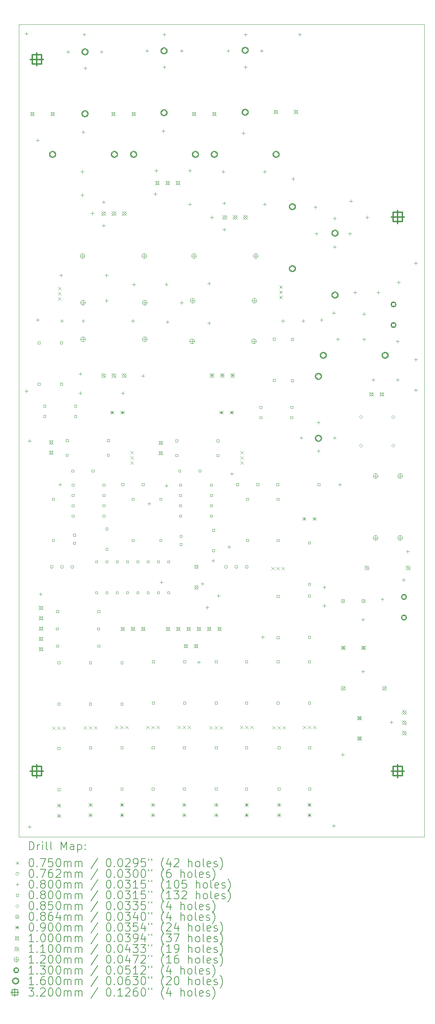
<source format=gbr>
%TF.GenerationSoftware,KiCad,Pcbnew,8.0.6-8.0.6-0~ubuntu22.04.1*%
%TF.CreationDate,2024-10-27T16:50:28+01:00*%
%TF.ProjectId,H_Bridge_BLDC,485f4272-6964-4676-955f-424c44432e6b,rev?*%
%TF.SameCoordinates,Original*%
%TF.FileFunction,Drillmap*%
%TF.FilePolarity,Positive*%
%FSLAX45Y45*%
G04 Gerber Fmt 4.5, Leading zero omitted, Abs format (unit mm)*
G04 Created by KiCad (PCBNEW 8.0.6-8.0.6-0~ubuntu22.04.1) date 2024-10-27 16:50:28*
%MOMM*%
%LPD*%
G01*
G04 APERTURE LIST*
%ADD10C,0.050000*%
%ADD11C,0.200000*%
%ADD12C,0.100000*%
%ADD13C,0.110000*%
%ADD14C,0.120000*%
%ADD15C,0.130000*%
%ADD16C,0.160000*%
%ADD17C,0.320000*%
G04 APERTURE END LIST*
D10*
X16590000Y-4050000D02*
X26590000Y-4050000D01*
X26590000Y-24050000D01*
X16590000Y-24050000D01*
X16590000Y-4050000D01*
D11*
D12*
X17408500Y-21332500D02*
X17483500Y-21407500D01*
X17483500Y-21332500D02*
X17408500Y-21407500D01*
X17535500Y-21332500D02*
X17610500Y-21407500D01*
X17610500Y-21332500D02*
X17535500Y-21407500D01*
X17556625Y-10508500D02*
X17631625Y-10583500D01*
X17631625Y-10508500D02*
X17556625Y-10583500D01*
X17556625Y-10635500D02*
X17631625Y-10710500D01*
X17631625Y-10635500D02*
X17556625Y-10710500D01*
X17556625Y-10762500D02*
X17631625Y-10837500D01*
X17631625Y-10762500D02*
X17556625Y-10837500D01*
X17662500Y-21332500D02*
X17737500Y-21407500D01*
X17737500Y-21332500D02*
X17662500Y-21407500D01*
X18188500Y-21320500D02*
X18263500Y-21395500D01*
X18263500Y-21320500D02*
X18188500Y-21395500D01*
X18315500Y-21320500D02*
X18390500Y-21395500D01*
X18390500Y-21320500D02*
X18315500Y-21395500D01*
X18442500Y-21320500D02*
X18517500Y-21395500D01*
X18517500Y-21320500D02*
X18442500Y-21395500D01*
X18958500Y-21312500D02*
X19033500Y-21387500D01*
X19033500Y-21312500D02*
X18958500Y-21387500D01*
X19085500Y-21312500D02*
X19160500Y-21387500D01*
X19160500Y-21312500D02*
X19085500Y-21387500D01*
X19212500Y-21312500D02*
X19287500Y-21387500D01*
X19287500Y-21312500D02*
X19212500Y-21387500D01*
X19342500Y-14552500D02*
X19417500Y-14627500D01*
X19417500Y-14552500D02*
X19342500Y-14627500D01*
X19342500Y-14679500D02*
X19417500Y-14754500D01*
X19417500Y-14679500D02*
X19342500Y-14754500D01*
X19342500Y-14806500D02*
X19417500Y-14881500D01*
X19417500Y-14806500D02*
X19342500Y-14881500D01*
X19728500Y-21312500D02*
X19803500Y-21387500D01*
X19803500Y-21312500D02*
X19728500Y-21387500D01*
X19855500Y-21312500D02*
X19930500Y-21387500D01*
X19930500Y-21312500D02*
X19855500Y-21387500D01*
X19982500Y-21312500D02*
X20057500Y-21387500D01*
X20057500Y-21312500D02*
X19982500Y-21387500D01*
X20498500Y-21312500D02*
X20573500Y-21387500D01*
X20573500Y-21312500D02*
X20498500Y-21387500D01*
X20625500Y-21312500D02*
X20700500Y-21387500D01*
X20700500Y-21312500D02*
X20625500Y-21387500D01*
X20752500Y-21312500D02*
X20827500Y-21387500D01*
X20827500Y-21312500D02*
X20752500Y-21387500D01*
X21288500Y-21322500D02*
X21363500Y-21397500D01*
X21363500Y-21322500D02*
X21288500Y-21397500D01*
X21415500Y-21322500D02*
X21490500Y-21397500D01*
X21490500Y-21322500D02*
X21415500Y-21397500D01*
X21542500Y-21322500D02*
X21617500Y-21397500D01*
X21617500Y-21322500D02*
X21542500Y-21397500D01*
X22038500Y-21312500D02*
X22113500Y-21387500D01*
X22113500Y-21312500D02*
X22038500Y-21387500D01*
X22052500Y-14552500D02*
X22127500Y-14627500D01*
X22127500Y-14552500D02*
X22052500Y-14627500D01*
X22052500Y-14679500D02*
X22127500Y-14754500D01*
X22127500Y-14679500D02*
X22052500Y-14754500D01*
X22052500Y-14806500D02*
X22127500Y-14881500D01*
X22127500Y-14806500D02*
X22052500Y-14881500D01*
X22165500Y-21312500D02*
X22240500Y-21387500D01*
X22240500Y-21312500D02*
X22165500Y-21387500D01*
X22292500Y-21312500D02*
X22367500Y-21387500D01*
X22367500Y-21312500D02*
X22292500Y-21387500D01*
X22808500Y-17404500D02*
X22883500Y-17479500D01*
X22883500Y-17404500D02*
X22808500Y-17479500D01*
X22838500Y-21320500D02*
X22913500Y-21395500D01*
X22913500Y-21320500D02*
X22838500Y-21395500D01*
X22935500Y-17404500D02*
X23010500Y-17479500D01*
X23010500Y-17404500D02*
X22935500Y-17479500D01*
X22965500Y-21320500D02*
X23040500Y-21395500D01*
X23040500Y-21320500D02*
X22965500Y-21395500D01*
X23010375Y-10478500D02*
X23085375Y-10553500D01*
X23085375Y-10478500D02*
X23010375Y-10553500D01*
X23010375Y-10605500D02*
X23085375Y-10680500D01*
X23085375Y-10605500D02*
X23010375Y-10680500D01*
X23010375Y-10732500D02*
X23085375Y-10807500D01*
X23085375Y-10732500D02*
X23010375Y-10807500D01*
X23062500Y-17404500D02*
X23137500Y-17479500D01*
X23137500Y-17404500D02*
X23062500Y-17479500D01*
X23092500Y-21320500D02*
X23167500Y-21395500D01*
X23167500Y-21320500D02*
X23092500Y-21395500D01*
X23588500Y-21312500D02*
X23663500Y-21387500D01*
X23663500Y-21312500D02*
X23588500Y-21387500D01*
X23715500Y-21312500D02*
X23790500Y-21387500D01*
X23790500Y-21312500D02*
X23715500Y-21387500D01*
X23842500Y-21312500D02*
X23917500Y-21387500D01*
X23917500Y-21312500D02*
X23842500Y-21387500D01*
X17434100Y-17400000D02*
G75*
G02*
X17357900Y-17400000I-38100J0D01*
G01*
X17357900Y-17400000D02*
G75*
G02*
X17434100Y-17400000I38100J0D01*
G01*
X17688100Y-17400000D02*
G75*
G02*
X17611900Y-17400000I-38100J0D01*
G01*
X17611900Y-17400000D02*
G75*
G02*
X17688100Y-17400000I38100J0D01*
G01*
X17942100Y-17400000D02*
G75*
G02*
X17865900Y-17400000I-38100J0D01*
G01*
X17865900Y-17400000D02*
G75*
G02*
X17942100Y-17400000I38100J0D01*
G01*
X21734100Y-17400000D02*
G75*
G02*
X21657900Y-17400000I-38100J0D01*
G01*
X21657900Y-17400000D02*
G75*
G02*
X21734100Y-17400000I38100J0D01*
G01*
X21988100Y-17400000D02*
G75*
G02*
X21911900Y-17400000I-38100J0D01*
G01*
X21911900Y-17400000D02*
G75*
G02*
X21988100Y-17400000I38100J0D01*
G01*
X22242100Y-17400000D02*
G75*
G02*
X22165900Y-17400000I-38100J0D01*
G01*
X22165900Y-17400000D02*
G75*
G02*
X22242100Y-17400000I38100J0D01*
G01*
X16775000Y-4235000D02*
X16775000Y-4315000D01*
X16735000Y-4275000D02*
X16815000Y-4275000D01*
X16775000Y-13035000D02*
X16775000Y-13115000D01*
X16735000Y-13075000D02*
X16815000Y-13075000D01*
X16850000Y-14260000D02*
X16850000Y-14340000D01*
X16810000Y-14300000D02*
X16890000Y-14300000D01*
X16850000Y-23760000D02*
X16850000Y-23840000D01*
X16810000Y-23800000D02*
X16890000Y-23800000D01*
X17050000Y-6860000D02*
X17050000Y-6940000D01*
X17010000Y-6900000D02*
X17090000Y-6900000D01*
X17050000Y-11285000D02*
X17050000Y-11365000D01*
X17010000Y-11325000D02*
X17090000Y-11325000D01*
X17125000Y-18035000D02*
X17125000Y-18115000D01*
X17085000Y-18075000D02*
X17165000Y-18075000D01*
X17600000Y-15335000D02*
X17600000Y-15415000D01*
X17560000Y-15375000D02*
X17640000Y-15375000D01*
X17625000Y-10185000D02*
X17625000Y-10265000D01*
X17585000Y-10225000D02*
X17665000Y-10225000D01*
X17650000Y-11310000D02*
X17650000Y-11390000D01*
X17610000Y-11350000D02*
X17690000Y-11350000D01*
X17800000Y-4685000D02*
X17800000Y-4765000D01*
X17760000Y-4725000D02*
X17840000Y-4725000D01*
X18100000Y-12610000D02*
X18100000Y-12690000D01*
X18060000Y-12650000D02*
X18140000Y-12650000D01*
X18100000Y-13085000D02*
X18100000Y-13165000D01*
X18060000Y-13125000D02*
X18140000Y-13125000D01*
X18150000Y-7635000D02*
X18150000Y-7715000D01*
X18110000Y-7675000D02*
X18190000Y-7675000D01*
X18150000Y-8210000D02*
X18150000Y-8290000D01*
X18110000Y-8250000D02*
X18190000Y-8250000D01*
X18175000Y-6660000D02*
X18175000Y-6740000D01*
X18135000Y-6700000D02*
X18215000Y-6700000D01*
X18175000Y-11310000D02*
X18175000Y-11390000D01*
X18135000Y-11350000D02*
X18215000Y-11350000D01*
X18200000Y-4260000D02*
X18200000Y-4340000D01*
X18160000Y-4300000D02*
X18240000Y-4300000D01*
X18225000Y-5085000D02*
X18225000Y-5165000D01*
X18185000Y-5125000D02*
X18265000Y-5125000D01*
X18400000Y-8660000D02*
X18400000Y-8740000D01*
X18360000Y-8700000D02*
X18440000Y-8700000D01*
X18625000Y-4685000D02*
X18625000Y-4765000D01*
X18585000Y-4725000D02*
X18665000Y-4725000D01*
X18675000Y-8385000D02*
X18675000Y-8465000D01*
X18635000Y-8425000D02*
X18715000Y-8425000D01*
X18675000Y-8960000D02*
X18675000Y-9040000D01*
X18635000Y-9000000D02*
X18715000Y-9000000D01*
X18750000Y-10185000D02*
X18750000Y-10265000D01*
X18710000Y-10225000D02*
X18790000Y-10225000D01*
X18750000Y-10810000D02*
X18750000Y-10890000D01*
X18710000Y-10850000D02*
X18790000Y-10850000D01*
X19150000Y-13085000D02*
X19150000Y-13165000D01*
X19110000Y-13125000D02*
X19190000Y-13125000D01*
X19400000Y-11310000D02*
X19400000Y-11390000D01*
X19360000Y-11350000D02*
X19440000Y-11350000D01*
X19425000Y-10410000D02*
X19425000Y-10490000D01*
X19385000Y-10450000D02*
X19465000Y-10450000D01*
X19650000Y-12660000D02*
X19650000Y-12740000D01*
X19610000Y-12700000D02*
X19690000Y-12700000D01*
X19750000Y-4660000D02*
X19750000Y-4740000D01*
X19710000Y-4700000D02*
X19790000Y-4700000D01*
X19800000Y-15808223D02*
X19800000Y-15888223D01*
X19760000Y-15848223D02*
X19840000Y-15848223D01*
X19950000Y-8185000D02*
X19950000Y-8265000D01*
X19910000Y-8225000D02*
X19990000Y-8225000D01*
X19975000Y-7610000D02*
X19975000Y-7690000D01*
X19935000Y-7650000D02*
X20015000Y-7650000D01*
X20100000Y-17740000D02*
X20100000Y-17820000D01*
X20060000Y-17780000D02*
X20140000Y-17780000D01*
X20150000Y-6635000D02*
X20150000Y-6715000D01*
X20110000Y-6675000D02*
X20190000Y-6675000D01*
X20175000Y-4260000D02*
X20175000Y-4340000D01*
X20135000Y-4300000D02*
X20215000Y-4300000D01*
X20175000Y-5060000D02*
X20175000Y-5140000D01*
X20135000Y-5100000D02*
X20215000Y-5100000D01*
X20225000Y-10410000D02*
X20225000Y-10490000D01*
X20185000Y-10450000D02*
X20265000Y-10450000D01*
X20225000Y-15360000D02*
X20225000Y-15440000D01*
X20185000Y-15400000D02*
X20265000Y-15400000D01*
X20250000Y-11335000D02*
X20250000Y-11415000D01*
X20210000Y-11375000D02*
X20290000Y-11375000D01*
X20600000Y-4660000D02*
X20600000Y-4740000D01*
X20560000Y-4700000D02*
X20640000Y-4700000D01*
X20600000Y-10860000D02*
X20600000Y-10940000D01*
X20560000Y-10900000D02*
X20640000Y-10900000D01*
X20800000Y-7610000D02*
X20800000Y-7690000D01*
X20760000Y-7650000D02*
X20840000Y-7650000D01*
X20800000Y-8435000D02*
X20800000Y-8515000D01*
X20760000Y-8475000D02*
X20840000Y-8475000D01*
X21025000Y-19710000D02*
X21025000Y-19790000D01*
X20985000Y-19750000D02*
X21065000Y-19750000D01*
X21115000Y-17780000D02*
X21115000Y-17860000D01*
X21075000Y-17820000D02*
X21155000Y-17820000D01*
X21230000Y-18360000D02*
X21230000Y-18440000D01*
X21190000Y-18400000D02*
X21270000Y-18400000D01*
X21275000Y-10385000D02*
X21275000Y-10465000D01*
X21235000Y-10425000D02*
X21315000Y-10425000D01*
X21275000Y-11360000D02*
X21275000Y-11440000D01*
X21235000Y-11400000D02*
X21315000Y-11400000D01*
X21350000Y-8760000D02*
X21350000Y-8840000D01*
X21310000Y-8800000D02*
X21390000Y-8800000D01*
X21377500Y-17210000D02*
X21377500Y-17290000D01*
X21337500Y-17250000D02*
X21417500Y-17250000D01*
X21510000Y-18070000D02*
X21510000Y-18150000D01*
X21470000Y-18110000D02*
X21550000Y-18110000D01*
X21625000Y-7635000D02*
X21625000Y-7715000D01*
X21585000Y-7675000D02*
X21665000Y-7675000D01*
X21650000Y-8410000D02*
X21650000Y-8490000D01*
X21610000Y-8450000D02*
X21690000Y-8450000D01*
X21650000Y-9060000D02*
X21650000Y-9140000D01*
X21610000Y-9100000D02*
X21690000Y-9100000D01*
X21750000Y-4660000D02*
X21750000Y-4740000D01*
X21710000Y-4700000D02*
X21790000Y-4700000D01*
X21770000Y-16870000D02*
X21770000Y-16950000D01*
X21730000Y-16910000D02*
X21810000Y-16910000D01*
X21840000Y-15070000D02*
X21840000Y-15150000D01*
X21800000Y-15110000D02*
X21880000Y-15110000D01*
X22125000Y-6685000D02*
X22125000Y-6765000D01*
X22085000Y-6725000D02*
X22165000Y-6725000D01*
X22175000Y-4260000D02*
X22175000Y-4340000D01*
X22135000Y-4300000D02*
X22215000Y-4300000D01*
X22175000Y-5060000D02*
X22175000Y-5140000D01*
X22135000Y-5100000D02*
X22215000Y-5100000D01*
X22575000Y-4660000D02*
X22575000Y-4740000D01*
X22535000Y-4700000D02*
X22615000Y-4700000D01*
X22600000Y-19090000D02*
X22600000Y-19170000D01*
X22560000Y-19130000D02*
X22640000Y-19130000D01*
X22650000Y-7635000D02*
X22650000Y-7715000D01*
X22610000Y-7675000D02*
X22690000Y-7675000D01*
X22650000Y-8435000D02*
X22650000Y-8515000D01*
X22610000Y-8475000D02*
X22690000Y-8475000D01*
X23100000Y-11310000D02*
X23100000Y-11390000D01*
X23060000Y-11350000D02*
X23140000Y-11350000D01*
X23350000Y-7810000D02*
X23350000Y-7890000D01*
X23310000Y-7850000D02*
X23390000Y-7850000D01*
X23510000Y-4260000D02*
X23510000Y-4340000D01*
X23470000Y-4300000D02*
X23550000Y-4300000D01*
X23550000Y-14185000D02*
X23550000Y-14265000D01*
X23510000Y-14225000D02*
X23590000Y-14225000D01*
X23600000Y-11310000D02*
X23600000Y-11390000D01*
X23560000Y-11350000D02*
X23640000Y-11350000D01*
X23900000Y-8510000D02*
X23900000Y-8590000D01*
X23860000Y-8550000D02*
X23940000Y-8550000D01*
X23925000Y-9160000D02*
X23925000Y-9240000D01*
X23885000Y-9200000D02*
X23965000Y-9200000D01*
X23975000Y-13810000D02*
X23975000Y-13890000D01*
X23935000Y-13850000D02*
X24015000Y-13850000D01*
X23975000Y-14510000D02*
X23975000Y-14590000D01*
X23935000Y-14550000D02*
X24015000Y-14550000D01*
X24050000Y-11285000D02*
X24050000Y-11365000D01*
X24010000Y-11325000D02*
X24090000Y-11325000D01*
X24120000Y-17860000D02*
X24120000Y-17940000D01*
X24080000Y-17900000D02*
X24160000Y-17900000D01*
X24120000Y-18320000D02*
X24120000Y-18400000D01*
X24080000Y-18360000D02*
X24160000Y-18360000D01*
X24350000Y-11110000D02*
X24350000Y-11190000D01*
X24310000Y-11150000D02*
X24390000Y-11150000D01*
X24350000Y-23735000D02*
X24350000Y-23815000D01*
X24310000Y-23775000D02*
X24390000Y-23775000D01*
X24375000Y-8785000D02*
X24375000Y-8865000D01*
X24335000Y-8825000D02*
X24415000Y-8825000D01*
X24375000Y-9485000D02*
X24375000Y-9565000D01*
X24335000Y-9525000D02*
X24415000Y-9525000D01*
X24375000Y-14185000D02*
X24375000Y-14265000D01*
X24335000Y-14225000D02*
X24415000Y-14225000D01*
X24450000Y-11760000D02*
X24450000Y-11840000D01*
X24410000Y-11800000D02*
X24490000Y-11800000D01*
X24500000Y-15335000D02*
X24500000Y-15415000D01*
X24460000Y-15375000D02*
X24540000Y-15375000D01*
X24575000Y-21985000D02*
X24575000Y-22065000D01*
X24535000Y-22025000D02*
X24615000Y-22025000D01*
X24750000Y-9160000D02*
X24750000Y-9240000D01*
X24710000Y-9200000D02*
X24790000Y-9200000D01*
X24775000Y-8360000D02*
X24775000Y-8440000D01*
X24735000Y-8400000D02*
X24815000Y-8400000D01*
X24875000Y-10610000D02*
X24875000Y-10690000D01*
X24835000Y-10650000D02*
X24915000Y-10650000D01*
X25075000Y-18660000D02*
X25075000Y-18740000D01*
X25035000Y-18700000D02*
X25115000Y-18700000D01*
X25075000Y-19935000D02*
X25075000Y-20015000D01*
X25035000Y-19975000D02*
X25115000Y-19975000D01*
X25100000Y-11135000D02*
X25100000Y-11215000D01*
X25060000Y-11175000D02*
X25140000Y-11175000D01*
X25100000Y-11760000D02*
X25100000Y-11840000D01*
X25060000Y-11800000D02*
X25140000Y-11800000D01*
X25175000Y-8760000D02*
X25175000Y-8840000D01*
X25135000Y-8800000D02*
X25215000Y-8800000D01*
X25325000Y-12760000D02*
X25325000Y-12840000D01*
X25285000Y-12800000D02*
X25365000Y-12800000D01*
X25450000Y-10610000D02*
X25450000Y-10690000D01*
X25410000Y-10650000D02*
X25490000Y-10650000D01*
X25550000Y-18160000D02*
X25550000Y-18240000D01*
X25510000Y-18200000D02*
X25590000Y-18200000D01*
X25775000Y-21185000D02*
X25775000Y-21265000D01*
X25735000Y-21225000D02*
X25815000Y-21225000D01*
X25925000Y-11810000D02*
X25925000Y-11890000D01*
X25885000Y-11850000D02*
X25965000Y-11850000D01*
X25925000Y-12760000D02*
X25925000Y-12840000D01*
X25885000Y-12800000D02*
X25965000Y-12800000D01*
X25950000Y-10360000D02*
X25950000Y-10440000D01*
X25910000Y-10400000D02*
X25990000Y-10400000D01*
X26075000Y-17685000D02*
X26075000Y-17765000D01*
X26035000Y-17725000D02*
X26115000Y-17725000D01*
X26175000Y-16985000D02*
X26175000Y-17065000D01*
X26135000Y-17025000D02*
X26215000Y-17025000D01*
X26375000Y-9885000D02*
X26375000Y-9965000D01*
X26335000Y-9925000D02*
X26415000Y-9925000D01*
X26375000Y-12260000D02*
X26375000Y-12340000D01*
X26335000Y-12300000D02*
X26415000Y-12300000D01*
X26375000Y-13010000D02*
X26375000Y-13090000D01*
X26335000Y-13050000D02*
X26415000Y-13050000D01*
X17112160Y-11912284D02*
X17112160Y-11855715D01*
X17055591Y-11855715D01*
X17055591Y-11912284D01*
X17112160Y-11912284D01*
X17112160Y-12928284D02*
X17112160Y-12871715D01*
X17055591Y-12871715D01*
X17055591Y-12928284D01*
X17112160Y-12928284D01*
X17250160Y-13474284D02*
X17250160Y-13417715D01*
X17193591Y-13417715D01*
X17193591Y-13474284D01*
X17250160Y-13474284D01*
X17250160Y-13728284D02*
X17250160Y-13671715D01*
X17193591Y-13671715D01*
X17193591Y-13728284D01*
X17250160Y-13728284D01*
X17462160Y-15762284D02*
X17462160Y-15705715D01*
X17405591Y-15705715D01*
X17405591Y-15762284D01*
X17462160Y-15762284D01*
X17462160Y-16778285D02*
X17462160Y-16721715D01*
X17405591Y-16721715D01*
X17405591Y-16778285D01*
X17462160Y-16778285D01*
X17562285Y-18953285D02*
X17562285Y-18896716D01*
X17505716Y-18896716D01*
X17505716Y-18953285D01*
X17562285Y-18953285D01*
X17570285Y-18528285D02*
X17570285Y-18471716D01*
X17513716Y-18471716D01*
X17513716Y-18528285D01*
X17570285Y-18528285D01*
X17570285Y-19378285D02*
X17570285Y-19321716D01*
X17513716Y-19321716D01*
X17513716Y-19378285D01*
X17570285Y-19378285D01*
X17603285Y-19787285D02*
X17603285Y-19730716D01*
X17546716Y-19730716D01*
X17546716Y-19787285D01*
X17603285Y-19787285D01*
X17603285Y-20803285D02*
X17603285Y-20746716D01*
X17546716Y-20746716D01*
X17546716Y-20803285D01*
X17603285Y-20803285D01*
X17603285Y-21895285D02*
X17603285Y-21838716D01*
X17546716Y-21838716D01*
X17546716Y-21895285D01*
X17603285Y-21895285D01*
X17603285Y-22911284D02*
X17603285Y-22854715D01*
X17546716Y-22854715D01*
X17546716Y-22911284D01*
X17603285Y-22911284D01*
X17662160Y-11912284D02*
X17662160Y-11855715D01*
X17605591Y-11855715D01*
X17605591Y-11912284D01*
X17662160Y-11912284D01*
X17662160Y-12928284D02*
X17662160Y-12871715D01*
X17605591Y-12871715D01*
X17605591Y-12928284D01*
X17662160Y-12928284D01*
X17800285Y-14678284D02*
X17800285Y-14621715D01*
X17743716Y-14621715D01*
X17743716Y-14678284D01*
X17800285Y-14678284D01*
X17804160Y-14316284D02*
X17804160Y-14259715D01*
X17747591Y-14259715D01*
X17747591Y-14316284D01*
X17804160Y-14316284D01*
X17938285Y-15068284D02*
X17938285Y-15011715D01*
X17881716Y-15011715D01*
X17881716Y-15068284D01*
X17938285Y-15068284D01*
X17950160Y-15416284D02*
X17950160Y-15359715D01*
X17893591Y-15359715D01*
X17893591Y-15416284D01*
X17950160Y-15416284D01*
X17950160Y-15670284D02*
X17950160Y-15613715D01*
X17893591Y-15613715D01*
X17893591Y-15670284D01*
X17950160Y-15670284D01*
X17950160Y-15924284D02*
X17950160Y-15867715D01*
X17893591Y-15867715D01*
X17893591Y-15924284D01*
X17950160Y-15924284D01*
X17950160Y-16178284D02*
X17950160Y-16121715D01*
X17893591Y-16121715D01*
X17893591Y-16178284D01*
X17950160Y-16178284D01*
X17982660Y-16646284D02*
X17982660Y-16589715D01*
X17926091Y-16589715D01*
X17926091Y-16646284D01*
X17982660Y-16646284D01*
X17982660Y-16846285D02*
X17982660Y-16789716D01*
X17926091Y-16789716D01*
X17926091Y-16846285D01*
X17982660Y-16846285D01*
X18012160Y-13474284D02*
X18012160Y-13417715D01*
X17955591Y-13417715D01*
X17955591Y-13474284D01*
X18012160Y-13474284D01*
X18012160Y-13728284D02*
X18012160Y-13671715D01*
X17955591Y-13671715D01*
X17955591Y-13728284D01*
X18012160Y-13728284D01*
X18378285Y-19787285D02*
X18378285Y-19730716D01*
X18321716Y-19730716D01*
X18321716Y-19787285D01*
X18378285Y-19787285D01*
X18378285Y-20803285D02*
X18378285Y-20746716D01*
X18321716Y-20746716D01*
X18321716Y-20803285D01*
X18378285Y-20803285D01*
X18378785Y-21878285D02*
X18378785Y-21821716D01*
X18322216Y-21821716D01*
X18322216Y-21878285D01*
X18378785Y-21878285D01*
X18378785Y-22894284D02*
X18378785Y-22837715D01*
X18322216Y-22837715D01*
X18322216Y-22894284D01*
X18378785Y-22894284D01*
X18438285Y-15068284D02*
X18438285Y-15011715D01*
X18381716Y-15011715D01*
X18381716Y-15068284D01*
X18438285Y-15068284D01*
X18529285Y-17303285D02*
X18529285Y-17246716D01*
X18472716Y-17246716D01*
X18472716Y-17303285D01*
X18529285Y-17303285D01*
X18529285Y-18065285D02*
X18529285Y-18008716D01*
X18472716Y-18008716D01*
X18472716Y-18065285D01*
X18529285Y-18065285D01*
X18578285Y-18953285D02*
X18578285Y-18896716D01*
X18521716Y-18896716D01*
X18521716Y-18953285D01*
X18578285Y-18953285D01*
X18586285Y-18528285D02*
X18586285Y-18471716D01*
X18529716Y-18471716D01*
X18529716Y-18528285D01*
X18586285Y-18528285D01*
X18586285Y-19378285D02*
X18586285Y-19321716D01*
X18529716Y-19321716D01*
X18529716Y-19378285D01*
X18586285Y-19378285D01*
X18712160Y-15416284D02*
X18712160Y-15359715D01*
X18655591Y-15359715D01*
X18655591Y-15416284D01*
X18712160Y-15416284D01*
X18712160Y-15670284D02*
X18712160Y-15613715D01*
X18655591Y-15613715D01*
X18655591Y-15670284D01*
X18712160Y-15670284D01*
X18712160Y-15924284D02*
X18712160Y-15867715D01*
X18655591Y-15867715D01*
X18655591Y-15924284D01*
X18712160Y-15924284D01*
X18712160Y-16178284D02*
X18712160Y-16121715D01*
X18655591Y-16121715D01*
X18655591Y-16178284D01*
X18712160Y-16178284D01*
X18782660Y-16496284D02*
X18782660Y-16439715D01*
X18726091Y-16439715D01*
X18726091Y-16496284D01*
X18782660Y-16496284D01*
X18782660Y-16996285D02*
X18782660Y-16939716D01*
X18726091Y-16939716D01*
X18726091Y-16996285D01*
X18782660Y-16996285D01*
X18783285Y-17303285D02*
X18783285Y-17246716D01*
X18726716Y-17246716D01*
X18726716Y-17303285D01*
X18783285Y-17303285D01*
X18783285Y-18065285D02*
X18783285Y-18008716D01*
X18726716Y-18008716D01*
X18726716Y-18065285D01*
X18783285Y-18065285D01*
X18816285Y-14678284D02*
X18816285Y-14621715D01*
X18759716Y-14621715D01*
X18759716Y-14678284D01*
X18816285Y-14678284D01*
X18820160Y-14316284D02*
X18820160Y-14259715D01*
X18763591Y-14259715D01*
X18763591Y-14316284D01*
X18820160Y-14316284D01*
X19037285Y-17303285D02*
X19037285Y-17246716D01*
X18980716Y-17246716D01*
X18980716Y-17303285D01*
X19037285Y-17303285D01*
X19037285Y-18065285D02*
X19037285Y-18008716D01*
X18980716Y-18008716D01*
X18980716Y-18065285D01*
X19037285Y-18065285D01*
X19155285Y-19787285D02*
X19155285Y-19730716D01*
X19098716Y-19730716D01*
X19098716Y-19787285D01*
X19155285Y-19787285D01*
X19155285Y-20803285D02*
X19155285Y-20746716D01*
X19098716Y-20746716D01*
X19098716Y-20803285D01*
X19155285Y-20803285D01*
X19155285Y-21878285D02*
X19155285Y-21821716D01*
X19098716Y-21821716D01*
X19098716Y-21878285D01*
X19155285Y-21878285D01*
X19155285Y-22894284D02*
X19155285Y-22837715D01*
X19098716Y-22837715D01*
X19098716Y-22894284D01*
X19155285Y-22894284D01*
X19178285Y-15403284D02*
X19178285Y-15346715D01*
X19121716Y-15346715D01*
X19121716Y-15403284D01*
X19178285Y-15403284D01*
X19291285Y-17303285D02*
X19291285Y-17246716D01*
X19234716Y-17246716D01*
X19234716Y-17303285D01*
X19291285Y-17303285D01*
X19291285Y-18065285D02*
X19291285Y-18008716D01*
X19234716Y-18008716D01*
X19234716Y-18065285D01*
X19291285Y-18065285D01*
X19432660Y-15762284D02*
X19432660Y-15705715D01*
X19376091Y-15705715D01*
X19376091Y-15762284D01*
X19432660Y-15762284D01*
X19432660Y-16778285D02*
X19432660Y-16721715D01*
X19376091Y-16721715D01*
X19376091Y-16778285D01*
X19432660Y-16778285D01*
X19545285Y-17303285D02*
X19545285Y-17246716D01*
X19488716Y-17246716D01*
X19488716Y-17303285D01*
X19545285Y-17303285D01*
X19545285Y-18065285D02*
X19545285Y-18008716D01*
X19488716Y-18008716D01*
X19488716Y-18065285D01*
X19545285Y-18065285D01*
X19678285Y-15403284D02*
X19678285Y-15346715D01*
X19621716Y-15346715D01*
X19621716Y-15403284D01*
X19678285Y-15403284D01*
X19799285Y-17303285D02*
X19799285Y-17246716D01*
X19742716Y-17246716D01*
X19742716Y-17303285D01*
X19799285Y-17303285D01*
X19799285Y-18065285D02*
X19799285Y-18008716D01*
X19742716Y-18008716D01*
X19742716Y-18065285D01*
X19799285Y-18065285D01*
X19922035Y-21878285D02*
X19922035Y-21821716D01*
X19865466Y-21821716D01*
X19865466Y-21878285D01*
X19922035Y-21878285D01*
X19922035Y-22894284D02*
X19922035Y-22837715D01*
X19865466Y-22837715D01*
X19865466Y-22894284D01*
X19922035Y-22894284D01*
X19928285Y-19762285D02*
X19928285Y-19705716D01*
X19871716Y-19705716D01*
X19871716Y-19762285D01*
X19928285Y-19762285D01*
X19928285Y-20778285D02*
X19928285Y-20721716D01*
X19871716Y-20721716D01*
X19871716Y-20778285D01*
X19928285Y-20778285D01*
X20053285Y-17303285D02*
X20053285Y-17246716D01*
X19996716Y-17246716D01*
X19996716Y-17303285D01*
X20053285Y-17303285D01*
X20053285Y-18065285D02*
X20053285Y-18008716D01*
X19996716Y-18008716D01*
X19996716Y-18065285D01*
X20053285Y-18065285D01*
X20112160Y-15762284D02*
X20112160Y-15705715D01*
X20055591Y-15705715D01*
X20055591Y-15762284D01*
X20112160Y-15762284D01*
X20112160Y-16778285D02*
X20112160Y-16721715D01*
X20055591Y-16721715D01*
X20055591Y-16778285D01*
X20112160Y-16778285D01*
X20307285Y-17303285D02*
X20307285Y-17246716D01*
X20250716Y-17246716D01*
X20250716Y-17303285D01*
X20307285Y-17303285D01*
X20307285Y-18065285D02*
X20307285Y-18008716D01*
X20250716Y-18008716D01*
X20250716Y-18065285D01*
X20307285Y-18065285D01*
X20504160Y-14328284D02*
X20504160Y-14271715D01*
X20447591Y-14271715D01*
X20447591Y-14328284D01*
X20504160Y-14328284D01*
X20504160Y-14688284D02*
X20504160Y-14631715D01*
X20447591Y-14631715D01*
X20447591Y-14688284D01*
X20504160Y-14688284D01*
X20578285Y-15068284D02*
X20578285Y-15011715D01*
X20521716Y-15011715D01*
X20521716Y-15068284D01*
X20578285Y-15068284D01*
X20600160Y-15416284D02*
X20600160Y-15359715D01*
X20543591Y-15359715D01*
X20543591Y-15416284D01*
X20600160Y-15416284D01*
X20600160Y-15670284D02*
X20600160Y-15613715D01*
X20543591Y-15613715D01*
X20543591Y-15670284D01*
X20600160Y-15670284D01*
X20600160Y-15924284D02*
X20600160Y-15867715D01*
X20543591Y-15867715D01*
X20543591Y-15924284D01*
X20600160Y-15924284D01*
X20600160Y-16178284D02*
X20600160Y-16121715D01*
X20543591Y-16121715D01*
X20543591Y-16178284D01*
X20600160Y-16178284D01*
X20612160Y-16678284D02*
X20612160Y-16621715D01*
X20555591Y-16621715D01*
X20555591Y-16678284D01*
X20612160Y-16678284D01*
X20612160Y-16878285D02*
X20612160Y-16821716D01*
X20555591Y-16821716D01*
X20555591Y-16878285D01*
X20612160Y-16878285D01*
X20690785Y-21878285D02*
X20690785Y-21821716D01*
X20634216Y-21821716D01*
X20634216Y-21878285D01*
X20690785Y-21878285D01*
X20690785Y-22894284D02*
X20690785Y-22837715D01*
X20634216Y-22837715D01*
X20634216Y-22894284D01*
X20690785Y-22894284D01*
X20703285Y-19762285D02*
X20703285Y-19705716D01*
X20646716Y-19705716D01*
X20646716Y-19762285D01*
X20703285Y-19762285D01*
X20703285Y-20778285D02*
X20703285Y-20721716D01*
X20646716Y-20721716D01*
X20646716Y-20778285D01*
X20703285Y-20778285D01*
X21078285Y-15068284D02*
X21078285Y-15011715D01*
X21021716Y-15011715D01*
X21021716Y-15068284D01*
X21078285Y-15068284D01*
X21362160Y-15416284D02*
X21362160Y-15359715D01*
X21305591Y-15359715D01*
X21305591Y-15416284D01*
X21362160Y-15416284D01*
X21362160Y-15670284D02*
X21362160Y-15613715D01*
X21305591Y-15613715D01*
X21305591Y-15670284D01*
X21362160Y-15670284D01*
X21362160Y-15924284D02*
X21362160Y-15867715D01*
X21305591Y-15867715D01*
X21305591Y-15924284D01*
X21362160Y-15924284D01*
X21362160Y-16178284D02*
X21362160Y-16121715D01*
X21305591Y-16121715D01*
X21305591Y-16178284D01*
X21362160Y-16178284D01*
X21412160Y-16528284D02*
X21412160Y-16471715D01*
X21355591Y-16471715D01*
X21355591Y-16528284D01*
X21412160Y-16528284D01*
X21412160Y-17028285D02*
X21412160Y-16971716D01*
X21355591Y-16971716D01*
X21355591Y-17028285D01*
X21412160Y-17028285D01*
X21478285Y-19762285D02*
X21478285Y-19705716D01*
X21421716Y-19705716D01*
X21421716Y-19762285D01*
X21478285Y-19762285D01*
X21478285Y-20778285D02*
X21478285Y-20721716D01*
X21421716Y-20721716D01*
X21421716Y-20778285D01*
X21478285Y-20778285D01*
X21480785Y-21878285D02*
X21480785Y-21821716D01*
X21424216Y-21821716D01*
X21424216Y-21878285D01*
X21480785Y-21878285D01*
X21480785Y-22894284D02*
X21480785Y-22837715D01*
X21424216Y-22837715D01*
X21424216Y-22894284D01*
X21480785Y-22894284D01*
X21520160Y-14328284D02*
X21520160Y-14271715D01*
X21463591Y-14271715D01*
X21463591Y-14328284D01*
X21520160Y-14328284D01*
X21520160Y-14688284D02*
X21520160Y-14631715D01*
X21463591Y-14631715D01*
X21463591Y-14688284D01*
X21520160Y-14688284D01*
X22003285Y-15403284D02*
X22003285Y-15346715D01*
X21946716Y-15346715D01*
X21946716Y-15403284D01*
X22003285Y-15403284D01*
X22228285Y-19762285D02*
X22228285Y-19705716D01*
X22171716Y-19705716D01*
X22171716Y-19762285D01*
X22228285Y-19762285D01*
X22228285Y-20778285D02*
X22228285Y-20721716D01*
X22171716Y-20721716D01*
X22171716Y-20778285D01*
X22228285Y-20778285D01*
X22228285Y-21878285D02*
X22228285Y-21821716D01*
X22171716Y-21821716D01*
X22171716Y-21878285D01*
X22228285Y-21878285D01*
X22228285Y-22894284D02*
X22228285Y-22837715D01*
X22171716Y-22837715D01*
X22171716Y-22894284D01*
X22228285Y-22894284D01*
X22253285Y-15762284D02*
X22253285Y-15705715D01*
X22196716Y-15705715D01*
X22196716Y-15762284D01*
X22253285Y-15762284D01*
X22253285Y-16778285D02*
X22253285Y-16721715D01*
X22196716Y-16721715D01*
X22196716Y-16778285D01*
X22253285Y-16778285D01*
X22503284Y-15403284D02*
X22503284Y-15346715D01*
X22446715Y-15346715D01*
X22446715Y-15403284D01*
X22503284Y-15403284D01*
X22579659Y-13500784D02*
X22579659Y-13444215D01*
X22523090Y-13444215D01*
X22523090Y-13500784D01*
X22579659Y-13500784D01*
X22579659Y-13754784D02*
X22579659Y-13698215D01*
X22523090Y-13698215D01*
X22523090Y-13754784D01*
X22579659Y-13754784D01*
X22912159Y-11820284D02*
X22912159Y-11763715D01*
X22855590Y-11763715D01*
X22855590Y-11820284D01*
X22912159Y-11820284D01*
X22912159Y-12836284D02*
X22912159Y-12779715D01*
X22855590Y-12779715D01*
X22855590Y-12836284D01*
X22912159Y-12836284D01*
X22995284Y-15403284D02*
X22995284Y-15346715D01*
X22938715Y-15346715D01*
X22938715Y-15403284D01*
X22995284Y-15403284D01*
X23003284Y-15762284D02*
X23003284Y-15705715D01*
X22946715Y-15705715D01*
X22946715Y-15762284D01*
X23003284Y-15762284D01*
X23003284Y-16778285D02*
X23003284Y-16721715D01*
X22946715Y-16721715D01*
X22946715Y-16778285D01*
X23003284Y-16778285D01*
X23003284Y-18153285D02*
X23003284Y-18096716D01*
X22946715Y-18096716D01*
X22946715Y-18153285D01*
X23003284Y-18153285D01*
X23003284Y-19169285D02*
X23003284Y-19112716D01*
X22946715Y-19112716D01*
X22946715Y-19169285D01*
X23003284Y-19169285D01*
X23003284Y-19762285D02*
X23003284Y-19705716D01*
X22946715Y-19705716D01*
X22946715Y-19762285D01*
X23003284Y-19762285D01*
X23003284Y-20778285D02*
X23003284Y-20721716D01*
X22946715Y-20721716D01*
X22946715Y-20778285D01*
X23003284Y-20778285D01*
X23030284Y-21878285D02*
X23030284Y-21821716D01*
X22973715Y-21821716D01*
X22973715Y-21878285D01*
X23030284Y-21878285D01*
X23030284Y-22894284D02*
X23030284Y-22837715D01*
X22973715Y-22837715D01*
X22973715Y-22894284D01*
X23030284Y-22894284D01*
X23341659Y-13500784D02*
X23341659Y-13444215D01*
X23285090Y-13444215D01*
X23285090Y-13500784D01*
X23341659Y-13500784D01*
X23341659Y-13754784D02*
X23341659Y-13698215D01*
X23285090Y-13698215D01*
X23285090Y-13754784D01*
X23341659Y-13754784D01*
X23362159Y-11828284D02*
X23362159Y-11771715D01*
X23305590Y-11771715D01*
X23305590Y-11828284D01*
X23362159Y-11828284D01*
X23362159Y-12844284D02*
X23362159Y-12787715D01*
X23305590Y-12787715D01*
X23305590Y-12844284D01*
X23362159Y-12844284D01*
X23778284Y-16837285D02*
X23778284Y-16780716D01*
X23721715Y-16780716D01*
X23721715Y-16837285D01*
X23778284Y-16837285D01*
X23778284Y-17853285D02*
X23778284Y-17796716D01*
X23721715Y-17796716D01*
X23721715Y-17853285D01*
X23778284Y-17853285D01*
X23778284Y-18145285D02*
X23778284Y-18088716D01*
X23721715Y-18088716D01*
X23721715Y-18145285D01*
X23778284Y-18145285D01*
X23778284Y-19161285D02*
X23778284Y-19104716D01*
X23721715Y-19104716D01*
X23721715Y-19161285D01*
X23778284Y-19161285D01*
X23778284Y-19762285D02*
X23778284Y-19705716D01*
X23721715Y-19705716D01*
X23721715Y-19762285D01*
X23778284Y-19762285D01*
X23778284Y-20778285D02*
X23778284Y-20721716D01*
X23721715Y-20721716D01*
X23721715Y-20778285D01*
X23778284Y-20778285D01*
X23780284Y-21878285D02*
X23780284Y-21821716D01*
X23723715Y-21821716D01*
X23723715Y-21878285D01*
X23780284Y-21878285D01*
X23780284Y-22894284D02*
X23780284Y-22837715D01*
X23723715Y-22837715D01*
X23723715Y-22894284D01*
X23780284Y-22894284D01*
X24011284Y-15403284D02*
X24011284Y-15346715D01*
X23954715Y-15346715D01*
X23954715Y-15403284D01*
X24011284Y-15403284D01*
X25020000Y-13752500D02*
X25062500Y-13710000D01*
X25020000Y-13667500D01*
X24977500Y-13710000D01*
X25020000Y-13752500D01*
X25020000Y-14452500D02*
X25062500Y-14410000D01*
X25020000Y-14367500D01*
X24977500Y-14410000D01*
X25020000Y-14452500D01*
X25820000Y-13752500D02*
X25862500Y-13710000D01*
X25820000Y-13667500D01*
X25777500Y-13710000D01*
X25820000Y-13752500D01*
X25820000Y-14452500D02*
X25862500Y-14410000D01*
X25820000Y-14367500D01*
X25777500Y-14410000D01*
X25820000Y-14452500D01*
X20922320Y-17356820D02*
X21008680Y-17443180D01*
X21008680Y-17356820D02*
X20922320Y-17443180D01*
X21008680Y-17400000D02*
G75*
G02*
X20922320Y-17400000I-43180J0D01*
G01*
X20922320Y-17400000D02*
G75*
G02*
X21008680Y-17400000I43180J0D01*
G01*
X20922320Y-17864820D02*
X21008680Y-17951180D01*
X21008680Y-17864820D02*
X20922320Y-17951180D01*
X21008680Y-17908000D02*
G75*
G02*
X20922320Y-17908000I-43180J0D01*
G01*
X20922320Y-17908000D02*
G75*
G02*
X21008680Y-17908000I43180J0D01*
G01*
X24536695Y-18198820D02*
X24623055Y-18285180D01*
X24623055Y-18198820D02*
X24536695Y-18285180D01*
X24623055Y-18242000D02*
G75*
G02*
X24536695Y-18242000I-43180J0D01*
G01*
X24536695Y-18242000D02*
G75*
G02*
X24623055Y-18242000I43180J0D01*
G01*
X25044695Y-18198820D02*
X25131055Y-18285180D01*
X25131055Y-18198820D02*
X25044695Y-18285180D01*
X25131055Y-18242000D02*
G75*
G02*
X25044695Y-18242000I-43180J0D01*
G01*
X25044695Y-18242000D02*
G75*
G02*
X25131055Y-18242000I43180J0D01*
G01*
X17530000Y-23231000D02*
X17620000Y-23321000D01*
X17620000Y-23231000D02*
X17530000Y-23321000D01*
X17575000Y-23231000D02*
X17575000Y-23321000D01*
X17530000Y-23276000D02*
X17620000Y-23276000D01*
X17530000Y-23485000D02*
X17620000Y-23575000D01*
X17620000Y-23485000D02*
X17530000Y-23575000D01*
X17575000Y-23485000D02*
X17575000Y-23575000D01*
X17530000Y-23530000D02*
X17620000Y-23530000D01*
X18305500Y-23214000D02*
X18395500Y-23304000D01*
X18395500Y-23214000D02*
X18305500Y-23304000D01*
X18350500Y-23214000D02*
X18350500Y-23304000D01*
X18305500Y-23259000D02*
X18395500Y-23259000D01*
X18305500Y-23468000D02*
X18395500Y-23558000D01*
X18395500Y-23468000D02*
X18305500Y-23558000D01*
X18350500Y-23468000D02*
X18350500Y-23558000D01*
X18305500Y-23513000D02*
X18395500Y-23513000D01*
X18838875Y-13555000D02*
X18928875Y-13645000D01*
X18928875Y-13555000D02*
X18838875Y-13645000D01*
X18883875Y-13555000D02*
X18883875Y-13645000D01*
X18838875Y-13600000D02*
X18928875Y-13600000D01*
X19082000Y-23214000D02*
X19172000Y-23304000D01*
X19172000Y-23214000D02*
X19082000Y-23304000D01*
X19127000Y-23214000D02*
X19127000Y-23304000D01*
X19082000Y-23259000D02*
X19172000Y-23259000D01*
X19082000Y-23468000D02*
X19172000Y-23558000D01*
X19172000Y-23468000D02*
X19082000Y-23558000D01*
X19127000Y-23468000D02*
X19127000Y-23558000D01*
X19082000Y-23513000D02*
X19172000Y-23513000D01*
X19092875Y-13555000D02*
X19182875Y-13645000D01*
X19182875Y-13555000D02*
X19092875Y-13645000D01*
X19137875Y-13555000D02*
X19137875Y-13645000D01*
X19092875Y-13600000D02*
X19182875Y-13600000D01*
X19848750Y-23213000D02*
X19938750Y-23303000D01*
X19938750Y-23213000D02*
X19848750Y-23303000D01*
X19893750Y-23213000D02*
X19893750Y-23303000D01*
X19848750Y-23258000D02*
X19938750Y-23258000D01*
X19848750Y-23467000D02*
X19938750Y-23557000D01*
X19938750Y-23467000D02*
X19848750Y-23557000D01*
X19893750Y-23467000D02*
X19893750Y-23557000D01*
X19848750Y-23512000D02*
X19938750Y-23512000D01*
X20617500Y-23213000D02*
X20707500Y-23303000D01*
X20707500Y-23213000D02*
X20617500Y-23303000D01*
X20662500Y-23213000D02*
X20662500Y-23303000D01*
X20617500Y-23258000D02*
X20707500Y-23258000D01*
X20617500Y-23467000D02*
X20707500Y-23557000D01*
X20707500Y-23467000D02*
X20617500Y-23557000D01*
X20662500Y-23467000D02*
X20662500Y-23557000D01*
X20617500Y-23512000D02*
X20707500Y-23512000D01*
X21407500Y-23213000D02*
X21497500Y-23303000D01*
X21497500Y-23213000D02*
X21407500Y-23303000D01*
X21452500Y-23213000D02*
X21452500Y-23303000D01*
X21407500Y-23258000D02*
X21497500Y-23258000D01*
X21407500Y-23467000D02*
X21497500Y-23557000D01*
X21497500Y-23467000D02*
X21407500Y-23557000D01*
X21452500Y-23467000D02*
X21452500Y-23557000D01*
X21407500Y-23512000D02*
X21497500Y-23512000D01*
X21534875Y-13555000D02*
X21624875Y-13645000D01*
X21624875Y-13555000D02*
X21534875Y-13645000D01*
X21579875Y-13555000D02*
X21579875Y-13645000D01*
X21534875Y-13600000D02*
X21624875Y-13600000D01*
X21788875Y-13555000D02*
X21878875Y-13645000D01*
X21878875Y-13555000D02*
X21788875Y-13645000D01*
X21833875Y-13555000D02*
X21833875Y-13645000D01*
X21788875Y-13600000D02*
X21878875Y-13600000D01*
X22155000Y-23213000D02*
X22245000Y-23303000D01*
X22245000Y-23213000D02*
X22155000Y-23303000D01*
X22200000Y-23213000D02*
X22200000Y-23303000D01*
X22155000Y-23258000D02*
X22245000Y-23258000D01*
X22155000Y-23467000D02*
X22245000Y-23557000D01*
X22245000Y-23467000D02*
X22155000Y-23557000D01*
X22200000Y-23467000D02*
X22200000Y-23557000D01*
X22155000Y-23512000D02*
X22245000Y-23512000D01*
X22957000Y-23213000D02*
X23047000Y-23303000D01*
X23047000Y-23213000D02*
X22957000Y-23303000D01*
X23002000Y-23213000D02*
X23002000Y-23303000D01*
X22957000Y-23258000D02*
X23047000Y-23258000D01*
X22957000Y-23467000D02*
X23047000Y-23557000D01*
X23047000Y-23467000D02*
X22957000Y-23557000D01*
X23002000Y-23467000D02*
X23002000Y-23557000D01*
X22957000Y-23512000D02*
X23047000Y-23512000D01*
X23577500Y-16172000D02*
X23667500Y-16262000D01*
X23667500Y-16172000D02*
X23577500Y-16262000D01*
X23622500Y-16172000D02*
X23622500Y-16262000D01*
X23577500Y-16217000D02*
X23667500Y-16217000D01*
X23707000Y-23213000D02*
X23797000Y-23303000D01*
X23797000Y-23213000D02*
X23707000Y-23303000D01*
X23752000Y-23213000D02*
X23752000Y-23303000D01*
X23707000Y-23258000D02*
X23797000Y-23258000D01*
X23707000Y-23467000D02*
X23797000Y-23557000D01*
X23797000Y-23467000D02*
X23707000Y-23557000D01*
X23752000Y-23467000D02*
X23752000Y-23557000D01*
X23707000Y-23512000D02*
X23797000Y-23512000D01*
X23831500Y-16172000D02*
X23921500Y-16262000D01*
X23921500Y-16172000D02*
X23831500Y-16262000D01*
X23876500Y-16172000D02*
X23876500Y-16262000D01*
X23831500Y-16217000D02*
X23921500Y-16217000D01*
X16868125Y-6200000D02*
X16968125Y-6300000D01*
X16968125Y-6200000D02*
X16868125Y-6300000D01*
X16953481Y-6285356D02*
X16953481Y-6214644D01*
X16882769Y-6214644D01*
X16882769Y-6285356D01*
X16953481Y-6285356D01*
X17083000Y-18359000D02*
X17183000Y-18459000D01*
X17183000Y-18359000D02*
X17083000Y-18459000D01*
X17168356Y-18444356D02*
X17168356Y-18373644D01*
X17097644Y-18373644D01*
X17097644Y-18444356D01*
X17168356Y-18444356D01*
X17083000Y-18613000D02*
X17183000Y-18713000D01*
X17183000Y-18613000D02*
X17083000Y-18713000D01*
X17168356Y-18698356D02*
X17168356Y-18627644D01*
X17097644Y-18627644D01*
X17097644Y-18698356D01*
X17168356Y-18698356D01*
X17083000Y-18867000D02*
X17183000Y-18967000D01*
X17183000Y-18867000D02*
X17083000Y-18967000D01*
X17168356Y-18952356D02*
X17168356Y-18881644D01*
X17097644Y-18881644D01*
X17097644Y-18952356D01*
X17168356Y-18952356D01*
X17083000Y-19121000D02*
X17183000Y-19221000D01*
X17183000Y-19121000D02*
X17083000Y-19221000D01*
X17168356Y-19206356D02*
X17168356Y-19135644D01*
X17097644Y-19135644D01*
X17097644Y-19206356D01*
X17168356Y-19206356D01*
X17083000Y-19375000D02*
X17183000Y-19475000D01*
X17183000Y-19375000D02*
X17083000Y-19475000D01*
X17168356Y-19460356D02*
X17168356Y-19389644D01*
X17097644Y-19389644D01*
X17097644Y-19460356D01*
X17168356Y-19460356D01*
X17333875Y-14284000D02*
X17433875Y-14384000D01*
X17433875Y-14284000D02*
X17333875Y-14384000D01*
X17419231Y-14369356D02*
X17419231Y-14298644D01*
X17348519Y-14298644D01*
X17348519Y-14369356D01*
X17419231Y-14369356D01*
X17333875Y-14538000D02*
X17433875Y-14638000D01*
X17433875Y-14538000D02*
X17333875Y-14638000D01*
X17419231Y-14623356D02*
X17419231Y-14552644D01*
X17348519Y-14552644D01*
X17348519Y-14623356D01*
X17419231Y-14623356D01*
X17368125Y-6200000D02*
X17468125Y-6300000D01*
X17468125Y-6200000D02*
X17368125Y-6300000D01*
X17453481Y-6285356D02*
X17453481Y-6214644D01*
X17382769Y-6214644D01*
X17382769Y-6285356D01*
X17453481Y-6285356D01*
X18868125Y-6200000D02*
X18968125Y-6300000D01*
X18968125Y-6200000D02*
X18868125Y-6300000D01*
X18953481Y-6285356D02*
X18953481Y-6214644D01*
X18882769Y-6214644D01*
X18882769Y-6285356D01*
X18953481Y-6285356D01*
X19095500Y-18875000D02*
X19195500Y-18975000D01*
X19195500Y-18875000D02*
X19095500Y-18975000D01*
X19180856Y-18960356D02*
X19180856Y-18889644D01*
X19110144Y-18889644D01*
X19110144Y-18960356D01*
X19180856Y-18960356D01*
X19349500Y-18875000D02*
X19449500Y-18975000D01*
X19449500Y-18875000D02*
X19349500Y-18975000D01*
X19434856Y-18960356D02*
X19434856Y-18889644D01*
X19364144Y-18889644D01*
X19364144Y-18960356D01*
X19434856Y-18960356D01*
X19368125Y-6200000D02*
X19468125Y-6300000D01*
X19468125Y-6200000D02*
X19368125Y-6300000D01*
X19453481Y-6285356D02*
X19453481Y-6214644D01*
X19382769Y-6214644D01*
X19382769Y-6285356D01*
X19453481Y-6285356D01*
X19603500Y-18875000D02*
X19703500Y-18975000D01*
X19703500Y-18875000D02*
X19603500Y-18975000D01*
X19688856Y-18960356D02*
X19688856Y-18889644D01*
X19618144Y-18889644D01*
X19618144Y-18960356D01*
X19688856Y-18960356D01*
X19952125Y-7900616D02*
X20052125Y-8000616D01*
X20052125Y-7900616D02*
X19952125Y-8000616D01*
X20037481Y-7985972D02*
X20037481Y-7915260D01*
X19966769Y-7915260D01*
X19966769Y-7985972D01*
X20037481Y-7985972D01*
X20033875Y-14296000D02*
X20133875Y-14396000D01*
X20133875Y-14296000D02*
X20033875Y-14396000D01*
X20119231Y-14381356D02*
X20119231Y-14310644D01*
X20048519Y-14310644D01*
X20048519Y-14381356D01*
X20119231Y-14381356D01*
X20033875Y-14550000D02*
X20133875Y-14650000D01*
X20133875Y-14550000D02*
X20033875Y-14650000D01*
X20119231Y-14635356D02*
X20119231Y-14564644D01*
X20048519Y-14564644D01*
X20048519Y-14635356D01*
X20119231Y-14635356D01*
X20206125Y-7900616D02*
X20306125Y-8000616D01*
X20306125Y-7900616D02*
X20206125Y-8000616D01*
X20291481Y-7985972D02*
X20291481Y-7915260D01*
X20220769Y-7915260D01*
X20220769Y-7985972D01*
X20291481Y-7985972D01*
X20213000Y-18875000D02*
X20313000Y-18975000D01*
X20313000Y-18875000D02*
X20213000Y-18975000D01*
X20298356Y-18960356D02*
X20298356Y-18889644D01*
X20227644Y-18889644D01*
X20227644Y-18960356D01*
X20298356Y-18960356D01*
X20460125Y-7900616D02*
X20560125Y-8000616D01*
X20560125Y-7900616D02*
X20460125Y-8000616D01*
X20545481Y-7985972D02*
X20545481Y-7915260D01*
X20474769Y-7915260D01*
X20474769Y-7985972D01*
X20545481Y-7985972D01*
X20467000Y-18875000D02*
X20567000Y-18975000D01*
X20567000Y-18875000D02*
X20467000Y-18975000D01*
X20552356Y-18960356D02*
X20552356Y-18889644D01*
X20481644Y-18889644D01*
X20481644Y-18960356D01*
X20552356Y-18960356D01*
X20651000Y-19300000D02*
X20751000Y-19400000D01*
X20751000Y-19300000D02*
X20651000Y-19400000D01*
X20736356Y-19385356D02*
X20736356Y-19314644D01*
X20665644Y-19314644D01*
X20665644Y-19385356D01*
X20736356Y-19385356D01*
X20721000Y-18875000D02*
X20821000Y-18975000D01*
X20821000Y-18875000D02*
X20721000Y-18975000D01*
X20806356Y-18960356D02*
X20806356Y-18889644D01*
X20735644Y-18889644D01*
X20735644Y-18960356D01*
X20806356Y-18960356D01*
X20854893Y-6200000D02*
X20954893Y-6300000D01*
X20954893Y-6200000D02*
X20854893Y-6300000D01*
X20940248Y-6285356D02*
X20940248Y-6214644D01*
X20869537Y-6214644D01*
X20869537Y-6285356D01*
X20940248Y-6285356D01*
X20905000Y-19300000D02*
X21005000Y-19400000D01*
X21005000Y-19300000D02*
X20905000Y-19400000D01*
X20990356Y-19385356D02*
X20990356Y-19314644D01*
X20919644Y-19314644D01*
X20919644Y-19385356D01*
X20990356Y-19385356D01*
X20975000Y-18875000D02*
X21075000Y-18975000D01*
X21075000Y-18875000D02*
X20975000Y-18975000D01*
X21060356Y-18960356D02*
X21060356Y-18889644D01*
X20989644Y-18889644D01*
X20989644Y-18960356D01*
X21060356Y-18960356D01*
X21229000Y-18875000D02*
X21329000Y-18975000D01*
X21329000Y-18875000D02*
X21229000Y-18975000D01*
X21314356Y-18960356D02*
X21314356Y-18889644D01*
X21243644Y-18889644D01*
X21243644Y-18960356D01*
X21314356Y-18960356D01*
X21354893Y-6200000D02*
X21454893Y-6300000D01*
X21454893Y-6200000D02*
X21354893Y-6300000D01*
X21440248Y-6285356D02*
X21440248Y-6214644D01*
X21369537Y-6214644D01*
X21369537Y-6285356D01*
X21440248Y-6285356D01*
X21483000Y-18875000D02*
X21583000Y-18975000D01*
X21583000Y-18875000D02*
X21483000Y-18975000D01*
X21568356Y-18960356D02*
X21568356Y-18889644D01*
X21497644Y-18889644D01*
X21497644Y-18960356D01*
X21568356Y-18960356D01*
X22868125Y-6150000D02*
X22968125Y-6250000D01*
X22968125Y-6150000D02*
X22868125Y-6250000D01*
X22953481Y-6235356D02*
X22953481Y-6164644D01*
X22882769Y-6164644D01*
X22882769Y-6235356D01*
X22953481Y-6235356D01*
X23368125Y-6150000D02*
X23468125Y-6250000D01*
X23468125Y-6150000D02*
X23368125Y-6250000D01*
X23453481Y-6235356D02*
X23453481Y-6164644D01*
X23382769Y-6164644D01*
X23382769Y-6235356D01*
X23453481Y-6235356D01*
X24533875Y-19342000D02*
X24633875Y-19442000D01*
X24633875Y-19342000D02*
X24533875Y-19442000D01*
X24619231Y-19427356D02*
X24619231Y-19356644D01*
X24548519Y-19356644D01*
X24548519Y-19427356D01*
X24619231Y-19427356D01*
X24933875Y-21073018D02*
X25033875Y-21173018D01*
X25033875Y-21073018D02*
X24933875Y-21173018D01*
X25019231Y-21158373D02*
X25019231Y-21087662D01*
X24948519Y-21087662D01*
X24948519Y-21158373D01*
X25019231Y-21158373D01*
X24933875Y-21573018D02*
X25033875Y-21673018D01*
X25033875Y-21573018D02*
X24933875Y-21673018D01*
X25019231Y-21658373D02*
X25019231Y-21587662D01*
X24948519Y-21587662D01*
X24948519Y-21658373D01*
X25019231Y-21658373D01*
X25033875Y-19342000D02*
X25133875Y-19442000D01*
X25133875Y-19342000D02*
X25033875Y-19442000D01*
X25119231Y-19427356D02*
X25119231Y-19356644D01*
X25048519Y-19356644D01*
X25048519Y-19427356D01*
X25119231Y-19427356D01*
X25229875Y-13100000D02*
X25329875Y-13200000D01*
X25329875Y-13100000D02*
X25229875Y-13200000D01*
X25315231Y-13185356D02*
X25315231Y-13114644D01*
X25244519Y-13114644D01*
X25244519Y-13185356D01*
X25315231Y-13185356D01*
X25483875Y-13100000D02*
X25583875Y-13200000D01*
X25583875Y-13100000D02*
X25483875Y-13200000D01*
X25569231Y-13185356D02*
X25569231Y-13114644D01*
X25498519Y-13114644D01*
X25498519Y-13185356D01*
X25569231Y-13185356D01*
D13*
X18616000Y-8645000D02*
X18726000Y-8755000D01*
X18726000Y-8645000D02*
X18616000Y-8755000D01*
X18671000Y-8755000D02*
X18726000Y-8700000D01*
X18671000Y-8645000D01*
X18616000Y-8700000D01*
X18671000Y-8755000D01*
X18616000Y-12639500D02*
X18726000Y-12749500D01*
X18726000Y-12639500D02*
X18616000Y-12749500D01*
X18671000Y-12749500D02*
X18726000Y-12694500D01*
X18671000Y-12639500D01*
X18616000Y-12694500D01*
X18671000Y-12749500D01*
X18870000Y-8645000D02*
X18980000Y-8755000D01*
X18980000Y-8645000D02*
X18870000Y-8755000D01*
X18925000Y-8755000D02*
X18980000Y-8700000D01*
X18925000Y-8645000D01*
X18870000Y-8700000D01*
X18925000Y-8755000D01*
X18870000Y-12639500D02*
X18980000Y-12749500D01*
X18980000Y-12639500D02*
X18870000Y-12749500D01*
X18925000Y-12749500D02*
X18980000Y-12694500D01*
X18925000Y-12639500D01*
X18870000Y-12694500D01*
X18925000Y-12749500D01*
X19124000Y-8645000D02*
X19234000Y-8755000D01*
X19234000Y-8645000D02*
X19124000Y-8755000D01*
X19179000Y-8755000D02*
X19234000Y-8700000D01*
X19179000Y-8645000D01*
X19124000Y-8700000D01*
X19179000Y-8755000D01*
X19124000Y-12639500D02*
X19234000Y-12749500D01*
X19234000Y-12639500D02*
X19124000Y-12749500D01*
X19179000Y-12749500D02*
X19234000Y-12694500D01*
X19179000Y-12639500D01*
X19124000Y-12694500D01*
X19179000Y-12749500D01*
X21291000Y-12639500D02*
X21401000Y-12749500D01*
X21401000Y-12639500D02*
X21291000Y-12749500D01*
X21346000Y-12749500D02*
X21401000Y-12694500D01*
X21346000Y-12639500D01*
X21291000Y-12694500D01*
X21346000Y-12749500D01*
X21545000Y-12639500D02*
X21655000Y-12749500D01*
X21655000Y-12639500D02*
X21545000Y-12749500D01*
X21600000Y-12749500D02*
X21655000Y-12694500D01*
X21600000Y-12639500D01*
X21545000Y-12694500D01*
X21600000Y-12749500D01*
X21612125Y-8745000D02*
X21722125Y-8855000D01*
X21722125Y-8745000D02*
X21612125Y-8855000D01*
X21667125Y-8855000D02*
X21722125Y-8800000D01*
X21667125Y-8745000D01*
X21612125Y-8800000D01*
X21667125Y-8855000D01*
X21799000Y-12639500D02*
X21909000Y-12749500D01*
X21909000Y-12639500D02*
X21799000Y-12749500D01*
X21854000Y-12749500D02*
X21909000Y-12694500D01*
X21854000Y-12639500D01*
X21799000Y-12694500D01*
X21854000Y-12749500D01*
X21866125Y-8745000D02*
X21976125Y-8855000D01*
X21976125Y-8745000D02*
X21866125Y-8855000D01*
X21921125Y-8855000D02*
X21976125Y-8800000D01*
X21921125Y-8745000D01*
X21866125Y-8800000D01*
X21921125Y-8855000D01*
X22120125Y-8745000D02*
X22230125Y-8855000D01*
X22230125Y-8745000D02*
X22120125Y-8855000D01*
X22175125Y-8855000D02*
X22230125Y-8800000D01*
X22175125Y-8745000D01*
X22120125Y-8800000D01*
X22175125Y-8855000D01*
X24528875Y-20331250D02*
X24638875Y-20441250D01*
X24638875Y-20331250D02*
X24528875Y-20441250D01*
X24583875Y-20441250D02*
X24638875Y-20386250D01*
X24583875Y-20331250D01*
X24528875Y-20386250D01*
X24583875Y-20441250D01*
X25112875Y-17372000D02*
X25222875Y-17482000D01*
X25222875Y-17372000D02*
X25112875Y-17482000D01*
X25167875Y-17482000D02*
X25222875Y-17427000D01*
X25167875Y-17372000D01*
X25112875Y-17427000D01*
X25167875Y-17482000D01*
X25544875Y-20331250D02*
X25654875Y-20441250D01*
X25654875Y-20331250D02*
X25544875Y-20441250D01*
X25599875Y-20441250D02*
X25654875Y-20386250D01*
X25599875Y-20331250D01*
X25544875Y-20386250D01*
X25599875Y-20441250D01*
X26034375Y-20927250D02*
X26144375Y-21037250D01*
X26144375Y-20927250D02*
X26034375Y-21037250D01*
X26089375Y-21037250D02*
X26144375Y-20982250D01*
X26089375Y-20927250D01*
X26034375Y-20982250D01*
X26089375Y-21037250D01*
X26034375Y-21181250D02*
X26144375Y-21291250D01*
X26144375Y-21181250D02*
X26034375Y-21291250D01*
X26089375Y-21291250D02*
X26144375Y-21236250D01*
X26089375Y-21181250D01*
X26034375Y-21236250D01*
X26089375Y-21291250D01*
X26034375Y-21435250D02*
X26144375Y-21545250D01*
X26144375Y-21435250D02*
X26034375Y-21545250D01*
X26089375Y-21545250D02*
X26144375Y-21490250D01*
X26089375Y-21435250D01*
X26034375Y-21490250D01*
X26089375Y-21545250D01*
X26128875Y-17372000D02*
X26238875Y-17482000D01*
X26238875Y-17372000D02*
X26128875Y-17482000D01*
X26183875Y-17482000D02*
X26238875Y-17427000D01*
X26183875Y-17372000D01*
X26128875Y-17427000D01*
X26183875Y-17482000D01*
D14*
X18156125Y-9690000D02*
X18156125Y-9810000D01*
X18096125Y-9750000D02*
X18216125Y-9750000D01*
X18216125Y-9750000D02*
G75*
G02*
X18096125Y-9750000I-60000J0D01*
G01*
X18096125Y-9750000D02*
G75*
G02*
X18216125Y-9750000I60000J0D01*
G01*
X18168125Y-10840000D02*
X18168125Y-10960000D01*
X18108125Y-10900000D02*
X18228125Y-10900000D01*
X18228125Y-10900000D02*
G75*
G02*
X18108125Y-10900000I-60000J0D01*
G01*
X18108125Y-10900000D02*
G75*
G02*
X18228125Y-10900000I60000J0D01*
G01*
X18168125Y-11740000D02*
X18168125Y-11860000D01*
X18108125Y-11800000D02*
X18228125Y-11800000D01*
X18228125Y-11800000D02*
G75*
G02*
X18108125Y-11800000I-60000J0D01*
G01*
X18108125Y-11800000D02*
G75*
G02*
X18228125Y-11800000I60000J0D01*
G01*
X19680125Y-9690000D02*
X19680125Y-9810000D01*
X19620125Y-9750000D02*
X19740125Y-9750000D01*
X19740125Y-9750000D02*
G75*
G02*
X19620125Y-9750000I-60000J0D01*
G01*
X19620125Y-9750000D02*
G75*
G02*
X19740125Y-9750000I60000J0D01*
G01*
X19692125Y-10840000D02*
X19692125Y-10960000D01*
X19632125Y-10900000D02*
X19752125Y-10900000D01*
X19752125Y-10900000D02*
G75*
G02*
X19632125Y-10900000I-60000J0D01*
G01*
X19632125Y-10900000D02*
G75*
G02*
X19752125Y-10900000I60000J0D01*
G01*
X19692125Y-11740000D02*
X19692125Y-11860000D01*
X19632125Y-11800000D02*
X19752125Y-11800000D01*
X19752125Y-11800000D02*
G75*
G02*
X19632125Y-11800000I-60000J0D01*
G01*
X19632125Y-11800000D02*
G75*
G02*
X19752125Y-11800000I60000J0D01*
G01*
X20859875Y-11790000D02*
X20859875Y-11910000D01*
X20799875Y-11850000D02*
X20919875Y-11850000D01*
X20919875Y-11850000D02*
G75*
G02*
X20799875Y-11850000I-60000J0D01*
G01*
X20799875Y-11850000D02*
G75*
G02*
X20919875Y-11850000I60000J0D01*
G01*
X20871875Y-10790000D02*
X20871875Y-10910000D01*
X20811875Y-10850000D02*
X20931875Y-10850000D01*
X20931875Y-10850000D02*
G75*
G02*
X20811875Y-10850000I-60000J0D01*
G01*
X20811875Y-10850000D02*
G75*
G02*
X20931875Y-10850000I60000J0D01*
G01*
X20906125Y-9690000D02*
X20906125Y-9810000D01*
X20846125Y-9750000D02*
X20966125Y-9750000D01*
X20966125Y-9750000D02*
G75*
G02*
X20846125Y-9750000I-60000J0D01*
G01*
X20846125Y-9750000D02*
G75*
G02*
X20966125Y-9750000I60000J0D01*
G01*
X22383875Y-11790000D02*
X22383875Y-11910000D01*
X22323875Y-11850000D02*
X22443875Y-11850000D01*
X22443875Y-11850000D02*
G75*
G02*
X22323875Y-11850000I-60000J0D01*
G01*
X22323875Y-11850000D02*
G75*
G02*
X22443875Y-11850000I60000J0D01*
G01*
X22395875Y-10790000D02*
X22395875Y-10910000D01*
X22335875Y-10850000D02*
X22455875Y-10850000D01*
X22455875Y-10850000D02*
G75*
G02*
X22335875Y-10850000I-60000J0D01*
G01*
X22335875Y-10850000D02*
G75*
G02*
X22455875Y-10850000I60000J0D01*
G01*
X22430125Y-9690000D02*
X22430125Y-9810000D01*
X22370125Y-9750000D02*
X22490125Y-9750000D01*
X22490125Y-9750000D02*
G75*
G02*
X22370125Y-9750000I-60000J0D01*
G01*
X22370125Y-9750000D02*
G75*
G02*
X22490125Y-9750000I60000J0D01*
G01*
X25383875Y-15105000D02*
X25383875Y-15225000D01*
X25323875Y-15165000D02*
X25443875Y-15165000D01*
X25443875Y-15165000D02*
G75*
G02*
X25323875Y-15165000I-60000J0D01*
G01*
X25323875Y-15165000D02*
G75*
G02*
X25443875Y-15165000I60000J0D01*
G01*
X25383875Y-16629000D02*
X25383875Y-16749000D01*
X25323875Y-16689000D02*
X25443875Y-16689000D01*
X25443875Y-16689000D02*
G75*
G02*
X25323875Y-16689000I-60000J0D01*
G01*
X25323875Y-16689000D02*
G75*
G02*
X25443875Y-16689000I60000J0D01*
G01*
X25988875Y-15105000D02*
X25988875Y-15225000D01*
X25928875Y-15165000D02*
X26048875Y-15165000D01*
X26048875Y-15165000D02*
G75*
G02*
X25928875Y-15165000I-60000J0D01*
G01*
X25928875Y-15165000D02*
G75*
G02*
X26048875Y-15165000I60000J0D01*
G01*
X25988875Y-16629000D02*
X25988875Y-16749000D01*
X25928875Y-16689000D02*
X26048875Y-16689000D01*
X26048875Y-16689000D02*
G75*
G02*
X25928875Y-16689000I-60000J0D01*
G01*
X25928875Y-16689000D02*
G75*
G02*
X26048875Y-16689000I60000J0D01*
G01*
D15*
X25872337Y-10987962D02*
X25872337Y-10896038D01*
X25780413Y-10896038D01*
X25780413Y-10987962D01*
X25872337Y-10987962D01*
X25891375Y-10942000D02*
G75*
G02*
X25761375Y-10942000I-65000J0D01*
G01*
X25761375Y-10942000D02*
G75*
G02*
X25891375Y-10942000I65000J0D01*
G01*
X25872337Y-11495962D02*
X25872337Y-11404038D01*
X25780413Y-11404038D01*
X25780413Y-11495962D01*
X25872337Y-11495962D01*
X25891375Y-11450000D02*
G75*
G02*
X25761375Y-11450000I-65000J0D01*
G01*
X25761375Y-11450000D02*
G75*
G02*
X25891375Y-11450000I65000J0D01*
G01*
X26129837Y-18187962D02*
X26129837Y-18096038D01*
X26037913Y-18096038D01*
X26037913Y-18187962D01*
X26129837Y-18187962D01*
X26148875Y-18142000D02*
G75*
G02*
X26018875Y-18142000I-65000J0D01*
G01*
X26018875Y-18142000D02*
G75*
G02*
X26148875Y-18142000I65000J0D01*
G01*
X26129837Y-18695962D02*
X26129837Y-18604038D01*
X26037913Y-18604038D01*
X26037913Y-18695962D01*
X26129837Y-18695962D01*
X26148875Y-18650000D02*
G75*
G02*
X26018875Y-18650000I-65000J0D01*
G01*
X26018875Y-18650000D02*
G75*
G02*
X26148875Y-18650000I65000J0D01*
G01*
D16*
X17418125Y-7330000D02*
X17498125Y-7250000D01*
X17418125Y-7170000D01*
X17338125Y-7250000D01*
X17418125Y-7330000D01*
X17498125Y-7250000D02*
G75*
G02*
X17338125Y-7250000I-80000J0D01*
G01*
X17338125Y-7250000D02*
G75*
G02*
X17498125Y-7250000I80000J0D01*
G01*
X18218125Y-4806000D02*
X18298125Y-4726000D01*
X18218125Y-4646000D01*
X18138125Y-4726000D01*
X18218125Y-4806000D01*
X18298125Y-4726000D02*
G75*
G02*
X18138125Y-4726000I-80000J0D01*
G01*
X18138125Y-4726000D02*
G75*
G02*
X18298125Y-4726000I80000J0D01*
G01*
X18218125Y-6330000D02*
X18298125Y-6250000D01*
X18218125Y-6170000D01*
X18138125Y-6250000D01*
X18218125Y-6330000D01*
X18298125Y-6250000D02*
G75*
G02*
X18138125Y-6250000I-80000J0D01*
G01*
X18138125Y-6250000D02*
G75*
G02*
X18298125Y-6250000I80000J0D01*
G01*
X18942125Y-7330000D02*
X19022125Y-7250000D01*
X18942125Y-7170000D01*
X18862125Y-7250000D01*
X18942125Y-7330000D01*
X19022125Y-7250000D02*
G75*
G02*
X18862125Y-7250000I-80000J0D01*
G01*
X18862125Y-7250000D02*
G75*
G02*
X19022125Y-7250000I80000J0D01*
G01*
X19418125Y-7330000D02*
X19498125Y-7250000D01*
X19418125Y-7170000D01*
X19338125Y-7250000D01*
X19418125Y-7330000D01*
X19498125Y-7250000D02*
G75*
G02*
X19338125Y-7250000I-80000J0D01*
G01*
X19338125Y-7250000D02*
G75*
G02*
X19498125Y-7250000I80000J0D01*
G01*
X20168125Y-4780000D02*
X20248125Y-4700000D01*
X20168125Y-4620000D01*
X20088125Y-4700000D01*
X20168125Y-4780000D01*
X20248125Y-4700000D02*
G75*
G02*
X20088125Y-4700000I-80000J0D01*
G01*
X20088125Y-4700000D02*
G75*
G02*
X20248125Y-4700000I80000J0D01*
G01*
X20168125Y-6304000D02*
X20248125Y-6224000D01*
X20168125Y-6144000D01*
X20088125Y-6224000D01*
X20168125Y-6304000D01*
X20248125Y-6224000D02*
G75*
G02*
X20088125Y-6224000I-80000J0D01*
G01*
X20088125Y-6224000D02*
G75*
G02*
X20248125Y-6224000I80000J0D01*
G01*
X20942125Y-7330000D02*
X21022125Y-7250000D01*
X20942125Y-7170000D01*
X20862125Y-7250000D01*
X20942125Y-7330000D01*
X21022125Y-7250000D02*
G75*
G02*
X20862125Y-7250000I-80000J0D01*
G01*
X20862125Y-7250000D02*
G75*
G02*
X21022125Y-7250000I80000J0D01*
G01*
X21406125Y-7330000D02*
X21486125Y-7250000D01*
X21406125Y-7170000D01*
X21326125Y-7250000D01*
X21406125Y-7330000D01*
X21486125Y-7250000D02*
G75*
G02*
X21326125Y-7250000I-80000J0D01*
G01*
X21326125Y-7250000D02*
G75*
G02*
X21486125Y-7250000I80000J0D01*
G01*
X22168125Y-4768000D02*
X22248125Y-4688000D01*
X22168125Y-4608000D01*
X22088125Y-4688000D01*
X22168125Y-4768000D01*
X22248125Y-4688000D02*
G75*
G02*
X22088125Y-4688000I-80000J0D01*
G01*
X22088125Y-4688000D02*
G75*
G02*
X22248125Y-4688000I80000J0D01*
G01*
X22168125Y-6292000D02*
X22248125Y-6212000D01*
X22168125Y-6132000D01*
X22088125Y-6212000D01*
X22168125Y-6292000D01*
X22248125Y-6212000D02*
G75*
G02*
X22088125Y-6212000I-80000J0D01*
G01*
X22088125Y-6212000D02*
G75*
G02*
X22248125Y-6212000I80000J0D01*
G01*
X22930125Y-7330000D02*
X23010125Y-7250000D01*
X22930125Y-7170000D01*
X22850125Y-7250000D01*
X22930125Y-7330000D01*
X23010125Y-7250000D02*
G75*
G02*
X22850125Y-7250000I-80000J0D01*
G01*
X22850125Y-7250000D02*
G75*
G02*
X23010125Y-7250000I80000J0D01*
G01*
X23333875Y-8618000D02*
X23413875Y-8538000D01*
X23333875Y-8458000D01*
X23253875Y-8538000D01*
X23333875Y-8618000D01*
X23413875Y-8538000D02*
G75*
G02*
X23253875Y-8538000I-80000J0D01*
G01*
X23253875Y-8538000D02*
G75*
G02*
X23413875Y-8538000I80000J0D01*
G01*
X23333875Y-10142000D02*
X23413875Y-10062000D01*
X23333875Y-9982000D01*
X23253875Y-10062000D01*
X23333875Y-10142000D01*
X23413875Y-10062000D02*
G75*
G02*
X23253875Y-10062000I-80000J0D01*
G01*
X23253875Y-10062000D02*
G75*
G02*
X23413875Y-10062000I80000J0D01*
G01*
X23975000Y-12793000D02*
X24055000Y-12713000D01*
X23975000Y-12633000D01*
X23895000Y-12713000D01*
X23975000Y-12793000D01*
X24055000Y-12713000D02*
G75*
G02*
X23895000Y-12713000I-80000J0D01*
G01*
X23895000Y-12713000D02*
G75*
G02*
X24055000Y-12713000I80000J0D01*
G01*
X23975000Y-14317000D02*
X24055000Y-14237000D01*
X23975000Y-14157000D01*
X23895000Y-14237000D01*
X23975000Y-14317000D01*
X24055000Y-14237000D02*
G75*
G02*
X23895000Y-14237000I-80000J0D01*
G01*
X23895000Y-14237000D02*
G75*
G02*
X24055000Y-14237000I80000J0D01*
G01*
X24095875Y-12275500D02*
X24175875Y-12195500D01*
X24095875Y-12115500D01*
X24015875Y-12195500D01*
X24095875Y-12275500D01*
X24175875Y-12195500D02*
G75*
G02*
X24015875Y-12195500I-80000J0D01*
G01*
X24015875Y-12195500D02*
G75*
G02*
X24175875Y-12195500I80000J0D01*
G01*
X24383875Y-9268000D02*
X24463875Y-9188000D01*
X24383875Y-9108000D01*
X24303875Y-9188000D01*
X24383875Y-9268000D01*
X24463875Y-9188000D02*
G75*
G02*
X24303875Y-9188000I-80000J0D01*
G01*
X24303875Y-9188000D02*
G75*
G02*
X24463875Y-9188000I80000J0D01*
G01*
X24383875Y-10792000D02*
X24463875Y-10712000D01*
X24383875Y-10632000D01*
X24303875Y-10712000D01*
X24383875Y-10792000D01*
X24463875Y-10712000D02*
G75*
G02*
X24303875Y-10712000I-80000J0D01*
G01*
X24303875Y-10712000D02*
G75*
G02*
X24463875Y-10712000I80000J0D01*
G01*
X25619875Y-12275500D02*
X25699875Y-12195500D01*
X25619875Y-12115500D01*
X25539875Y-12195500D01*
X25619875Y-12275500D01*
X25699875Y-12195500D02*
G75*
G02*
X25539875Y-12195500I-80000J0D01*
G01*
X25539875Y-12195500D02*
G75*
G02*
X25699875Y-12195500I80000J0D01*
G01*
D17*
X17030000Y-4750000D02*
X17030000Y-5070000D01*
X16870000Y-4910000D02*
X17190000Y-4910000D01*
X17143138Y-5023138D02*
X17143138Y-4796862D01*
X16916862Y-4796862D01*
X16916862Y-5023138D01*
X17143138Y-5023138D01*
X17030000Y-22270000D02*
X17030000Y-22590000D01*
X16870000Y-22430000D02*
X17190000Y-22430000D01*
X17143138Y-22543138D02*
X17143138Y-22316862D01*
X16916862Y-22316862D01*
X16916862Y-22543138D01*
X17143138Y-22543138D01*
X25930000Y-8630000D02*
X25930000Y-8950000D01*
X25770000Y-8790000D02*
X26090000Y-8790000D01*
X26043138Y-8903138D02*
X26043138Y-8676862D01*
X25816862Y-8676862D01*
X25816862Y-8903138D01*
X26043138Y-8903138D01*
X25930000Y-22270000D02*
X25930000Y-22590000D01*
X25770000Y-22430000D02*
X26090000Y-22430000D01*
X26043138Y-22543138D02*
X26043138Y-22316862D01*
X25816862Y-22316862D01*
X25816862Y-22543138D01*
X26043138Y-22543138D01*
D11*
X16848277Y-24363984D02*
X16848277Y-24163984D01*
X16848277Y-24163984D02*
X16895896Y-24163984D01*
X16895896Y-24163984D02*
X16924467Y-24173508D01*
X16924467Y-24173508D02*
X16943515Y-24192555D01*
X16943515Y-24192555D02*
X16953039Y-24211603D01*
X16953039Y-24211603D02*
X16962563Y-24249698D01*
X16962563Y-24249698D02*
X16962563Y-24278269D01*
X16962563Y-24278269D02*
X16953039Y-24316365D01*
X16953039Y-24316365D02*
X16943515Y-24335412D01*
X16943515Y-24335412D02*
X16924467Y-24354460D01*
X16924467Y-24354460D02*
X16895896Y-24363984D01*
X16895896Y-24363984D02*
X16848277Y-24363984D01*
X17048277Y-24363984D02*
X17048277Y-24230650D01*
X17048277Y-24268746D02*
X17057801Y-24249698D01*
X17057801Y-24249698D02*
X17067324Y-24240174D01*
X17067324Y-24240174D02*
X17086372Y-24230650D01*
X17086372Y-24230650D02*
X17105420Y-24230650D01*
X17172086Y-24363984D02*
X17172086Y-24230650D01*
X17172086Y-24163984D02*
X17162563Y-24173508D01*
X17162563Y-24173508D02*
X17172086Y-24183031D01*
X17172086Y-24183031D02*
X17181610Y-24173508D01*
X17181610Y-24173508D02*
X17172086Y-24163984D01*
X17172086Y-24163984D02*
X17172086Y-24183031D01*
X17295896Y-24363984D02*
X17276848Y-24354460D01*
X17276848Y-24354460D02*
X17267324Y-24335412D01*
X17267324Y-24335412D02*
X17267324Y-24163984D01*
X17400658Y-24363984D02*
X17381610Y-24354460D01*
X17381610Y-24354460D02*
X17372086Y-24335412D01*
X17372086Y-24335412D02*
X17372086Y-24163984D01*
X17629229Y-24363984D02*
X17629229Y-24163984D01*
X17629229Y-24163984D02*
X17695896Y-24306841D01*
X17695896Y-24306841D02*
X17762563Y-24163984D01*
X17762563Y-24163984D02*
X17762563Y-24363984D01*
X17943515Y-24363984D02*
X17943515Y-24259222D01*
X17943515Y-24259222D02*
X17933991Y-24240174D01*
X17933991Y-24240174D02*
X17914944Y-24230650D01*
X17914944Y-24230650D02*
X17876848Y-24230650D01*
X17876848Y-24230650D02*
X17857801Y-24240174D01*
X17943515Y-24354460D02*
X17924467Y-24363984D01*
X17924467Y-24363984D02*
X17876848Y-24363984D01*
X17876848Y-24363984D02*
X17857801Y-24354460D01*
X17857801Y-24354460D02*
X17848277Y-24335412D01*
X17848277Y-24335412D02*
X17848277Y-24316365D01*
X17848277Y-24316365D02*
X17857801Y-24297317D01*
X17857801Y-24297317D02*
X17876848Y-24287793D01*
X17876848Y-24287793D02*
X17924467Y-24287793D01*
X17924467Y-24287793D02*
X17943515Y-24278269D01*
X18038753Y-24230650D02*
X18038753Y-24430650D01*
X18038753Y-24240174D02*
X18057801Y-24230650D01*
X18057801Y-24230650D02*
X18095896Y-24230650D01*
X18095896Y-24230650D02*
X18114944Y-24240174D01*
X18114944Y-24240174D02*
X18124467Y-24249698D01*
X18124467Y-24249698D02*
X18133991Y-24268746D01*
X18133991Y-24268746D02*
X18133991Y-24325888D01*
X18133991Y-24325888D02*
X18124467Y-24344936D01*
X18124467Y-24344936D02*
X18114944Y-24354460D01*
X18114944Y-24354460D02*
X18095896Y-24363984D01*
X18095896Y-24363984D02*
X18057801Y-24363984D01*
X18057801Y-24363984D02*
X18038753Y-24354460D01*
X18219705Y-24344936D02*
X18229229Y-24354460D01*
X18229229Y-24354460D02*
X18219705Y-24363984D01*
X18219705Y-24363984D02*
X18210182Y-24354460D01*
X18210182Y-24354460D02*
X18219705Y-24344936D01*
X18219705Y-24344936D02*
X18219705Y-24363984D01*
X18219705Y-24240174D02*
X18229229Y-24249698D01*
X18229229Y-24249698D02*
X18219705Y-24259222D01*
X18219705Y-24259222D02*
X18210182Y-24249698D01*
X18210182Y-24249698D02*
X18219705Y-24240174D01*
X18219705Y-24240174D02*
X18219705Y-24259222D01*
D12*
X16512500Y-24655000D02*
X16587500Y-24730000D01*
X16587500Y-24655000D02*
X16512500Y-24730000D01*
D11*
X16886372Y-24583984D02*
X16905420Y-24583984D01*
X16905420Y-24583984D02*
X16924467Y-24593508D01*
X16924467Y-24593508D02*
X16933991Y-24603031D01*
X16933991Y-24603031D02*
X16943515Y-24622079D01*
X16943515Y-24622079D02*
X16953039Y-24660174D01*
X16953039Y-24660174D02*
X16953039Y-24707793D01*
X16953039Y-24707793D02*
X16943515Y-24745888D01*
X16943515Y-24745888D02*
X16933991Y-24764936D01*
X16933991Y-24764936D02*
X16924467Y-24774460D01*
X16924467Y-24774460D02*
X16905420Y-24783984D01*
X16905420Y-24783984D02*
X16886372Y-24783984D01*
X16886372Y-24783984D02*
X16867324Y-24774460D01*
X16867324Y-24774460D02*
X16857801Y-24764936D01*
X16857801Y-24764936D02*
X16848277Y-24745888D01*
X16848277Y-24745888D02*
X16838753Y-24707793D01*
X16838753Y-24707793D02*
X16838753Y-24660174D01*
X16838753Y-24660174D02*
X16848277Y-24622079D01*
X16848277Y-24622079D02*
X16857801Y-24603031D01*
X16857801Y-24603031D02*
X16867324Y-24593508D01*
X16867324Y-24593508D02*
X16886372Y-24583984D01*
X17038753Y-24764936D02*
X17048277Y-24774460D01*
X17048277Y-24774460D02*
X17038753Y-24783984D01*
X17038753Y-24783984D02*
X17029229Y-24774460D01*
X17029229Y-24774460D02*
X17038753Y-24764936D01*
X17038753Y-24764936D02*
X17038753Y-24783984D01*
X17114944Y-24583984D02*
X17248277Y-24583984D01*
X17248277Y-24583984D02*
X17162563Y-24783984D01*
X17419705Y-24583984D02*
X17324467Y-24583984D01*
X17324467Y-24583984D02*
X17314944Y-24679222D01*
X17314944Y-24679222D02*
X17324467Y-24669698D01*
X17324467Y-24669698D02*
X17343515Y-24660174D01*
X17343515Y-24660174D02*
X17391134Y-24660174D01*
X17391134Y-24660174D02*
X17410182Y-24669698D01*
X17410182Y-24669698D02*
X17419705Y-24679222D01*
X17419705Y-24679222D02*
X17429229Y-24698269D01*
X17429229Y-24698269D02*
X17429229Y-24745888D01*
X17429229Y-24745888D02*
X17419705Y-24764936D01*
X17419705Y-24764936D02*
X17410182Y-24774460D01*
X17410182Y-24774460D02*
X17391134Y-24783984D01*
X17391134Y-24783984D02*
X17343515Y-24783984D01*
X17343515Y-24783984D02*
X17324467Y-24774460D01*
X17324467Y-24774460D02*
X17314944Y-24764936D01*
X17553039Y-24583984D02*
X17572086Y-24583984D01*
X17572086Y-24583984D02*
X17591134Y-24593508D01*
X17591134Y-24593508D02*
X17600658Y-24603031D01*
X17600658Y-24603031D02*
X17610182Y-24622079D01*
X17610182Y-24622079D02*
X17619705Y-24660174D01*
X17619705Y-24660174D02*
X17619705Y-24707793D01*
X17619705Y-24707793D02*
X17610182Y-24745888D01*
X17610182Y-24745888D02*
X17600658Y-24764936D01*
X17600658Y-24764936D02*
X17591134Y-24774460D01*
X17591134Y-24774460D02*
X17572086Y-24783984D01*
X17572086Y-24783984D02*
X17553039Y-24783984D01*
X17553039Y-24783984D02*
X17533991Y-24774460D01*
X17533991Y-24774460D02*
X17524467Y-24764936D01*
X17524467Y-24764936D02*
X17514944Y-24745888D01*
X17514944Y-24745888D02*
X17505420Y-24707793D01*
X17505420Y-24707793D02*
X17505420Y-24660174D01*
X17505420Y-24660174D02*
X17514944Y-24622079D01*
X17514944Y-24622079D02*
X17524467Y-24603031D01*
X17524467Y-24603031D02*
X17533991Y-24593508D01*
X17533991Y-24593508D02*
X17553039Y-24583984D01*
X17705420Y-24783984D02*
X17705420Y-24650650D01*
X17705420Y-24669698D02*
X17714944Y-24660174D01*
X17714944Y-24660174D02*
X17733991Y-24650650D01*
X17733991Y-24650650D02*
X17762563Y-24650650D01*
X17762563Y-24650650D02*
X17781610Y-24660174D01*
X17781610Y-24660174D02*
X17791134Y-24679222D01*
X17791134Y-24679222D02*
X17791134Y-24783984D01*
X17791134Y-24679222D02*
X17800658Y-24660174D01*
X17800658Y-24660174D02*
X17819705Y-24650650D01*
X17819705Y-24650650D02*
X17848277Y-24650650D01*
X17848277Y-24650650D02*
X17867325Y-24660174D01*
X17867325Y-24660174D02*
X17876848Y-24679222D01*
X17876848Y-24679222D02*
X17876848Y-24783984D01*
X17972086Y-24783984D02*
X17972086Y-24650650D01*
X17972086Y-24669698D02*
X17981610Y-24660174D01*
X17981610Y-24660174D02*
X18000658Y-24650650D01*
X18000658Y-24650650D02*
X18029229Y-24650650D01*
X18029229Y-24650650D02*
X18048277Y-24660174D01*
X18048277Y-24660174D02*
X18057801Y-24679222D01*
X18057801Y-24679222D02*
X18057801Y-24783984D01*
X18057801Y-24679222D02*
X18067325Y-24660174D01*
X18067325Y-24660174D02*
X18086372Y-24650650D01*
X18086372Y-24650650D02*
X18114944Y-24650650D01*
X18114944Y-24650650D02*
X18133991Y-24660174D01*
X18133991Y-24660174D02*
X18143515Y-24679222D01*
X18143515Y-24679222D02*
X18143515Y-24783984D01*
X18533991Y-24574460D02*
X18362563Y-24831603D01*
X18791134Y-24583984D02*
X18810182Y-24583984D01*
X18810182Y-24583984D02*
X18829229Y-24593508D01*
X18829229Y-24593508D02*
X18838753Y-24603031D01*
X18838753Y-24603031D02*
X18848277Y-24622079D01*
X18848277Y-24622079D02*
X18857801Y-24660174D01*
X18857801Y-24660174D02*
X18857801Y-24707793D01*
X18857801Y-24707793D02*
X18848277Y-24745888D01*
X18848277Y-24745888D02*
X18838753Y-24764936D01*
X18838753Y-24764936D02*
X18829229Y-24774460D01*
X18829229Y-24774460D02*
X18810182Y-24783984D01*
X18810182Y-24783984D02*
X18791134Y-24783984D01*
X18791134Y-24783984D02*
X18772087Y-24774460D01*
X18772087Y-24774460D02*
X18762563Y-24764936D01*
X18762563Y-24764936D02*
X18753039Y-24745888D01*
X18753039Y-24745888D02*
X18743515Y-24707793D01*
X18743515Y-24707793D02*
X18743515Y-24660174D01*
X18743515Y-24660174D02*
X18753039Y-24622079D01*
X18753039Y-24622079D02*
X18762563Y-24603031D01*
X18762563Y-24603031D02*
X18772087Y-24593508D01*
X18772087Y-24593508D02*
X18791134Y-24583984D01*
X18943515Y-24764936D02*
X18953039Y-24774460D01*
X18953039Y-24774460D02*
X18943515Y-24783984D01*
X18943515Y-24783984D02*
X18933991Y-24774460D01*
X18933991Y-24774460D02*
X18943515Y-24764936D01*
X18943515Y-24764936D02*
X18943515Y-24783984D01*
X19076848Y-24583984D02*
X19095896Y-24583984D01*
X19095896Y-24583984D02*
X19114944Y-24593508D01*
X19114944Y-24593508D02*
X19124468Y-24603031D01*
X19124468Y-24603031D02*
X19133991Y-24622079D01*
X19133991Y-24622079D02*
X19143515Y-24660174D01*
X19143515Y-24660174D02*
X19143515Y-24707793D01*
X19143515Y-24707793D02*
X19133991Y-24745888D01*
X19133991Y-24745888D02*
X19124468Y-24764936D01*
X19124468Y-24764936D02*
X19114944Y-24774460D01*
X19114944Y-24774460D02*
X19095896Y-24783984D01*
X19095896Y-24783984D02*
X19076848Y-24783984D01*
X19076848Y-24783984D02*
X19057801Y-24774460D01*
X19057801Y-24774460D02*
X19048277Y-24764936D01*
X19048277Y-24764936D02*
X19038753Y-24745888D01*
X19038753Y-24745888D02*
X19029229Y-24707793D01*
X19029229Y-24707793D02*
X19029229Y-24660174D01*
X19029229Y-24660174D02*
X19038753Y-24622079D01*
X19038753Y-24622079D02*
X19048277Y-24603031D01*
X19048277Y-24603031D02*
X19057801Y-24593508D01*
X19057801Y-24593508D02*
X19076848Y-24583984D01*
X19219706Y-24603031D02*
X19229229Y-24593508D01*
X19229229Y-24593508D02*
X19248277Y-24583984D01*
X19248277Y-24583984D02*
X19295896Y-24583984D01*
X19295896Y-24583984D02*
X19314944Y-24593508D01*
X19314944Y-24593508D02*
X19324468Y-24603031D01*
X19324468Y-24603031D02*
X19333991Y-24622079D01*
X19333991Y-24622079D02*
X19333991Y-24641127D01*
X19333991Y-24641127D02*
X19324468Y-24669698D01*
X19324468Y-24669698D02*
X19210182Y-24783984D01*
X19210182Y-24783984D02*
X19333991Y-24783984D01*
X19429229Y-24783984D02*
X19467325Y-24783984D01*
X19467325Y-24783984D02*
X19486372Y-24774460D01*
X19486372Y-24774460D02*
X19495896Y-24764936D01*
X19495896Y-24764936D02*
X19514944Y-24736365D01*
X19514944Y-24736365D02*
X19524468Y-24698269D01*
X19524468Y-24698269D02*
X19524468Y-24622079D01*
X19524468Y-24622079D02*
X19514944Y-24603031D01*
X19514944Y-24603031D02*
X19505420Y-24593508D01*
X19505420Y-24593508D02*
X19486372Y-24583984D01*
X19486372Y-24583984D02*
X19448277Y-24583984D01*
X19448277Y-24583984D02*
X19429229Y-24593508D01*
X19429229Y-24593508D02*
X19419706Y-24603031D01*
X19419706Y-24603031D02*
X19410182Y-24622079D01*
X19410182Y-24622079D02*
X19410182Y-24669698D01*
X19410182Y-24669698D02*
X19419706Y-24688746D01*
X19419706Y-24688746D02*
X19429229Y-24698269D01*
X19429229Y-24698269D02*
X19448277Y-24707793D01*
X19448277Y-24707793D02*
X19486372Y-24707793D01*
X19486372Y-24707793D02*
X19505420Y-24698269D01*
X19505420Y-24698269D02*
X19514944Y-24688746D01*
X19514944Y-24688746D02*
X19524468Y-24669698D01*
X19705420Y-24583984D02*
X19610182Y-24583984D01*
X19610182Y-24583984D02*
X19600658Y-24679222D01*
X19600658Y-24679222D02*
X19610182Y-24669698D01*
X19610182Y-24669698D02*
X19629229Y-24660174D01*
X19629229Y-24660174D02*
X19676849Y-24660174D01*
X19676849Y-24660174D02*
X19695896Y-24669698D01*
X19695896Y-24669698D02*
X19705420Y-24679222D01*
X19705420Y-24679222D02*
X19714944Y-24698269D01*
X19714944Y-24698269D02*
X19714944Y-24745888D01*
X19714944Y-24745888D02*
X19705420Y-24764936D01*
X19705420Y-24764936D02*
X19695896Y-24774460D01*
X19695896Y-24774460D02*
X19676849Y-24783984D01*
X19676849Y-24783984D02*
X19629229Y-24783984D01*
X19629229Y-24783984D02*
X19610182Y-24774460D01*
X19610182Y-24774460D02*
X19600658Y-24764936D01*
X19791134Y-24583984D02*
X19791134Y-24622079D01*
X19867325Y-24583984D02*
X19867325Y-24622079D01*
X20162563Y-24860174D02*
X20153039Y-24850650D01*
X20153039Y-24850650D02*
X20133991Y-24822079D01*
X20133991Y-24822079D02*
X20124468Y-24803031D01*
X20124468Y-24803031D02*
X20114944Y-24774460D01*
X20114944Y-24774460D02*
X20105420Y-24726841D01*
X20105420Y-24726841D02*
X20105420Y-24688746D01*
X20105420Y-24688746D02*
X20114944Y-24641127D01*
X20114944Y-24641127D02*
X20124468Y-24612555D01*
X20124468Y-24612555D02*
X20133991Y-24593508D01*
X20133991Y-24593508D02*
X20153039Y-24564936D01*
X20153039Y-24564936D02*
X20162563Y-24555412D01*
X20324468Y-24650650D02*
X20324468Y-24783984D01*
X20276849Y-24574460D02*
X20229230Y-24717317D01*
X20229230Y-24717317D02*
X20353039Y-24717317D01*
X20419706Y-24603031D02*
X20429230Y-24593508D01*
X20429230Y-24593508D02*
X20448277Y-24583984D01*
X20448277Y-24583984D02*
X20495896Y-24583984D01*
X20495896Y-24583984D02*
X20514944Y-24593508D01*
X20514944Y-24593508D02*
X20524468Y-24603031D01*
X20524468Y-24603031D02*
X20533991Y-24622079D01*
X20533991Y-24622079D02*
X20533991Y-24641127D01*
X20533991Y-24641127D02*
X20524468Y-24669698D01*
X20524468Y-24669698D02*
X20410182Y-24783984D01*
X20410182Y-24783984D02*
X20533991Y-24783984D01*
X20772087Y-24783984D02*
X20772087Y-24583984D01*
X20857801Y-24783984D02*
X20857801Y-24679222D01*
X20857801Y-24679222D02*
X20848277Y-24660174D01*
X20848277Y-24660174D02*
X20829230Y-24650650D01*
X20829230Y-24650650D02*
X20800658Y-24650650D01*
X20800658Y-24650650D02*
X20781611Y-24660174D01*
X20781611Y-24660174D02*
X20772087Y-24669698D01*
X20981611Y-24783984D02*
X20962563Y-24774460D01*
X20962563Y-24774460D02*
X20953039Y-24764936D01*
X20953039Y-24764936D02*
X20943515Y-24745888D01*
X20943515Y-24745888D02*
X20943515Y-24688746D01*
X20943515Y-24688746D02*
X20953039Y-24669698D01*
X20953039Y-24669698D02*
X20962563Y-24660174D01*
X20962563Y-24660174D02*
X20981611Y-24650650D01*
X20981611Y-24650650D02*
X21010182Y-24650650D01*
X21010182Y-24650650D02*
X21029230Y-24660174D01*
X21029230Y-24660174D02*
X21038753Y-24669698D01*
X21038753Y-24669698D02*
X21048277Y-24688746D01*
X21048277Y-24688746D02*
X21048277Y-24745888D01*
X21048277Y-24745888D02*
X21038753Y-24764936D01*
X21038753Y-24764936D02*
X21029230Y-24774460D01*
X21029230Y-24774460D02*
X21010182Y-24783984D01*
X21010182Y-24783984D02*
X20981611Y-24783984D01*
X21162563Y-24783984D02*
X21143515Y-24774460D01*
X21143515Y-24774460D02*
X21133992Y-24755412D01*
X21133992Y-24755412D02*
X21133992Y-24583984D01*
X21314944Y-24774460D02*
X21295896Y-24783984D01*
X21295896Y-24783984D02*
X21257801Y-24783984D01*
X21257801Y-24783984D02*
X21238753Y-24774460D01*
X21238753Y-24774460D02*
X21229230Y-24755412D01*
X21229230Y-24755412D02*
X21229230Y-24679222D01*
X21229230Y-24679222D02*
X21238753Y-24660174D01*
X21238753Y-24660174D02*
X21257801Y-24650650D01*
X21257801Y-24650650D02*
X21295896Y-24650650D01*
X21295896Y-24650650D02*
X21314944Y-24660174D01*
X21314944Y-24660174D02*
X21324468Y-24679222D01*
X21324468Y-24679222D02*
X21324468Y-24698269D01*
X21324468Y-24698269D02*
X21229230Y-24717317D01*
X21400658Y-24774460D02*
X21419706Y-24783984D01*
X21419706Y-24783984D02*
X21457801Y-24783984D01*
X21457801Y-24783984D02*
X21476849Y-24774460D01*
X21476849Y-24774460D02*
X21486373Y-24755412D01*
X21486373Y-24755412D02*
X21486373Y-24745888D01*
X21486373Y-24745888D02*
X21476849Y-24726841D01*
X21476849Y-24726841D02*
X21457801Y-24717317D01*
X21457801Y-24717317D02*
X21429230Y-24717317D01*
X21429230Y-24717317D02*
X21410182Y-24707793D01*
X21410182Y-24707793D02*
X21400658Y-24688746D01*
X21400658Y-24688746D02*
X21400658Y-24679222D01*
X21400658Y-24679222D02*
X21410182Y-24660174D01*
X21410182Y-24660174D02*
X21429230Y-24650650D01*
X21429230Y-24650650D02*
X21457801Y-24650650D01*
X21457801Y-24650650D02*
X21476849Y-24660174D01*
X21553039Y-24860174D02*
X21562563Y-24850650D01*
X21562563Y-24850650D02*
X21581611Y-24822079D01*
X21581611Y-24822079D02*
X21591134Y-24803031D01*
X21591134Y-24803031D02*
X21600658Y-24774460D01*
X21600658Y-24774460D02*
X21610182Y-24726841D01*
X21610182Y-24726841D02*
X21610182Y-24688746D01*
X21610182Y-24688746D02*
X21600658Y-24641127D01*
X21600658Y-24641127D02*
X21591134Y-24612555D01*
X21591134Y-24612555D02*
X21581611Y-24593508D01*
X21581611Y-24593508D02*
X21562563Y-24564936D01*
X21562563Y-24564936D02*
X21553039Y-24555412D01*
D12*
X16587500Y-24956500D02*
G75*
G02*
X16511300Y-24956500I-38100J0D01*
G01*
X16511300Y-24956500D02*
G75*
G02*
X16587500Y-24956500I38100J0D01*
G01*
D11*
X16886372Y-24847984D02*
X16905420Y-24847984D01*
X16905420Y-24847984D02*
X16924467Y-24857508D01*
X16924467Y-24857508D02*
X16933991Y-24867031D01*
X16933991Y-24867031D02*
X16943515Y-24886079D01*
X16943515Y-24886079D02*
X16953039Y-24924174D01*
X16953039Y-24924174D02*
X16953039Y-24971793D01*
X16953039Y-24971793D02*
X16943515Y-25009888D01*
X16943515Y-25009888D02*
X16933991Y-25028936D01*
X16933991Y-25028936D02*
X16924467Y-25038460D01*
X16924467Y-25038460D02*
X16905420Y-25047984D01*
X16905420Y-25047984D02*
X16886372Y-25047984D01*
X16886372Y-25047984D02*
X16867324Y-25038460D01*
X16867324Y-25038460D02*
X16857801Y-25028936D01*
X16857801Y-25028936D02*
X16848277Y-25009888D01*
X16848277Y-25009888D02*
X16838753Y-24971793D01*
X16838753Y-24971793D02*
X16838753Y-24924174D01*
X16838753Y-24924174D02*
X16848277Y-24886079D01*
X16848277Y-24886079D02*
X16857801Y-24867031D01*
X16857801Y-24867031D02*
X16867324Y-24857508D01*
X16867324Y-24857508D02*
X16886372Y-24847984D01*
X17038753Y-25028936D02*
X17048277Y-25038460D01*
X17048277Y-25038460D02*
X17038753Y-25047984D01*
X17038753Y-25047984D02*
X17029229Y-25038460D01*
X17029229Y-25038460D02*
X17038753Y-25028936D01*
X17038753Y-25028936D02*
X17038753Y-25047984D01*
X17114944Y-24847984D02*
X17248277Y-24847984D01*
X17248277Y-24847984D02*
X17162563Y-25047984D01*
X17410182Y-24847984D02*
X17372086Y-24847984D01*
X17372086Y-24847984D02*
X17353039Y-24857508D01*
X17353039Y-24857508D02*
X17343515Y-24867031D01*
X17343515Y-24867031D02*
X17324467Y-24895603D01*
X17324467Y-24895603D02*
X17314944Y-24933698D01*
X17314944Y-24933698D02*
X17314944Y-25009888D01*
X17314944Y-25009888D02*
X17324467Y-25028936D01*
X17324467Y-25028936D02*
X17333991Y-25038460D01*
X17333991Y-25038460D02*
X17353039Y-25047984D01*
X17353039Y-25047984D02*
X17391134Y-25047984D01*
X17391134Y-25047984D02*
X17410182Y-25038460D01*
X17410182Y-25038460D02*
X17419705Y-25028936D01*
X17419705Y-25028936D02*
X17429229Y-25009888D01*
X17429229Y-25009888D02*
X17429229Y-24962269D01*
X17429229Y-24962269D02*
X17419705Y-24943222D01*
X17419705Y-24943222D02*
X17410182Y-24933698D01*
X17410182Y-24933698D02*
X17391134Y-24924174D01*
X17391134Y-24924174D02*
X17353039Y-24924174D01*
X17353039Y-24924174D02*
X17333991Y-24933698D01*
X17333991Y-24933698D02*
X17324467Y-24943222D01*
X17324467Y-24943222D02*
X17314944Y-24962269D01*
X17505420Y-24867031D02*
X17514944Y-24857508D01*
X17514944Y-24857508D02*
X17533991Y-24847984D01*
X17533991Y-24847984D02*
X17581610Y-24847984D01*
X17581610Y-24847984D02*
X17600658Y-24857508D01*
X17600658Y-24857508D02*
X17610182Y-24867031D01*
X17610182Y-24867031D02*
X17619705Y-24886079D01*
X17619705Y-24886079D02*
X17619705Y-24905127D01*
X17619705Y-24905127D02*
X17610182Y-24933698D01*
X17610182Y-24933698D02*
X17495896Y-25047984D01*
X17495896Y-25047984D02*
X17619705Y-25047984D01*
X17705420Y-25047984D02*
X17705420Y-24914650D01*
X17705420Y-24933698D02*
X17714944Y-24924174D01*
X17714944Y-24924174D02*
X17733991Y-24914650D01*
X17733991Y-24914650D02*
X17762563Y-24914650D01*
X17762563Y-24914650D02*
X17781610Y-24924174D01*
X17781610Y-24924174D02*
X17791134Y-24943222D01*
X17791134Y-24943222D02*
X17791134Y-25047984D01*
X17791134Y-24943222D02*
X17800658Y-24924174D01*
X17800658Y-24924174D02*
X17819705Y-24914650D01*
X17819705Y-24914650D02*
X17848277Y-24914650D01*
X17848277Y-24914650D02*
X17867325Y-24924174D01*
X17867325Y-24924174D02*
X17876848Y-24943222D01*
X17876848Y-24943222D02*
X17876848Y-25047984D01*
X17972086Y-25047984D02*
X17972086Y-24914650D01*
X17972086Y-24933698D02*
X17981610Y-24924174D01*
X17981610Y-24924174D02*
X18000658Y-24914650D01*
X18000658Y-24914650D02*
X18029229Y-24914650D01*
X18029229Y-24914650D02*
X18048277Y-24924174D01*
X18048277Y-24924174D02*
X18057801Y-24943222D01*
X18057801Y-24943222D02*
X18057801Y-25047984D01*
X18057801Y-24943222D02*
X18067325Y-24924174D01*
X18067325Y-24924174D02*
X18086372Y-24914650D01*
X18086372Y-24914650D02*
X18114944Y-24914650D01*
X18114944Y-24914650D02*
X18133991Y-24924174D01*
X18133991Y-24924174D02*
X18143515Y-24943222D01*
X18143515Y-24943222D02*
X18143515Y-25047984D01*
X18533991Y-24838460D02*
X18362563Y-25095603D01*
X18791134Y-24847984D02*
X18810182Y-24847984D01*
X18810182Y-24847984D02*
X18829229Y-24857508D01*
X18829229Y-24857508D02*
X18838753Y-24867031D01*
X18838753Y-24867031D02*
X18848277Y-24886079D01*
X18848277Y-24886079D02*
X18857801Y-24924174D01*
X18857801Y-24924174D02*
X18857801Y-24971793D01*
X18857801Y-24971793D02*
X18848277Y-25009888D01*
X18848277Y-25009888D02*
X18838753Y-25028936D01*
X18838753Y-25028936D02*
X18829229Y-25038460D01*
X18829229Y-25038460D02*
X18810182Y-25047984D01*
X18810182Y-25047984D02*
X18791134Y-25047984D01*
X18791134Y-25047984D02*
X18772087Y-25038460D01*
X18772087Y-25038460D02*
X18762563Y-25028936D01*
X18762563Y-25028936D02*
X18753039Y-25009888D01*
X18753039Y-25009888D02*
X18743515Y-24971793D01*
X18743515Y-24971793D02*
X18743515Y-24924174D01*
X18743515Y-24924174D02*
X18753039Y-24886079D01*
X18753039Y-24886079D02*
X18762563Y-24867031D01*
X18762563Y-24867031D02*
X18772087Y-24857508D01*
X18772087Y-24857508D02*
X18791134Y-24847984D01*
X18943515Y-25028936D02*
X18953039Y-25038460D01*
X18953039Y-25038460D02*
X18943515Y-25047984D01*
X18943515Y-25047984D02*
X18933991Y-25038460D01*
X18933991Y-25038460D02*
X18943515Y-25028936D01*
X18943515Y-25028936D02*
X18943515Y-25047984D01*
X19076848Y-24847984D02*
X19095896Y-24847984D01*
X19095896Y-24847984D02*
X19114944Y-24857508D01*
X19114944Y-24857508D02*
X19124468Y-24867031D01*
X19124468Y-24867031D02*
X19133991Y-24886079D01*
X19133991Y-24886079D02*
X19143515Y-24924174D01*
X19143515Y-24924174D02*
X19143515Y-24971793D01*
X19143515Y-24971793D02*
X19133991Y-25009888D01*
X19133991Y-25009888D02*
X19124468Y-25028936D01*
X19124468Y-25028936D02*
X19114944Y-25038460D01*
X19114944Y-25038460D02*
X19095896Y-25047984D01*
X19095896Y-25047984D02*
X19076848Y-25047984D01*
X19076848Y-25047984D02*
X19057801Y-25038460D01*
X19057801Y-25038460D02*
X19048277Y-25028936D01*
X19048277Y-25028936D02*
X19038753Y-25009888D01*
X19038753Y-25009888D02*
X19029229Y-24971793D01*
X19029229Y-24971793D02*
X19029229Y-24924174D01*
X19029229Y-24924174D02*
X19038753Y-24886079D01*
X19038753Y-24886079D02*
X19048277Y-24867031D01*
X19048277Y-24867031D02*
X19057801Y-24857508D01*
X19057801Y-24857508D02*
X19076848Y-24847984D01*
X19210182Y-24847984D02*
X19333991Y-24847984D01*
X19333991Y-24847984D02*
X19267325Y-24924174D01*
X19267325Y-24924174D02*
X19295896Y-24924174D01*
X19295896Y-24924174D02*
X19314944Y-24933698D01*
X19314944Y-24933698D02*
X19324468Y-24943222D01*
X19324468Y-24943222D02*
X19333991Y-24962269D01*
X19333991Y-24962269D02*
X19333991Y-25009888D01*
X19333991Y-25009888D02*
X19324468Y-25028936D01*
X19324468Y-25028936D02*
X19314944Y-25038460D01*
X19314944Y-25038460D02*
X19295896Y-25047984D01*
X19295896Y-25047984D02*
X19238753Y-25047984D01*
X19238753Y-25047984D02*
X19219706Y-25038460D01*
X19219706Y-25038460D02*
X19210182Y-25028936D01*
X19457801Y-24847984D02*
X19476849Y-24847984D01*
X19476849Y-24847984D02*
X19495896Y-24857508D01*
X19495896Y-24857508D02*
X19505420Y-24867031D01*
X19505420Y-24867031D02*
X19514944Y-24886079D01*
X19514944Y-24886079D02*
X19524468Y-24924174D01*
X19524468Y-24924174D02*
X19524468Y-24971793D01*
X19524468Y-24971793D02*
X19514944Y-25009888D01*
X19514944Y-25009888D02*
X19505420Y-25028936D01*
X19505420Y-25028936D02*
X19495896Y-25038460D01*
X19495896Y-25038460D02*
X19476849Y-25047984D01*
X19476849Y-25047984D02*
X19457801Y-25047984D01*
X19457801Y-25047984D02*
X19438753Y-25038460D01*
X19438753Y-25038460D02*
X19429229Y-25028936D01*
X19429229Y-25028936D02*
X19419706Y-25009888D01*
X19419706Y-25009888D02*
X19410182Y-24971793D01*
X19410182Y-24971793D02*
X19410182Y-24924174D01*
X19410182Y-24924174D02*
X19419706Y-24886079D01*
X19419706Y-24886079D02*
X19429229Y-24867031D01*
X19429229Y-24867031D02*
X19438753Y-24857508D01*
X19438753Y-24857508D02*
X19457801Y-24847984D01*
X19648277Y-24847984D02*
X19667325Y-24847984D01*
X19667325Y-24847984D02*
X19686372Y-24857508D01*
X19686372Y-24857508D02*
X19695896Y-24867031D01*
X19695896Y-24867031D02*
X19705420Y-24886079D01*
X19705420Y-24886079D02*
X19714944Y-24924174D01*
X19714944Y-24924174D02*
X19714944Y-24971793D01*
X19714944Y-24971793D02*
X19705420Y-25009888D01*
X19705420Y-25009888D02*
X19695896Y-25028936D01*
X19695896Y-25028936D02*
X19686372Y-25038460D01*
X19686372Y-25038460D02*
X19667325Y-25047984D01*
X19667325Y-25047984D02*
X19648277Y-25047984D01*
X19648277Y-25047984D02*
X19629229Y-25038460D01*
X19629229Y-25038460D02*
X19619706Y-25028936D01*
X19619706Y-25028936D02*
X19610182Y-25009888D01*
X19610182Y-25009888D02*
X19600658Y-24971793D01*
X19600658Y-24971793D02*
X19600658Y-24924174D01*
X19600658Y-24924174D02*
X19610182Y-24886079D01*
X19610182Y-24886079D02*
X19619706Y-24867031D01*
X19619706Y-24867031D02*
X19629229Y-24857508D01*
X19629229Y-24857508D02*
X19648277Y-24847984D01*
X19791134Y-24847984D02*
X19791134Y-24886079D01*
X19867325Y-24847984D02*
X19867325Y-24886079D01*
X20162563Y-25124174D02*
X20153039Y-25114650D01*
X20153039Y-25114650D02*
X20133991Y-25086079D01*
X20133991Y-25086079D02*
X20124468Y-25067031D01*
X20124468Y-25067031D02*
X20114944Y-25038460D01*
X20114944Y-25038460D02*
X20105420Y-24990841D01*
X20105420Y-24990841D02*
X20105420Y-24952746D01*
X20105420Y-24952746D02*
X20114944Y-24905127D01*
X20114944Y-24905127D02*
X20124468Y-24876555D01*
X20124468Y-24876555D02*
X20133991Y-24857508D01*
X20133991Y-24857508D02*
X20153039Y-24828936D01*
X20153039Y-24828936D02*
X20162563Y-24819412D01*
X20324468Y-24847984D02*
X20286372Y-24847984D01*
X20286372Y-24847984D02*
X20267325Y-24857508D01*
X20267325Y-24857508D02*
X20257801Y-24867031D01*
X20257801Y-24867031D02*
X20238753Y-24895603D01*
X20238753Y-24895603D02*
X20229230Y-24933698D01*
X20229230Y-24933698D02*
X20229230Y-25009888D01*
X20229230Y-25009888D02*
X20238753Y-25028936D01*
X20238753Y-25028936D02*
X20248277Y-25038460D01*
X20248277Y-25038460D02*
X20267325Y-25047984D01*
X20267325Y-25047984D02*
X20305420Y-25047984D01*
X20305420Y-25047984D02*
X20324468Y-25038460D01*
X20324468Y-25038460D02*
X20333991Y-25028936D01*
X20333991Y-25028936D02*
X20343515Y-25009888D01*
X20343515Y-25009888D02*
X20343515Y-24962269D01*
X20343515Y-24962269D02*
X20333991Y-24943222D01*
X20333991Y-24943222D02*
X20324468Y-24933698D01*
X20324468Y-24933698D02*
X20305420Y-24924174D01*
X20305420Y-24924174D02*
X20267325Y-24924174D01*
X20267325Y-24924174D02*
X20248277Y-24933698D01*
X20248277Y-24933698D02*
X20238753Y-24943222D01*
X20238753Y-24943222D02*
X20229230Y-24962269D01*
X20581611Y-25047984D02*
X20581611Y-24847984D01*
X20667325Y-25047984D02*
X20667325Y-24943222D01*
X20667325Y-24943222D02*
X20657801Y-24924174D01*
X20657801Y-24924174D02*
X20638753Y-24914650D01*
X20638753Y-24914650D02*
X20610182Y-24914650D01*
X20610182Y-24914650D02*
X20591134Y-24924174D01*
X20591134Y-24924174D02*
X20581611Y-24933698D01*
X20791134Y-25047984D02*
X20772087Y-25038460D01*
X20772087Y-25038460D02*
X20762563Y-25028936D01*
X20762563Y-25028936D02*
X20753039Y-25009888D01*
X20753039Y-25009888D02*
X20753039Y-24952746D01*
X20753039Y-24952746D02*
X20762563Y-24933698D01*
X20762563Y-24933698D02*
X20772087Y-24924174D01*
X20772087Y-24924174D02*
X20791134Y-24914650D01*
X20791134Y-24914650D02*
X20819706Y-24914650D01*
X20819706Y-24914650D02*
X20838753Y-24924174D01*
X20838753Y-24924174D02*
X20848277Y-24933698D01*
X20848277Y-24933698D02*
X20857801Y-24952746D01*
X20857801Y-24952746D02*
X20857801Y-25009888D01*
X20857801Y-25009888D02*
X20848277Y-25028936D01*
X20848277Y-25028936D02*
X20838753Y-25038460D01*
X20838753Y-25038460D02*
X20819706Y-25047984D01*
X20819706Y-25047984D02*
X20791134Y-25047984D01*
X20972087Y-25047984D02*
X20953039Y-25038460D01*
X20953039Y-25038460D02*
X20943515Y-25019412D01*
X20943515Y-25019412D02*
X20943515Y-24847984D01*
X21124468Y-25038460D02*
X21105420Y-25047984D01*
X21105420Y-25047984D02*
X21067325Y-25047984D01*
X21067325Y-25047984D02*
X21048277Y-25038460D01*
X21048277Y-25038460D02*
X21038753Y-25019412D01*
X21038753Y-25019412D02*
X21038753Y-24943222D01*
X21038753Y-24943222D02*
X21048277Y-24924174D01*
X21048277Y-24924174D02*
X21067325Y-24914650D01*
X21067325Y-24914650D02*
X21105420Y-24914650D01*
X21105420Y-24914650D02*
X21124468Y-24924174D01*
X21124468Y-24924174D02*
X21133992Y-24943222D01*
X21133992Y-24943222D02*
X21133992Y-24962269D01*
X21133992Y-24962269D02*
X21038753Y-24981317D01*
X21210182Y-25038460D02*
X21229230Y-25047984D01*
X21229230Y-25047984D02*
X21267325Y-25047984D01*
X21267325Y-25047984D02*
X21286373Y-25038460D01*
X21286373Y-25038460D02*
X21295896Y-25019412D01*
X21295896Y-25019412D02*
X21295896Y-25009888D01*
X21295896Y-25009888D02*
X21286373Y-24990841D01*
X21286373Y-24990841D02*
X21267325Y-24981317D01*
X21267325Y-24981317D02*
X21238753Y-24981317D01*
X21238753Y-24981317D02*
X21219706Y-24971793D01*
X21219706Y-24971793D02*
X21210182Y-24952746D01*
X21210182Y-24952746D02*
X21210182Y-24943222D01*
X21210182Y-24943222D02*
X21219706Y-24924174D01*
X21219706Y-24924174D02*
X21238753Y-24914650D01*
X21238753Y-24914650D02*
X21267325Y-24914650D01*
X21267325Y-24914650D02*
X21286373Y-24924174D01*
X21362563Y-25124174D02*
X21372087Y-25114650D01*
X21372087Y-25114650D02*
X21391134Y-25086079D01*
X21391134Y-25086079D02*
X21400658Y-25067031D01*
X21400658Y-25067031D02*
X21410182Y-25038460D01*
X21410182Y-25038460D02*
X21419706Y-24990841D01*
X21419706Y-24990841D02*
X21419706Y-24952746D01*
X21419706Y-24952746D02*
X21410182Y-24905127D01*
X21410182Y-24905127D02*
X21400658Y-24876555D01*
X21400658Y-24876555D02*
X21391134Y-24857508D01*
X21391134Y-24857508D02*
X21372087Y-24828936D01*
X21372087Y-24828936D02*
X21362563Y-24819412D01*
D12*
X16547500Y-25180500D02*
X16547500Y-25260500D01*
X16507500Y-25220500D02*
X16587500Y-25220500D01*
D11*
X16886372Y-25111984D02*
X16905420Y-25111984D01*
X16905420Y-25111984D02*
X16924467Y-25121508D01*
X16924467Y-25121508D02*
X16933991Y-25131031D01*
X16933991Y-25131031D02*
X16943515Y-25150079D01*
X16943515Y-25150079D02*
X16953039Y-25188174D01*
X16953039Y-25188174D02*
X16953039Y-25235793D01*
X16953039Y-25235793D02*
X16943515Y-25273888D01*
X16943515Y-25273888D02*
X16933991Y-25292936D01*
X16933991Y-25292936D02*
X16924467Y-25302460D01*
X16924467Y-25302460D02*
X16905420Y-25311984D01*
X16905420Y-25311984D02*
X16886372Y-25311984D01*
X16886372Y-25311984D02*
X16867324Y-25302460D01*
X16867324Y-25302460D02*
X16857801Y-25292936D01*
X16857801Y-25292936D02*
X16848277Y-25273888D01*
X16848277Y-25273888D02*
X16838753Y-25235793D01*
X16838753Y-25235793D02*
X16838753Y-25188174D01*
X16838753Y-25188174D02*
X16848277Y-25150079D01*
X16848277Y-25150079D02*
X16857801Y-25131031D01*
X16857801Y-25131031D02*
X16867324Y-25121508D01*
X16867324Y-25121508D02*
X16886372Y-25111984D01*
X17038753Y-25292936D02*
X17048277Y-25302460D01*
X17048277Y-25302460D02*
X17038753Y-25311984D01*
X17038753Y-25311984D02*
X17029229Y-25302460D01*
X17029229Y-25302460D02*
X17038753Y-25292936D01*
X17038753Y-25292936D02*
X17038753Y-25311984D01*
X17162563Y-25197698D02*
X17143515Y-25188174D01*
X17143515Y-25188174D02*
X17133991Y-25178650D01*
X17133991Y-25178650D02*
X17124467Y-25159603D01*
X17124467Y-25159603D02*
X17124467Y-25150079D01*
X17124467Y-25150079D02*
X17133991Y-25131031D01*
X17133991Y-25131031D02*
X17143515Y-25121508D01*
X17143515Y-25121508D02*
X17162563Y-25111984D01*
X17162563Y-25111984D02*
X17200658Y-25111984D01*
X17200658Y-25111984D02*
X17219705Y-25121508D01*
X17219705Y-25121508D02*
X17229229Y-25131031D01*
X17229229Y-25131031D02*
X17238753Y-25150079D01*
X17238753Y-25150079D02*
X17238753Y-25159603D01*
X17238753Y-25159603D02*
X17229229Y-25178650D01*
X17229229Y-25178650D02*
X17219705Y-25188174D01*
X17219705Y-25188174D02*
X17200658Y-25197698D01*
X17200658Y-25197698D02*
X17162563Y-25197698D01*
X17162563Y-25197698D02*
X17143515Y-25207222D01*
X17143515Y-25207222D02*
X17133991Y-25216746D01*
X17133991Y-25216746D02*
X17124467Y-25235793D01*
X17124467Y-25235793D02*
X17124467Y-25273888D01*
X17124467Y-25273888D02*
X17133991Y-25292936D01*
X17133991Y-25292936D02*
X17143515Y-25302460D01*
X17143515Y-25302460D02*
X17162563Y-25311984D01*
X17162563Y-25311984D02*
X17200658Y-25311984D01*
X17200658Y-25311984D02*
X17219705Y-25302460D01*
X17219705Y-25302460D02*
X17229229Y-25292936D01*
X17229229Y-25292936D02*
X17238753Y-25273888D01*
X17238753Y-25273888D02*
X17238753Y-25235793D01*
X17238753Y-25235793D02*
X17229229Y-25216746D01*
X17229229Y-25216746D02*
X17219705Y-25207222D01*
X17219705Y-25207222D02*
X17200658Y-25197698D01*
X17362563Y-25111984D02*
X17381610Y-25111984D01*
X17381610Y-25111984D02*
X17400658Y-25121508D01*
X17400658Y-25121508D02*
X17410182Y-25131031D01*
X17410182Y-25131031D02*
X17419705Y-25150079D01*
X17419705Y-25150079D02*
X17429229Y-25188174D01*
X17429229Y-25188174D02*
X17429229Y-25235793D01*
X17429229Y-25235793D02*
X17419705Y-25273888D01*
X17419705Y-25273888D02*
X17410182Y-25292936D01*
X17410182Y-25292936D02*
X17400658Y-25302460D01*
X17400658Y-25302460D02*
X17381610Y-25311984D01*
X17381610Y-25311984D02*
X17362563Y-25311984D01*
X17362563Y-25311984D02*
X17343515Y-25302460D01*
X17343515Y-25302460D02*
X17333991Y-25292936D01*
X17333991Y-25292936D02*
X17324467Y-25273888D01*
X17324467Y-25273888D02*
X17314944Y-25235793D01*
X17314944Y-25235793D02*
X17314944Y-25188174D01*
X17314944Y-25188174D02*
X17324467Y-25150079D01*
X17324467Y-25150079D02*
X17333991Y-25131031D01*
X17333991Y-25131031D02*
X17343515Y-25121508D01*
X17343515Y-25121508D02*
X17362563Y-25111984D01*
X17553039Y-25111984D02*
X17572086Y-25111984D01*
X17572086Y-25111984D02*
X17591134Y-25121508D01*
X17591134Y-25121508D02*
X17600658Y-25131031D01*
X17600658Y-25131031D02*
X17610182Y-25150079D01*
X17610182Y-25150079D02*
X17619705Y-25188174D01*
X17619705Y-25188174D02*
X17619705Y-25235793D01*
X17619705Y-25235793D02*
X17610182Y-25273888D01*
X17610182Y-25273888D02*
X17600658Y-25292936D01*
X17600658Y-25292936D02*
X17591134Y-25302460D01*
X17591134Y-25302460D02*
X17572086Y-25311984D01*
X17572086Y-25311984D02*
X17553039Y-25311984D01*
X17553039Y-25311984D02*
X17533991Y-25302460D01*
X17533991Y-25302460D02*
X17524467Y-25292936D01*
X17524467Y-25292936D02*
X17514944Y-25273888D01*
X17514944Y-25273888D02*
X17505420Y-25235793D01*
X17505420Y-25235793D02*
X17505420Y-25188174D01*
X17505420Y-25188174D02*
X17514944Y-25150079D01*
X17514944Y-25150079D02*
X17524467Y-25131031D01*
X17524467Y-25131031D02*
X17533991Y-25121508D01*
X17533991Y-25121508D02*
X17553039Y-25111984D01*
X17705420Y-25311984D02*
X17705420Y-25178650D01*
X17705420Y-25197698D02*
X17714944Y-25188174D01*
X17714944Y-25188174D02*
X17733991Y-25178650D01*
X17733991Y-25178650D02*
X17762563Y-25178650D01*
X17762563Y-25178650D02*
X17781610Y-25188174D01*
X17781610Y-25188174D02*
X17791134Y-25207222D01*
X17791134Y-25207222D02*
X17791134Y-25311984D01*
X17791134Y-25207222D02*
X17800658Y-25188174D01*
X17800658Y-25188174D02*
X17819705Y-25178650D01*
X17819705Y-25178650D02*
X17848277Y-25178650D01*
X17848277Y-25178650D02*
X17867325Y-25188174D01*
X17867325Y-25188174D02*
X17876848Y-25207222D01*
X17876848Y-25207222D02*
X17876848Y-25311984D01*
X17972086Y-25311984D02*
X17972086Y-25178650D01*
X17972086Y-25197698D02*
X17981610Y-25188174D01*
X17981610Y-25188174D02*
X18000658Y-25178650D01*
X18000658Y-25178650D02*
X18029229Y-25178650D01*
X18029229Y-25178650D02*
X18048277Y-25188174D01*
X18048277Y-25188174D02*
X18057801Y-25207222D01*
X18057801Y-25207222D02*
X18057801Y-25311984D01*
X18057801Y-25207222D02*
X18067325Y-25188174D01*
X18067325Y-25188174D02*
X18086372Y-25178650D01*
X18086372Y-25178650D02*
X18114944Y-25178650D01*
X18114944Y-25178650D02*
X18133991Y-25188174D01*
X18133991Y-25188174D02*
X18143515Y-25207222D01*
X18143515Y-25207222D02*
X18143515Y-25311984D01*
X18533991Y-25102460D02*
X18362563Y-25359603D01*
X18791134Y-25111984D02*
X18810182Y-25111984D01*
X18810182Y-25111984D02*
X18829229Y-25121508D01*
X18829229Y-25121508D02*
X18838753Y-25131031D01*
X18838753Y-25131031D02*
X18848277Y-25150079D01*
X18848277Y-25150079D02*
X18857801Y-25188174D01*
X18857801Y-25188174D02*
X18857801Y-25235793D01*
X18857801Y-25235793D02*
X18848277Y-25273888D01*
X18848277Y-25273888D02*
X18838753Y-25292936D01*
X18838753Y-25292936D02*
X18829229Y-25302460D01*
X18829229Y-25302460D02*
X18810182Y-25311984D01*
X18810182Y-25311984D02*
X18791134Y-25311984D01*
X18791134Y-25311984D02*
X18772087Y-25302460D01*
X18772087Y-25302460D02*
X18762563Y-25292936D01*
X18762563Y-25292936D02*
X18753039Y-25273888D01*
X18753039Y-25273888D02*
X18743515Y-25235793D01*
X18743515Y-25235793D02*
X18743515Y-25188174D01*
X18743515Y-25188174D02*
X18753039Y-25150079D01*
X18753039Y-25150079D02*
X18762563Y-25131031D01*
X18762563Y-25131031D02*
X18772087Y-25121508D01*
X18772087Y-25121508D02*
X18791134Y-25111984D01*
X18943515Y-25292936D02*
X18953039Y-25302460D01*
X18953039Y-25302460D02*
X18943515Y-25311984D01*
X18943515Y-25311984D02*
X18933991Y-25302460D01*
X18933991Y-25302460D02*
X18943515Y-25292936D01*
X18943515Y-25292936D02*
X18943515Y-25311984D01*
X19076848Y-25111984D02*
X19095896Y-25111984D01*
X19095896Y-25111984D02*
X19114944Y-25121508D01*
X19114944Y-25121508D02*
X19124468Y-25131031D01*
X19124468Y-25131031D02*
X19133991Y-25150079D01*
X19133991Y-25150079D02*
X19143515Y-25188174D01*
X19143515Y-25188174D02*
X19143515Y-25235793D01*
X19143515Y-25235793D02*
X19133991Y-25273888D01*
X19133991Y-25273888D02*
X19124468Y-25292936D01*
X19124468Y-25292936D02*
X19114944Y-25302460D01*
X19114944Y-25302460D02*
X19095896Y-25311984D01*
X19095896Y-25311984D02*
X19076848Y-25311984D01*
X19076848Y-25311984D02*
X19057801Y-25302460D01*
X19057801Y-25302460D02*
X19048277Y-25292936D01*
X19048277Y-25292936D02*
X19038753Y-25273888D01*
X19038753Y-25273888D02*
X19029229Y-25235793D01*
X19029229Y-25235793D02*
X19029229Y-25188174D01*
X19029229Y-25188174D02*
X19038753Y-25150079D01*
X19038753Y-25150079D02*
X19048277Y-25131031D01*
X19048277Y-25131031D02*
X19057801Y-25121508D01*
X19057801Y-25121508D02*
X19076848Y-25111984D01*
X19210182Y-25111984D02*
X19333991Y-25111984D01*
X19333991Y-25111984D02*
X19267325Y-25188174D01*
X19267325Y-25188174D02*
X19295896Y-25188174D01*
X19295896Y-25188174D02*
X19314944Y-25197698D01*
X19314944Y-25197698D02*
X19324468Y-25207222D01*
X19324468Y-25207222D02*
X19333991Y-25226269D01*
X19333991Y-25226269D02*
X19333991Y-25273888D01*
X19333991Y-25273888D02*
X19324468Y-25292936D01*
X19324468Y-25292936D02*
X19314944Y-25302460D01*
X19314944Y-25302460D02*
X19295896Y-25311984D01*
X19295896Y-25311984D02*
X19238753Y-25311984D01*
X19238753Y-25311984D02*
X19219706Y-25302460D01*
X19219706Y-25302460D02*
X19210182Y-25292936D01*
X19524468Y-25311984D02*
X19410182Y-25311984D01*
X19467325Y-25311984D02*
X19467325Y-25111984D01*
X19467325Y-25111984D02*
X19448277Y-25140555D01*
X19448277Y-25140555D02*
X19429229Y-25159603D01*
X19429229Y-25159603D02*
X19410182Y-25169127D01*
X19705420Y-25111984D02*
X19610182Y-25111984D01*
X19610182Y-25111984D02*
X19600658Y-25207222D01*
X19600658Y-25207222D02*
X19610182Y-25197698D01*
X19610182Y-25197698D02*
X19629229Y-25188174D01*
X19629229Y-25188174D02*
X19676849Y-25188174D01*
X19676849Y-25188174D02*
X19695896Y-25197698D01*
X19695896Y-25197698D02*
X19705420Y-25207222D01*
X19705420Y-25207222D02*
X19714944Y-25226269D01*
X19714944Y-25226269D02*
X19714944Y-25273888D01*
X19714944Y-25273888D02*
X19705420Y-25292936D01*
X19705420Y-25292936D02*
X19695896Y-25302460D01*
X19695896Y-25302460D02*
X19676849Y-25311984D01*
X19676849Y-25311984D02*
X19629229Y-25311984D01*
X19629229Y-25311984D02*
X19610182Y-25302460D01*
X19610182Y-25302460D02*
X19600658Y-25292936D01*
X19791134Y-25111984D02*
X19791134Y-25150079D01*
X19867325Y-25111984D02*
X19867325Y-25150079D01*
X20162563Y-25388174D02*
X20153039Y-25378650D01*
X20153039Y-25378650D02*
X20133991Y-25350079D01*
X20133991Y-25350079D02*
X20124468Y-25331031D01*
X20124468Y-25331031D02*
X20114944Y-25302460D01*
X20114944Y-25302460D02*
X20105420Y-25254841D01*
X20105420Y-25254841D02*
X20105420Y-25216746D01*
X20105420Y-25216746D02*
X20114944Y-25169127D01*
X20114944Y-25169127D02*
X20124468Y-25140555D01*
X20124468Y-25140555D02*
X20133991Y-25121508D01*
X20133991Y-25121508D02*
X20153039Y-25092936D01*
X20153039Y-25092936D02*
X20162563Y-25083412D01*
X20343515Y-25311984D02*
X20229230Y-25311984D01*
X20286372Y-25311984D02*
X20286372Y-25111984D01*
X20286372Y-25111984D02*
X20267325Y-25140555D01*
X20267325Y-25140555D02*
X20248277Y-25159603D01*
X20248277Y-25159603D02*
X20229230Y-25169127D01*
X20467325Y-25111984D02*
X20486372Y-25111984D01*
X20486372Y-25111984D02*
X20505420Y-25121508D01*
X20505420Y-25121508D02*
X20514944Y-25131031D01*
X20514944Y-25131031D02*
X20524468Y-25150079D01*
X20524468Y-25150079D02*
X20533991Y-25188174D01*
X20533991Y-25188174D02*
X20533991Y-25235793D01*
X20533991Y-25235793D02*
X20524468Y-25273888D01*
X20524468Y-25273888D02*
X20514944Y-25292936D01*
X20514944Y-25292936D02*
X20505420Y-25302460D01*
X20505420Y-25302460D02*
X20486372Y-25311984D01*
X20486372Y-25311984D02*
X20467325Y-25311984D01*
X20467325Y-25311984D02*
X20448277Y-25302460D01*
X20448277Y-25302460D02*
X20438753Y-25292936D01*
X20438753Y-25292936D02*
X20429230Y-25273888D01*
X20429230Y-25273888D02*
X20419706Y-25235793D01*
X20419706Y-25235793D02*
X20419706Y-25188174D01*
X20419706Y-25188174D02*
X20429230Y-25150079D01*
X20429230Y-25150079D02*
X20438753Y-25131031D01*
X20438753Y-25131031D02*
X20448277Y-25121508D01*
X20448277Y-25121508D02*
X20467325Y-25111984D01*
X20714944Y-25111984D02*
X20619706Y-25111984D01*
X20619706Y-25111984D02*
X20610182Y-25207222D01*
X20610182Y-25207222D02*
X20619706Y-25197698D01*
X20619706Y-25197698D02*
X20638753Y-25188174D01*
X20638753Y-25188174D02*
X20686372Y-25188174D01*
X20686372Y-25188174D02*
X20705420Y-25197698D01*
X20705420Y-25197698D02*
X20714944Y-25207222D01*
X20714944Y-25207222D02*
X20724468Y-25226269D01*
X20724468Y-25226269D02*
X20724468Y-25273888D01*
X20724468Y-25273888D02*
X20714944Y-25292936D01*
X20714944Y-25292936D02*
X20705420Y-25302460D01*
X20705420Y-25302460D02*
X20686372Y-25311984D01*
X20686372Y-25311984D02*
X20638753Y-25311984D01*
X20638753Y-25311984D02*
X20619706Y-25302460D01*
X20619706Y-25302460D02*
X20610182Y-25292936D01*
X20962563Y-25311984D02*
X20962563Y-25111984D01*
X21048277Y-25311984D02*
X21048277Y-25207222D01*
X21048277Y-25207222D02*
X21038753Y-25188174D01*
X21038753Y-25188174D02*
X21019706Y-25178650D01*
X21019706Y-25178650D02*
X20991134Y-25178650D01*
X20991134Y-25178650D02*
X20972087Y-25188174D01*
X20972087Y-25188174D02*
X20962563Y-25197698D01*
X21172087Y-25311984D02*
X21153039Y-25302460D01*
X21153039Y-25302460D02*
X21143515Y-25292936D01*
X21143515Y-25292936D02*
X21133992Y-25273888D01*
X21133992Y-25273888D02*
X21133992Y-25216746D01*
X21133992Y-25216746D02*
X21143515Y-25197698D01*
X21143515Y-25197698D02*
X21153039Y-25188174D01*
X21153039Y-25188174D02*
X21172087Y-25178650D01*
X21172087Y-25178650D02*
X21200658Y-25178650D01*
X21200658Y-25178650D02*
X21219706Y-25188174D01*
X21219706Y-25188174D02*
X21229230Y-25197698D01*
X21229230Y-25197698D02*
X21238753Y-25216746D01*
X21238753Y-25216746D02*
X21238753Y-25273888D01*
X21238753Y-25273888D02*
X21229230Y-25292936D01*
X21229230Y-25292936D02*
X21219706Y-25302460D01*
X21219706Y-25302460D02*
X21200658Y-25311984D01*
X21200658Y-25311984D02*
X21172087Y-25311984D01*
X21353039Y-25311984D02*
X21333992Y-25302460D01*
X21333992Y-25302460D02*
X21324468Y-25283412D01*
X21324468Y-25283412D02*
X21324468Y-25111984D01*
X21505420Y-25302460D02*
X21486373Y-25311984D01*
X21486373Y-25311984D02*
X21448277Y-25311984D01*
X21448277Y-25311984D02*
X21429230Y-25302460D01*
X21429230Y-25302460D02*
X21419706Y-25283412D01*
X21419706Y-25283412D02*
X21419706Y-25207222D01*
X21419706Y-25207222D02*
X21429230Y-25188174D01*
X21429230Y-25188174D02*
X21448277Y-25178650D01*
X21448277Y-25178650D02*
X21486373Y-25178650D01*
X21486373Y-25178650D02*
X21505420Y-25188174D01*
X21505420Y-25188174D02*
X21514944Y-25207222D01*
X21514944Y-25207222D02*
X21514944Y-25226269D01*
X21514944Y-25226269D02*
X21419706Y-25245317D01*
X21591134Y-25302460D02*
X21610182Y-25311984D01*
X21610182Y-25311984D02*
X21648277Y-25311984D01*
X21648277Y-25311984D02*
X21667325Y-25302460D01*
X21667325Y-25302460D02*
X21676849Y-25283412D01*
X21676849Y-25283412D02*
X21676849Y-25273888D01*
X21676849Y-25273888D02*
X21667325Y-25254841D01*
X21667325Y-25254841D02*
X21648277Y-25245317D01*
X21648277Y-25245317D02*
X21619706Y-25245317D01*
X21619706Y-25245317D02*
X21600658Y-25235793D01*
X21600658Y-25235793D02*
X21591134Y-25216746D01*
X21591134Y-25216746D02*
X21591134Y-25207222D01*
X21591134Y-25207222D02*
X21600658Y-25188174D01*
X21600658Y-25188174D02*
X21619706Y-25178650D01*
X21619706Y-25178650D02*
X21648277Y-25178650D01*
X21648277Y-25178650D02*
X21667325Y-25188174D01*
X21743515Y-25388174D02*
X21753039Y-25378650D01*
X21753039Y-25378650D02*
X21772087Y-25350079D01*
X21772087Y-25350079D02*
X21781611Y-25331031D01*
X21781611Y-25331031D02*
X21791134Y-25302460D01*
X21791134Y-25302460D02*
X21800658Y-25254841D01*
X21800658Y-25254841D02*
X21800658Y-25216746D01*
X21800658Y-25216746D02*
X21791134Y-25169127D01*
X21791134Y-25169127D02*
X21781611Y-25140555D01*
X21781611Y-25140555D02*
X21772087Y-25121508D01*
X21772087Y-25121508D02*
X21753039Y-25092936D01*
X21753039Y-25092936D02*
X21743515Y-25083412D01*
D12*
X16575784Y-25512784D02*
X16575784Y-25456215D01*
X16519215Y-25456215D01*
X16519215Y-25512784D01*
X16575784Y-25512784D01*
D11*
X16886372Y-25375984D02*
X16905420Y-25375984D01*
X16905420Y-25375984D02*
X16924467Y-25385508D01*
X16924467Y-25385508D02*
X16933991Y-25395031D01*
X16933991Y-25395031D02*
X16943515Y-25414079D01*
X16943515Y-25414079D02*
X16953039Y-25452174D01*
X16953039Y-25452174D02*
X16953039Y-25499793D01*
X16953039Y-25499793D02*
X16943515Y-25537888D01*
X16943515Y-25537888D02*
X16933991Y-25556936D01*
X16933991Y-25556936D02*
X16924467Y-25566460D01*
X16924467Y-25566460D02*
X16905420Y-25575984D01*
X16905420Y-25575984D02*
X16886372Y-25575984D01*
X16886372Y-25575984D02*
X16867324Y-25566460D01*
X16867324Y-25566460D02*
X16857801Y-25556936D01*
X16857801Y-25556936D02*
X16848277Y-25537888D01*
X16848277Y-25537888D02*
X16838753Y-25499793D01*
X16838753Y-25499793D02*
X16838753Y-25452174D01*
X16838753Y-25452174D02*
X16848277Y-25414079D01*
X16848277Y-25414079D02*
X16857801Y-25395031D01*
X16857801Y-25395031D02*
X16867324Y-25385508D01*
X16867324Y-25385508D02*
X16886372Y-25375984D01*
X17038753Y-25556936D02*
X17048277Y-25566460D01*
X17048277Y-25566460D02*
X17038753Y-25575984D01*
X17038753Y-25575984D02*
X17029229Y-25566460D01*
X17029229Y-25566460D02*
X17038753Y-25556936D01*
X17038753Y-25556936D02*
X17038753Y-25575984D01*
X17162563Y-25461698D02*
X17143515Y-25452174D01*
X17143515Y-25452174D02*
X17133991Y-25442650D01*
X17133991Y-25442650D02*
X17124467Y-25423603D01*
X17124467Y-25423603D02*
X17124467Y-25414079D01*
X17124467Y-25414079D02*
X17133991Y-25395031D01*
X17133991Y-25395031D02*
X17143515Y-25385508D01*
X17143515Y-25385508D02*
X17162563Y-25375984D01*
X17162563Y-25375984D02*
X17200658Y-25375984D01*
X17200658Y-25375984D02*
X17219705Y-25385508D01*
X17219705Y-25385508D02*
X17229229Y-25395031D01*
X17229229Y-25395031D02*
X17238753Y-25414079D01*
X17238753Y-25414079D02*
X17238753Y-25423603D01*
X17238753Y-25423603D02*
X17229229Y-25442650D01*
X17229229Y-25442650D02*
X17219705Y-25452174D01*
X17219705Y-25452174D02*
X17200658Y-25461698D01*
X17200658Y-25461698D02*
X17162563Y-25461698D01*
X17162563Y-25461698D02*
X17143515Y-25471222D01*
X17143515Y-25471222D02*
X17133991Y-25480746D01*
X17133991Y-25480746D02*
X17124467Y-25499793D01*
X17124467Y-25499793D02*
X17124467Y-25537888D01*
X17124467Y-25537888D02*
X17133991Y-25556936D01*
X17133991Y-25556936D02*
X17143515Y-25566460D01*
X17143515Y-25566460D02*
X17162563Y-25575984D01*
X17162563Y-25575984D02*
X17200658Y-25575984D01*
X17200658Y-25575984D02*
X17219705Y-25566460D01*
X17219705Y-25566460D02*
X17229229Y-25556936D01*
X17229229Y-25556936D02*
X17238753Y-25537888D01*
X17238753Y-25537888D02*
X17238753Y-25499793D01*
X17238753Y-25499793D02*
X17229229Y-25480746D01*
X17229229Y-25480746D02*
X17219705Y-25471222D01*
X17219705Y-25471222D02*
X17200658Y-25461698D01*
X17362563Y-25375984D02*
X17381610Y-25375984D01*
X17381610Y-25375984D02*
X17400658Y-25385508D01*
X17400658Y-25385508D02*
X17410182Y-25395031D01*
X17410182Y-25395031D02*
X17419705Y-25414079D01*
X17419705Y-25414079D02*
X17429229Y-25452174D01*
X17429229Y-25452174D02*
X17429229Y-25499793D01*
X17429229Y-25499793D02*
X17419705Y-25537888D01*
X17419705Y-25537888D02*
X17410182Y-25556936D01*
X17410182Y-25556936D02*
X17400658Y-25566460D01*
X17400658Y-25566460D02*
X17381610Y-25575984D01*
X17381610Y-25575984D02*
X17362563Y-25575984D01*
X17362563Y-25575984D02*
X17343515Y-25566460D01*
X17343515Y-25566460D02*
X17333991Y-25556936D01*
X17333991Y-25556936D02*
X17324467Y-25537888D01*
X17324467Y-25537888D02*
X17314944Y-25499793D01*
X17314944Y-25499793D02*
X17314944Y-25452174D01*
X17314944Y-25452174D02*
X17324467Y-25414079D01*
X17324467Y-25414079D02*
X17333991Y-25395031D01*
X17333991Y-25395031D02*
X17343515Y-25385508D01*
X17343515Y-25385508D02*
X17362563Y-25375984D01*
X17553039Y-25375984D02*
X17572086Y-25375984D01*
X17572086Y-25375984D02*
X17591134Y-25385508D01*
X17591134Y-25385508D02*
X17600658Y-25395031D01*
X17600658Y-25395031D02*
X17610182Y-25414079D01*
X17610182Y-25414079D02*
X17619705Y-25452174D01*
X17619705Y-25452174D02*
X17619705Y-25499793D01*
X17619705Y-25499793D02*
X17610182Y-25537888D01*
X17610182Y-25537888D02*
X17600658Y-25556936D01*
X17600658Y-25556936D02*
X17591134Y-25566460D01*
X17591134Y-25566460D02*
X17572086Y-25575984D01*
X17572086Y-25575984D02*
X17553039Y-25575984D01*
X17553039Y-25575984D02*
X17533991Y-25566460D01*
X17533991Y-25566460D02*
X17524467Y-25556936D01*
X17524467Y-25556936D02*
X17514944Y-25537888D01*
X17514944Y-25537888D02*
X17505420Y-25499793D01*
X17505420Y-25499793D02*
X17505420Y-25452174D01*
X17505420Y-25452174D02*
X17514944Y-25414079D01*
X17514944Y-25414079D02*
X17524467Y-25395031D01*
X17524467Y-25395031D02*
X17533991Y-25385508D01*
X17533991Y-25385508D02*
X17553039Y-25375984D01*
X17705420Y-25575984D02*
X17705420Y-25442650D01*
X17705420Y-25461698D02*
X17714944Y-25452174D01*
X17714944Y-25452174D02*
X17733991Y-25442650D01*
X17733991Y-25442650D02*
X17762563Y-25442650D01*
X17762563Y-25442650D02*
X17781610Y-25452174D01*
X17781610Y-25452174D02*
X17791134Y-25471222D01*
X17791134Y-25471222D02*
X17791134Y-25575984D01*
X17791134Y-25471222D02*
X17800658Y-25452174D01*
X17800658Y-25452174D02*
X17819705Y-25442650D01*
X17819705Y-25442650D02*
X17848277Y-25442650D01*
X17848277Y-25442650D02*
X17867325Y-25452174D01*
X17867325Y-25452174D02*
X17876848Y-25471222D01*
X17876848Y-25471222D02*
X17876848Y-25575984D01*
X17972086Y-25575984D02*
X17972086Y-25442650D01*
X17972086Y-25461698D02*
X17981610Y-25452174D01*
X17981610Y-25452174D02*
X18000658Y-25442650D01*
X18000658Y-25442650D02*
X18029229Y-25442650D01*
X18029229Y-25442650D02*
X18048277Y-25452174D01*
X18048277Y-25452174D02*
X18057801Y-25471222D01*
X18057801Y-25471222D02*
X18057801Y-25575984D01*
X18057801Y-25471222D02*
X18067325Y-25452174D01*
X18067325Y-25452174D02*
X18086372Y-25442650D01*
X18086372Y-25442650D02*
X18114944Y-25442650D01*
X18114944Y-25442650D02*
X18133991Y-25452174D01*
X18133991Y-25452174D02*
X18143515Y-25471222D01*
X18143515Y-25471222D02*
X18143515Y-25575984D01*
X18533991Y-25366460D02*
X18362563Y-25623603D01*
X18791134Y-25375984D02*
X18810182Y-25375984D01*
X18810182Y-25375984D02*
X18829229Y-25385508D01*
X18829229Y-25385508D02*
X18838753Y-25395031D01*
X18838753Y-25395031D02*
X18848277Y-25414079D01*
X18848277Y-25414079D02*
X18857801Y-25452174D01*
X18857801Y-25452174D02*
X18857801Y-25499793D01*
X18857801Y-25499793D02*
X18848277Y-25537888D01*
X18848277Y-25537888D02*
X18838753Y-25556936D01*
X18838753Y-25556936D02*
X18829229Y-25566460D01*
X18829229Y-25566460D02*
X18810182Y-25575984D01*
X18810182Y-25575984D02*
X18791134Y-25575984D01*
X18791134Y-25575984D02*
X18772087Y-25566460D01*
X18772087Y-25566460D02*
X18762563Y-25556936D01*
X18762563Y-25556936D02*
X18753039Y-25537888D01*
X18753039Y-25537888D02*
X18743515Y-25499793D01*
X18743515Y-25499793D02*
X18743515Y-25452174D01*
X18743515Y-25452174D02*
X18753039Y-25414079D01*
X18753039Y-25414079D02*
X18762563Y-25395031D01*
X18762563Y-25395031D02*
X18772087Y-25385508D01*
X18772087Y-25385508D02*
X18791134Y-25375984D01*
X18943515Y-25556936D02*
X18953039Y-25566460D01*
X18953039Y-25566460D02*
X18943515Y-25575984D01*
X18943515Y-25575984D02*
X18933991Y-25566460D01*
X18933991Y-25566460D02*
X18943515Y-25556936D01*
X18943515Y-25556936D02*
X18943515Y-25575984D01*
X19076848Y-25375984D02*
X19095896Y-25375984D01*
X19095896Y-25375984D02*
X19114944Y-25385508D01*
X19114944Y-25385508D02*
X19124468Y-25395031D01*
X19124468Y-25395031D02*
X19133991Y-25414079D01*
X19133991Y-25414079D02*
X19143515Y-25452174D01*
X19143515Y-25452174D02*
X19143515Y-25499793D01*
X19143515Y-25499793D02*
X19133991Y-25537888D01*
X19133991Y-25537888D02*
X19124468Y-25556936D01*
X19124468Y-25556936D02*
X19114944Y-25566460D01*
X19114944Y-25566460D02*
X19095896Y-25575984D01*
X19095896Y-25575984D02*
X19076848Y-25575984D01*
X19076848Y-25575984D02*
X19057801Y-25566460D01*
X19057801Y-25566460D02*
X19048277Y-25556936D01*
X19048277Y-25556936D02*
X19038753Y-25537888D01*
X19038753Y-25537888D02*
X19029229Y-25499793D01*
X19029229Y-25499793D02*
X19029229Y-25452174D01*
X19029229Y-25452174D02*
X19038753Y-25414079D01*
X19038753Y-25414079D02*
X19048277Y-25395031D01*
X19048277Y-25395031D02*
X19057801Y-25385508D01*
X19057801Y-25385508D02*
X19076848Y-25375984D01*
X19210182Y-25375984D02*
X19333991Y-25375984D01*
X19333991Y-25375984D02*
X19267325Y-25452174D01*
X19267325Y-25452174D02*
X19295896Y-25452174D01*
X19295896Y-25452174D02*
X19314944Y-25461698D01*
X19314944Y-25461698D02*
X19324468Y-25471222D01*
X19324468Y-25471222D02*
X19333991Y-25490269D01*
X19333991Y-25490269D02*
X19333991Y-25537888D01*
X19333991Y-25537888D02*
X19324468Y-25556936D01*
X19324468Y-25556936D02*
X19314944Y-25566460D01*
X19314944Y-25566460D02*
X19295896Y-25575984D01*
X19295896Y-25575984D02*
X19238753Y-25575984D01*
X19238753Y-25575984D02*
X19219706Y-25566460D01*
X19219706Y-25566460D02*
X19210182Y-25556936D01*
X19524468Y-25575984D02*
X19410182Y-25575984D01*
X19467325Y-25575984D02*
X19467325Y-25375984D01*
X19467325Y-25375984D02*
X19448277Y-25404555D01*
X19448277Y-25404555D02*
X19429229Y-25423603D01*
X19429229Y-25423603D02*
X19410182Y-25433127D01*
X19705420Y-25375984D02*
X19610182Y-25375984D01*
X19610182Y-25375984D02*
X19600658Y-25471222D01*
X19600658Y-25471222D02*
X19610182Y-25461698D01*
X19610182Y-25461698D02*
X19629229Y-25452174D01*
X19629229Y-25452174D02*
X19676849Y-25452174D01*
X19676849Y-25452174D02*
X19695896Y-25461698D01*
X19695896Y-25461698D02*
X19705420Y-25471222D01*
X19705420Y-25471222D02*
X19714944Y-25490269D01*
X19714944Y-25490269D02*
X19714944Y-25537888D01*
X19714944Y-25537888D02*
X19705420Y-25556936D01*
X19705420Y-25556936D02*
X19695896Y-25566460D01*
X19695896Y-25566460D02*
X19676849Y-25575984D01*
X19676849Y-25575984D02*
X19629229Y-25575984D01*
X19629229Y-25575984D02*
X19610182Y-25566460D01*
X19610182Y-25566460D02*
X19600658Y-25556936D01*
X19791134Y-25375984D02*
X19791134Y-25414079D01*
X19867325Y-25375984D02*
X19867325Y-25414079D01*
X20162563Y-25652174D02*
X20153039Y-25642650D01*
X20153039Y-25642650D02*
X20133991Y-25614079D01*
X20133991Y-25614079D02*
X20124468Y-25595031D01*
X20124468Y-25595031D02*
X20114944Y-25566460D01*
X20114944Y-25566460D02*
X20105420Y-25518841D01*
X20105420Y-25518841D02*
X20105420Y-25480746D01*
X20105420Y-25480746D02*
X20114944Y-25433127D01*
X20114944Y-25433127D02*
X20124468Y-25404555D01*
X20124468Y-25404555D02*
X20133991Y-25385508D01*
X20133991Y-25385508D02*
X20153039Y-25356936D01*
X20153039Y-25356936D02*
X20162563Y-25347412D01*
X20343515Y-25575984D02*
X20229230Y-25575984D01*
X20286372Y-25575984D02*
X20286372Y-25375984D01*
X20286372Y-25375984D02*
X20267325Y-25404555D01*
X20267325Y-25404555D02*
X20248277Y-25423603D01*
X20248277Y-25423603D02*
X20229230Y-25433127D01*
X20410182Y-25375984D02*
X20533991Y-25375984D01*
X20533991Y-25375984D02*
X20467325Y-25452174D01*
X20467325Y-25452174D02*
X20495896Y-25452174D01*
X20495896Y-25452174D02*
X20514944Y-25461698D01*
X20514944Y-25461698D02*
X20524468Y-25471222D01*
X20524468Y-25471222D02*
X20533991Y-25490269D01*
X20533991Y-25490269D02*
X20533991Y-25537888D01*
X20533991Y-25537888D02*
X20524468Y-25556936D01*
X20524468Y-25556936D02*
X20514944Y-25566460D01*
X20514944Y-25566460D02*
X20495896Y-25575984D01*
X20495896Y-25575984D02*
X20438753Y-25575984D01*
X20438753Y-25575984D02*
X20419706Y-25566460D01*
X20419706Y-25566460D02*
X20410182Y-25556936D01*
X20610182Y-25395031D02*
X20619706Y-25385508D01*
X20619706Y-25385508D02*
X20638753Y-25375984D01*
X20638753Y-25375984D02*
X20686372Y-25375984D01*
X20686372Y-25375984D02*
X20705420Y-25385508D01*
X20705420Y-25385508D02*
X20714944Y-25395031D01*
X20714944Y-25395031D02*
X20724468Y-25414079D01*
X20724468Y-25414079D02*
X20724468Y-25433127D01*
X20724468Y-25433127D02*
X20714944Y-25461698D01*
X20714944Y-25461698D02*
X20600658Y-25575984D01*
X20600658Y-25575984D02*
X20724468Y-25575984D01*
X20962563Y-25575984D02*
X20962563Y-25375984D01*
X21048277Y-25575984D02*
X21048277Y-25471222D01*
X21048277Y-25471222D02*
X21038753Y-25452174D01*
X21038753Y-25452174D02*
X21019706Y-25442650D01*
X21019706Y-25442650D02*
X20991134Y-25442650D01*
X20991134Y-25442650D02*
X20972087Y-25452174D01*
X20972087Y-25452174D02*
X20962563Y-25461698D01*
X21172087Y-25575984D02*
X21153039Y-25566460D01*
X21153039Y-25566460D02*
X21143515Y-25556936D01*
X21143515Y-25556936D02*
X21133992Y-25537888D01*
X21133992Y-25537888D02*
X21133992Y-25480746D01*
X21133992Y-25480746D02*
X21143515Y-25461698D01*
X21143515Y-25461698D02*
X21153039Y-25452174D01*
X21153039Y-25452174D02*
X21172087Y-25442650D01*
X21172087Y-25442650D02*
X21200658Y-25442650D01*
X21200658Y-25442650D02*
X21219706Y-25452174D01*
X21219706Y-25452174D02*
X21229230Y-25461698D01*
X21229230Y-25461698D02*
X21238753Y-25480746D01*
X21238753Y-25480746D02*
X21238753Y-25537888D01*
X21238753Y-25537888D02*
X21229230Y-25556936D01*
X21229230Y-25556936D02*
X21219706Y-25566460D01*
X21219706Y-25566460D02*
X21200658Y-25575984D01*
X21200658Y-25575984D02*
X21172087Y-25575984D01*
X21353039Y-25575984D02*
X21333992Y-25566460D01*
X21333992Y-25566460D02*
X21324468Y-25547412D01*
X21324468Y-25547412D02*
X21324468Y-25375984D01*
X21505420Y-25566460D02*
X21486373Y-25575984D01*
X21486373Y-25575984D02*
X21448277Y-25575984D01*
X21448277Y-25575984D02*
X21429230Y-25566460D01*
X21429230Y-25566460D02*
X21419706Y-25547412D01*
X21419706Y-25547412D02*
X21419706Y-25471222D01*
X21419706Y-25471222D02*
X21429230Y-25452174D01*
X21429230Y-25452174D02*
X21448277Y-25442650D01*
X21448277Y-25442650D02*
X21486373Y-25442650D01*
X21486373Y-25442650D02*
X21505420Y-25452174D01*
X21505420Y-25452174D02*
X21514944Y-25471222D01*
X21514944Y-25471222D02*
X21514944Y-25490269D01*
X21514944Y-25490269D02*
X21419706Y-25509317D01*
X21591134Y-25566460D02*
X21610182Y-25575984D01*
X21610182Y-25575984D02*
X21648277Y-25575984D01*
X21648277Y-25575984D02*
X21667325Y-25566460D01*
X21667325Y-25566460D02*
X21676849Y-25547412D01*
X21676849Y-25547412D02*
X21676849Y-25537888D01*
X21676849Y-25537888D02*
X21667325Y-25518841D01*
X21667325Y-25518841D02*
X21648277Y-25509317D01*
X21648277Y-25509317D02*
X21619706Y-25509317D01*
X21619706Y-25509317D02*
X21600658Y-25499793D01*
X21600658Y-25499793D02*
X21591134Y-25480746D01*
X21591134Y-25480746D02*
X21591134Y-25471222D01*
X21591134Y-25471222D02*
X21600658Y-25452174D01*
X21600658Y-25452174D02*
X21619706Y-25442650D01*
X21619706Y-25442650D02*
X21648277Y-25442650D01*
X21648277Y-25442650D02*
X21667325Y-25452174D01*
X21743515Y-25652174D02*
X21753039Y-25642650D01*
X21753039Y-25642650D02*
X21772087Y-25614079D01*
X21772087Y-25614079D02*
X21781611Y-25595031D01*
X21781611Y-25595031D02*
X21791134Y-25566460D01*
X21791134Y-25566460D02*
X21800658Y-25518841D01*
X21800658Y-25518841D02*
X21800658Y-25480746D01*
X21800658Y-25480746D02*
X21791134Y-25433127D01*
X21791134Y-25433127D02*
X21781611Y-25404555D01*
X21781611Y-25404555D02*
X21772087Y-25385508D01*
X21772087Y-25385508D02*
X21753039Y-25356936D01*
X21753039Y-25356936D02*
X21743515Y-25347412D01*
D12*
X16545000Y-25791000D02*
X16587500Y-25748500D01*
X16545000Y-25706000D01*
X16502500Y-25748500D01*
X16545000Y-25791000D01*
D11*
X16886372Y-25639984D02*
X16905420Y-25639984D01*
X16905420Y-25639984D02*
X16924467Y-25649508D01*
X16924467Y-25649508D02*
X16933991Y-25659031D01*
X16933991Y-25659031D02*
X16943515Y-25678079D01*
X16943515Y-25678079D02*
X16953039Y-25716174D01*
X16953039Y-25716174D02*
X16953039Y-25763793D01*
X16953039Y-25763793D02*
X16943515Y-25801888D01*
X16943515Y-25801888D02*
X16933991Y-25820936D01*
X16933991Y-25820936D02*
X16924467Y-25830460D01*
X16924467Y-25830460D02*
X16905420Y-25839984D01*
X16905420Y-25839984D02*
X16886372Y-25839984D01*
X16886372Y-25839984D02*
X16867324Y-25830460D01*
X16867324Y-25830460D02*
X16857801Y-25820936D01*
X16857801Y-25820936D02*
X16848277Y-25801888D01*
X16848277Y-25801888D02*
X16838753Y-25763793D01*
X16838753Y-25763793D02*
X16838753Y-25716174D01*
X16838753Y-25716174D02*
X16848277Y-25678079D01*
X16848277Y-25678079D02*
X16857801Y-25659031D01*
X16857801Y-25659031D02*
X16867324Y-25649508D01*
X16867324Y-25649508D02*
X16886372Y-25639984D01*
X17038753Y-25820936D02*
X17048277Y-25830460D01*
X17048277Y-25830460D02*
X17038753Y-25839984D01*
X17038753Y-25839984D02*
X17029229Y-25830460D01*
X17029229Y-25830460D02*
X17038753Y-25820936D01*
X17038753Y-25820936D02*
X17038753Y-25839984D01*
X17162563Y-25725698D02*
X17143515Y-25716174D01*
X17143515Y-25716174D02*
X17133991Y-25706650D01*
X17133991Y-25706650D02*
X17124467Y-25687603D01*
X17124467Y-25687603D02*
X17124467Y-25678079D01*
X17124467Y-25678079D02*
X17133991Y-25659031D01*
X17133991Y-25659031D02*
X17143515Y-25649508D01*
X17143515Y-25649508D02*
X17162563Y-25639984D01*
X17162563Y-25639984D02*
X17200658Y-25639984D01*
X17200658Y-25639984D02*
X17219705Y-25649508D01*
X17219705Y-25649508D02*
X17229229Y-25659031D01*
X17229229Y-25659031D02*
X17238753Y-25678079D01*
X17238753Y-25678079D02*
X17238753Y-25687603D01*
X17238753Y-25687603D02*
X17229229Y-25706650D01*
X17229229Y-25706650D02*
X17219705Y-25716174D01*
X17219705Y-25716174D02*
X17200658Y-25725698D01*
X17200658Y-25725698D02*
X17162563Y-25725698D01*
X17162563Y-25725698D02*
X17143515Y-25735222D01*
X17143515Y-25735222D02*
X17133991Y-25744746D01*
X17133991Y-25744746D02*
X17124467Y-25763793D01*
X17124467Y-25763793D02*
X17124467Y-25801888D01*
X17124467Y-25801888D02*
X17133991Y-25820936D01*
X17133991Y-25820936D02*
X17143515Y-25830460D01*
X17143515Y-25830460D02*
X17162563Y-25839984D01*
X17162563Y-25839984D02*
X17200658Y-25839984D01*
X17200658Y-25839984D02*
X17219705Y-25830460D01*
X17219705Y-25830460D02*
X17229229Y-25820936D01*
X17229229Y-25820936D02*
X17238753Y-25801888D01*
X17238753Y-25801888D02*
X17238753Y-25763793D01*
X17238753Y-25763793D02*
X17229229Y-25744746D01*
X17229229Y-25744746D02*
X17219705Y-25735222D01*
X17219705Y-25735222D02*
X17200658Y-25725698D01*
X17419705Y-25639984D02*
X17324467Y-25639984D01*
X17324467Y-25639984D02*
X17314944Y-25735222D01*
X17314944Y-25735222D02*
X17324467Y-25725698D01*
X17324467Y-25725698D02*
X17343515Y-25716174D01*
X17343515Y-25716174D02*
X17391134Y-25716174D01*
X17391134Y-25716174D02*
X17410182Y-25725698D01*
X17410182Y-25725698D02*
X17419705Y-25735222D01*
X17419705Y-25735222D02*
X17429229Y-25754269D01*
X17429229Y-25754269D02*
X17429229Y-25801888D01*
X17429229Y-25801888D02*
X17419705Y-25820936D01*
X17419705Y-25820936D02*
X17410182Y-25830460D01*
X17410182Y-25830460D02*
X17391134Y-25839984D01*
X17391134Y-25839984D02*
X17343515Y-25839984D01*
X17343515Y-25839984D02*
X17324467Y-25830460D01*
X17324467Y-25830460D02*
X17314944Y-25820936D01*
X17553039Y-25639984D02*
X17572086Y-25639984D01*
X17572086Y-25639984D02*
X17591134Y-25649508D01*
X17591134Y-25649508D02*
X17600658Y-25659031D01*
X17600658Y-25659031D02*
X17610182Y-25678079D01*
X17610182Y-25678079D02*
X17619705Y-25716174D01*
X17619705Y-25716174D02*
X17619705Y-25763793D01*
X17619705Y-25763793D02*
X17610182Y-25801888D01*
X17610182Y-25801888D02*
X17600658Y-25820936D01*
X17600658Y-25820936D02*
X17591134Y-25830460D01*
X17591134Y-25830460D02*
X17572086Y-25839984D01*
X17572086Y-25839984D02*
X17553039Y-25839984D01*
X17553039Y-25839984D02*
X17533991Y-25830460D01*
X17533991Y-25830460D02*
X17524467Y-25820936D01*
X17524467Y-25820936D02*
X17514944Y-25801888D01*
X17514944Y-25801888D02*
X17505420Y-25763793D01*
X17505420Y-25763793D02*
X17505420Y-25716174D01*
X17505420Y-25716174D02*
X17514944Y-25678079D01*
X17514944Y-25678079D02*
X17524467Y-25659031D01*
X17524467Y-25659031D02*
X17533991Y-25649508D01*
X17533991Y-25649508D02*
X17553039Y-25639984D01*
X17705420Y-25839984D02*
X17705420Y-25706650D01*
X17705420Y-25725698D02*
X17714944Y-25716174D01*
X17714944Y-25716174D02*
X17733991Y-25706650D01*
X17733991Y-25706650D02*
X17762563Y-25706650D01*
X17762563Y-25706650D02*
X17781610Y-25716174D01*
X17781610Y-25716174D02*
X17791134Y-25735222D01*
X17791134Y-25735222D02*
X17791134Y-25839984D01*
X17791134Y-25735222D02*
X17800658Y-25716174D01*
X17800658Y-25716174D02*
X17819705Y-25706650D01*
X17819705Y-25706650D02*
X17848277Y-25706650D01*
X17848277Y-25706650D02*
X17867325Y-25716174D01*
X17867325Y-25716174D02*
X17876848Y-25735222D01*
X17876848Y-25735222D02*
X17876848Y-25839984D01*
X17972086Y-25839984D02*
X17972086Y-25706650D01*
X17972086Y-25725698D02*
X17981610Y-25716174D01*
X17981610Y-25716174D02*
X18000658Y-25706650D01*
X18000658Y-25706650D02*
X18029229Y-25706650D01*
X18029229Y-25706650D02*
X18048277Y-25716174D01*
X18048277Y-25716174D02*
X18057801Y-25735222D01*
X18057801Y-25735222D02*
X18057801Y-25839984D01*
X18057801Y-25735222D02*
X18067325Y-25716174D01*
X18067325Y-25716174D02*
X18086372Y-25706650D01*
X18086372Y-25706650D02*
X18114944Y-25706650D01*
X18114944Y-25706650D02*
X18133991Y-25716174D01*
X18133991Y-25716174D02*
X18143515Y-25735222D01*
X18143515Y-25735222D02*
X18143515Y-25839984D01*
X18533991Y-25630460D02*
X18362563Y-25887603D01*
X18791134Y-25639984D02*
X18810182Y-25639984D01*
X18810182Y-25639984D02*
X18829229Y-25649508D01*
X18829229Y-25649508D02*
X18838753Y-25659031D01*
X18838753Y-25659031D02*
X18848277Y-25678079D01*
X18848277Y-25678079D02*
X18857801Y-25716174D01*
X18857801Y-25716174D02*
X18857801Y-25763793D01*
X18857801Y-25763793D02*
X18848277Y-25801888D01*
X18848277Y-25801888D02*
X18838753Y-25820936D01*
X18838753Y-25820936D02*
X18829229Y-25830460D01*
X18829229Y-25830460D02*
X18810182Y-25839984D01*
X18810182Y-25839984D02*
X18791134Y-25839984D01*
X18791134Y-25839984D02*
X18772087Y-25830460D01*
X18772087Y-25830460D02*
X18762563Y-25820936D01*
X18762563Y-25820936D02*
X18753039Y-25801888D01*
X18753039Y-25801888D02*
X18743515Y-25763793D01*
X18743515Y-25763793D02*
X18743515Y-25716174D01*
X18743515Y-25716174D02*
X18753039Y-25678079D01*
X18753039Y-25678079D02*
X18762563Y-25659031D01*
X18762563Y-25659031D02*
X18772087Y-25649508D01*
X18772087Y-25649508D02*
X18791134Y-25639984D01*
X18943515Y-25820936D02*
X18953039Y-25830460D01*
X18953039Y-25830460D02*
X18943515Y-25839984D01*
X18943515Y-25839984D02*
X18933991Y-25830460D01*
X18933991Y-25830460D02*
X18943515Y-25820936D01*
X18943515Y-25820936D02*
X18943515Y-25839984D01*
X19076848Y-25639984D02*
X19095896Y-25639984D01*
X19095896Y-25639984D02*
X19114944Y-25649508D01*
X19114944Y-25649508D02*
X19124468Y-25659031D01*
X19124468Y-25659031D02*
X19133991Y-25678079D01*
X19133991Y-25678079D02*
X19143515Y-25716174D01*
X19143515Y-25716174D02*
X19143515Y-25763793D01*
X19143515Y-25763793D02*
X19133991Y-25801888D01*
X19133991Y-25801888D02*
X19124468Y-25820936D01*
X19124468Y-25820936D02*
X19114944Y-25830460D01*
X19114944Y-25830460D02*
X19095896Y-25839984D01*
X19095896Y-25839984D02*
X19076848Y-25839984D01*
X19076848Y-25839984D02*
X19057801Y-25830460D01*
X19057801Y-25830460D02*
X19048277Y-25820936D01*
X19048277Y-25820936D02*
X19038753Y-25801888D01*
X19038753Y-25801888D02*
X19029229Y-25763793D01*
X19029229Y-25763793D02*
X19029229Y-25716174D01*
X19029229Y-25716174D02*
X19038753Y-25678079D01*
X19038753Y-25678079D02*
X19048277Y-25659031D01*
X19048277Y-25659031D02*
X19057801Y-25649508D01*
X19057801Y-25649508D02*
X19076848Y-25639984D01*
X19210182Y-25639984D02*
X19333991Y-25639984D01*
X19333991Y-25639984D02*
X19267325Y-25716174D01*
X19267325Y-25716174D02*
X19295896Y-25716174D01*
X19295896Y-25716174D02*
X19314944Y-25725698D01*
X19314944Y-25725698D02*
X19324468Y-25735222D01*
X19324468Y-25735222D02*
X19333991Y-25754269D01*
X19333991Y-25754269D02*
X19333991Y-25801888D01*
X19333991Y-25801888D02*
X19324468Y-25820936D01*
X19324468Y-25820936D02*
X19314944Y-25830460D01*
X19314944Y-25830460D02*
X19295896Y-25839984D01*
X19295896Y-25839984D02*
X19238753Y-25839984D01*
X19238753Y-25839984D02*
X19219706Y-25830460D01*
X19219706Y-25830460D02*
X19210182Y-25820936D01*
X19400658Y-25639984D02*
X19524468Y-25639984D01*
X19524468Y-25639984D02*
X19457801Y-25716174D01*
X19457801Y-25716174D02*
X19486372Y-25716174D01*
X19486372Y-25716174D02*
X19505420Y-25725698D01*
X19505420Y-25725698D02*
X19514944Y-25735222D01*
X19514944Y-25735222D02*
X19524468Y-25754269D01*
X19524468Y-25754269D02*
X19524468Y-25801888D01*
X19524468Y-25801888D02*
X19514944Y-25820936D01*
X19514944Y-25820936D02*
X19505420Y-25830460D01*
X19505420Y-25830460D02*
X19486372Y-25839984D01*
X19486372Y-25839984D02*
X19429229Y-25839984D01*
X19429229Y-25839984D02*
X19410182Y-25830460D01*
X19410182Y-25830460D02*
X19400658Y-25820936D01*
X19705420Y-25639984D02*
X19610182Y-25639984D01*
X19610182Y-25639984D02*
X19600658Y-25735222D01*
X19600658Y-25735222D02*
X19610182Y-25725698D01*
X19610182Y-25725698D02*
X19629229Y-25716174D01*
X19629229Y-25716174D02*
X19676849Y-25716174D01*
X19676849Y-25716174D02*
X19695896Y-25725698D01*
X19695896Y-25725698D02*
X19705420Y-25735222D01*
X19705420Y-25735222D02*
X19714944Y-25754269D01*
X19714944Y-25754269D02*
X19714944Y-25801888D01*
X19714944Y-25801888D02*
X19705420Y-25820936D01*
X19705420Y-25820936D02*
X19695896Y-25830460D01*
X19695896Y-25830460D02*
X19676849Y-25839984D01*
X19676849Y-25839984D02*
X19629229Y-25839984D01*
X19629229Y-25839984D02*
X19610182Y-25830460D01*
X19610182Y-25830460D02*
X19600658Y-25820936D01*
X19791134Y-25639984D02*
X19791134Y-25678079D01*
X19867325Y-25639984D02*
X19867325Y-25678079D01*
X20162563Y-25916174D02*
X20153039Y-25906650D01*
X20153039Y-25906650D02*
X20133991Y-25878079D01*
X20133991Y-25878079D02*
X20124468Y-25859031D01*
X20124468Y-25859031D02*
X20114944Y-25830460D01*
X20114944Y-25830460D02*
X20105420Y-25782841D01*
X20105420Y-25782841D02*
X20105420Y-25744746D01*
X20105420Y-25744746D02*
X20114944Y-25697127D01*
X20114944Y-25697127D02*
X20124468Y-25668555D01*
X20124468Y-25668555D02*
X20133991Y-25649508D01*
X20133991Y-25649508D02*
X20153039Y-25620936D01*
X20153039Y-25620936D02*
X20162563Y-25611412D01*
X20324468Y-25706650D02*
X20324468Y-25839984D01*
X20276849Y-25630460D02*
X20229230Y-25773317D01*
X20229230Y-25773317D02*
X20353039Y-25773317D01*
X20581611Y-25839984D02*
X20581611Y-25639984D01*
X20667325Y-25839984D02*
X20667325Y-25735222D01*
X20667325Y-25735222D02*
X20657801Y-25716174D01*
X20657801Y-25716174D02*
X20638753Y-25706650D01*
X20638753Y-25706650D02*
X20610182Y-25706650D01*
X20610182Y-25706650D02*
X20591134Y-25716174D01*
X20591134Y-25716174D02*
X20581611Y-25725698D01*
X20791134Y-25839984D02*
X20772087Y-25830460D01*
X20772087Y-25830460D02*
X20762563Y-25820936D01*
X20762563Y-25820936D02*
X20753039Y-25801888D01*
X20753039Y-25801888D02*
X20753039Y-25744746D01*
X20753039Y-25744746D02*
X20762563Y-25725698D01*
X20762563Y-25725698D02*
X20772087Y-25716174D01*
X20772087Y-25716174D02*
X20791134Y-25706650D01*
X20791134Y-25706650D02*
X20819706Y-25706650D01*
X20819706Y-25706650D02*
X20838753Y-25716174D01*
X20838753Y-25716174D02*
X20848277Y-25725698D01*
X20848277Y-25725698D02*
X20857801Y-25744746D01*
X20857801Y-25744746D02*
X20857801Y-25801888D01*
X20857801Y-25801888D02*
X20848277Y-25820936D01*
X20848277Y-25820936D02*
X20838753Y-25830460D01*
X20838753Y-25830460D02*
X20819706Y-25839984D01*
X20819706Y-25839984D02*
X20791134Y-25839984D01*
X20972087Y-25839984D02*
X20953039Y-25830460D01*
X20953039Y-25830460D02*
X20943515Y-25811412D01*
X20943515Y-25811412D02*
X20943515Y-25639984D01*
X21124468Y-25830460D02*
X21105420Y-25839984D01*
X21105420Y-25839984D02*
X21067325Y-25839984D01*
X21067325Y-25839984D02*
X21048277Y-25830460D01*
X21048277Y-25830460D02*
X21038753Y-25811412D01*
X21038753Y-25811412D02*
X21038753Y-25735222D01*
X21038753Y-25735222D02*
X21048277Y-25716174D01*
X21048277Y-25716174D02*
X21067325Y-25706650D01*
X21067325Y-25706650D02*
X21105420Y-25706650D01*
X21105420Y-25706650D02*
X21124468Y-25716174D01*
X21124468Y-25716174D02*
X21133992Y-25735222D01*
X21133992Y-25735222D02*
X21133992Y-25754269D01*
X21133992Y-25754269D02*
X21038753Y-25773317D01*
X21210182Y-25830460D02*
X21229230Y-25839984D01*
X21229230Y-25839984D02*
X21267325Y-25839984D01*
X21267325Y-25839984D02*
X21286373Y-25830460D01*
X21286373Y-25830460D02*
X21295896Y-25811412D01*
X21295896Y-25811412D02*
X21295896Y-25801888D01*
X21295896Y-25801888D02*
X21286373Y-25782841D01*
X21286373Y-25782841D02*
X21267325Y-25773317D01*
X21267325Y-25773317D02*
X21238753Y-25773317D01*
X21238753Y-25773317D02*
X21219706Y-25763793D01*
X21219706Y-25763793D02*
X21210182Y-25744746D01*
X21210182Y-25744746D02*
X21210182Y-25735222D01*
X21210182Y-25735222D02*
X21219706Y-25716174D01*
X21219706Y-25716174D02*
X21238753Y-25706650D01*
X21238753Y-25706650D02*
X21267325Y-25706650D01*
X21267325Y-25706650D02*
X21286373Y-25716174D01*
X21362563Y-25916174D02*
X21372087Y-25906650D01*
X21372087Y-25906650D02*
X21391134Y-25878079D01*
X21391134Y-25878079D02*
X21400658Y-25859031D01*
X21400658Y-25859031D02*
X21410182Y-25830460D01*
X21410182Y-25830460D02*
X21419706Y-25782841D01*
X21419706Y-25782841D02*
X21419706Y-25744746D01*
X21419706Y-25744746D02*
X21410182Y-25697127D01*
X21410182Y-25697127D02*
X21400658Y-25668555D01*
X21400658Y-25668555D02*
X21391134Y-25649508D01*
X21391134Y-25649508D02*
X21372087Y-25620936D01*
X21372087Y-25620936D02*
X21362563Y-25611412D01*
D12*
X16501140Y-25969320D02*
X16587500Y-26055680D01*
X16587500Y-25969320D02*
X16501140Y-26055680D01*
X16587500Y-26012500D02*
G75*
G02*
X16501140Y-26012500I-43180J0D01*
G01*
X16501140Y-26012500D02*
G75*
G02*
X16587500Y-26012500I43180J0D01*
G01*
D11*
X16886372Y-25903984D02*
X16905420Y-25903984D01*
X16905420Y-25903984D02*
X16924467Y-25913508D01*
X16924467Y-25913508D02*
X16933991Y-25923031D01*
X16933991Y-25923031D02*
X16943515Y-25942079D01*
X16943515Y-25942079D02*
X16953039Y-25980174D01*
X16953039Y-25980174D02*
X16953039Y-26027793D01*
X16953039Y-26027793D02*
X16943515Y-26065888D01*
X16943515Y-26065888D02*
X16933991Y-26084936D01*
X16933991Y-26084936D02*
X16924467Y-26094460D01*
X16924467Y-26094460D02*
X16905420Y-26103984D01*
X16905420Y-26103984D02*
X16886372Y-26103984D01*
X16886372Y-26103984D02*
X16867324Y-26094460D01*
X16867324Y-26094460D02*
X16857801Y-26084936D01*
X16857801Y-26084936D02*
X16848277Y-26065888D01*
X16848277Y-26065888D02*
X16838753Y-26027793D01*
X16838753Y-26027793D02*
X16838753Y-25980174D01*
X16838753Y-25980174D02*
X16848277Y-25942079D01*
X16848277Y-25942079D02*
X16857801Y-25923031D01*
X16857801Y-25923031D02*
X16867324Y-25913508D01*
X16867324Y-25913508D02*
X16886372Y-25903984D01*
X17038753Y-26084936D02*
X17048277Y-26094460D01*
X17048277Y-26094460D02*
X17038753Y-26103984D01*
X17038753Y-26103984D02*
X17029229Y-26094460D01*
X17029229Y-26094460D02*
X17038753Y-26084936D01*
X17038753Y-26084936D02*
X17038753Y-26103984D01*
X17162563Y-25989698D02*
X17143515Y-25980174D01*
X17143515Y-25980174D02*
X17133991Y-25970650D01*
X17133991Y-25970650D02*
X17124467Y-25951603D01*
X17124467Y-25951603D02*
X17124467Y-25942079D01*
X17124467Y-25942079D02*
X17133991Y-25923031D01*
X17133991Y-25923031D02*
X17143515Y-25913508D01*
X17143515Y-25913508D02*
X17162563Y-25903984D01*
X17162563Y-25903984D02*
X17200658Y-25903984D01*
X17200658Y-25903984D02*
X17219705Y-25913508D01*
X17219705Y-25913508D02*
X17229229Y-25923031D01*
X17229229Y-25923031D02*
X17238753Y-25942079D01*
X17238753Y-25942079D02*
X17238753Y-25951603D01*
X17238753Y-25951603D02*
X17229229Y-25970650D01*
X17229229Y-25970650D02*
X17219705Y-25980174D01*
X17219705Y-25980174D02*
X17200658Y-25989698D01*
X17200658Y-25989698D02*
X17162563Y-25989698D01*
X17162563Y-25989698D02*
X17143515Y-25999222D01*
X17143515Y-25999222D02*
X17133991Y-26008746D01*
X17133991Y-26008746D02*
X17124467Y-26027793D01*
X17124467Y-26027793D02*
X17124467Y-26065888D01*
X17124467Y-26065888D02*
X17133991Y-26084936D01*
X17133991Y-26084936D02*
X17143515Y-26094460D01*
X17143515Y-26094460D02*
X17162563Y-26103984D01*
X17162563Y-26103984D02*
X17200658Y-26103984D01*
X17200658Y-26103984D02*
X17219705Y-26094460D01*
X17219705Y-26094460D02*
X17229229Y-26084936D01*
X17229229Y-26084936D02*
X17238753Y-26065888D01*
X17238753Y-26065888D02*
X17238753Y-26027793D01*
X17238753Y-26027793D02*
X17229229Y-26008746D01*
X17229229Y-26008746D02*
X17219705Y-25999222D01*
X17219705Y-25999222D02*
X17200658Y-25989698D01*
X17410182Y-25903984D02*
X17372086Y-25903984D01*
X17372086Y-25903984D02*
X17353039Y-25913508D01*
X17353039Y-25913508D02*
X17343515Y-25923031D01*
X17343515Y-25923031D02*
X17324467Y-25951603D01*
X17324467Y-25951603D02*
X17314944Y-25989698D01*
X17314944Y-25989698D02*
X17314944Y-26065888D01*
X17314944Y-26065888D02*
X17324467Y-26084936D01*
X17324467Y-26084936D02*
X17333991Y-26094460D01*
X17333991Y-26094460D02*
X17353039Y-26103984D01*
X17353039Y-26103984D02*
X17391134Y-26103984D01*
X17391134Y-26103984D02*
X17410182Y-26094460D01*
X17410182Y-26094460D02*
X17419705Y-26084936D01*
X17419705Y-26084936D02*
X17429229Y-26065888D01*
X17429229Y-26065888D02*
X17429229Y-26018269D01*
X17429229Y-26018269D02*
X17419705Y-25999222D01*
X17419705Y-25999222D02*
X17410182Y-25989698D01*
X17410182Y-25989698D02*
X17391134Y-25980174D01*
X17391134Y-25980174D02*
X17353039Y-25980174D01*
X17353039Y-25980174D02*
X17333991Y-25989698D01*
X17333991Y-25989698D02*
X17324467Y-25999222D01*
X17324467Y-25999222D02*
X17314944Y-26018269D01*
X17600658Y-25970650D02*
X17600658Y-26103984D01*
X17553039Y-25894460D02*
X17505420Y-26037317D01*
X17505420Y-26037317D02*
X17629229Y-26037317D01*
X17705420Y-26103984D02*
X17705420Y-25970650D01*
X17705420Y-25989698D02*
X17714944Y-25980174D01*
X17714944Y-25980174D02*
X17733991Y-25970650D01*
X17733991Y-25970650D02*
X17762563Y-25970650D01*
X17762563Y-25970650D02*
X17781610Y-25980174D01*
X17781610Y-25980174D02*
X17791134Y-25999222D01*
X17791134Y-25999222D02*
X17791134Y-26103984D01*
X17791134Y-25999222D02*
X17800658Y-25980174D01*
X17800658Y-25980174D02*
X17819705Y-25970650D01*
X17819705Y-25970650D02*
X17848277Y-25970650D01*
X17848277Y-25970650D02*
X17867325Y-25980174D01*
X17867325Y-25980174D02*
X17876848Y-25999222D01*
X17876848Y-25999222D02*
X17876848Y-26103984D01*
X17972086Y-26103984D02*
X17972086Y-25970650D01*
X17972086Y-25989698D02*
X17981610Y-25980174D01*
X17981610Y-25980174D02*
X18000658Y-25970650D01*
X18000658Y-25970650D02*
X18029229Y-25970650D01*
X18029229Y-25970650D02*
X18048277Y-25980174D01*
X18048277Y-25980174D02*
X18057801Y-25999222D01*
X18057801Y-25999222D02*
X18057801Y-26103984D01*
X18057801Y-25999222D02*
X18067325Y-25980174D01*
X18067325Y-25980174D02*
X18086372Y-25970650D01*
X18086372Y-25970650D02*
X18114944Y-25970650D01*
X18114944Y-25970650D02*
X18133991Y-25980174D01*
X18133991Y-25980174D02*
X18143515Y-25999222D01*
X18143515Y-25999222D02*
X18143515Y-26103984D01*
X18533991Y-25894460D02*
X18362563Y-26151603D01*
X18791134Y-25903984D02*
X18810182Y-25903984D01*
X18810182Y-25903984D02*
X18829229Y-25913508D01*
X18829229Y-25913508D02*
X18838753Y-25923031D01*
X18838753Y-25923031D02*
X18848277Y-25942079D01*
X18848277Y-25942079D02*
X18857801Y-25980174D01*
X18857801Y-25980174D02*
X18857801Y-26027793D01*
X18857801Y-26027793D02*
X18848277Y-26065888D01*
X18848277Y-26065888D02*
X18838753Y-26084936D01*
X18838753Y-26084936D02*
X18829229Y-26094460D01*
X18829229Y-26094460D02*
X18810182Y-26103984D01*
X18810182Y-26103984D02*
X18791134Y-26103984D01*
X18791134Y-26103984D02*
X18772087Y-26094460D01*
X18772087Y-26094460D02*
X18762563Y-26084936D01*
X18762563Y-26084936D02*
X18753039Y-26065888D01*
X18753039Y-26065888D02*
X18743515Y-26027793D01*
X18743515Y-26027793D02*
X18743515Y-25980174D01*
X18743515Y-25980174D02*
X18753039Y-25942079D01*
X18753039Y-25942079D02*
X18762563Y-25923031D01*
X18762563Y-25923031D02*
X18772087Y-25913508D01*
X18772087Y-25913508D02*
X18791134Y-25903984D01*
X18943515Y-26084936D02*
X18953039Y-26094460D01*
X18953039Y-26094460D02*
X18943515Y-26103984D01*
X18943515Y-26103984D02*
X18933991Y-26094460D01*
X18933991Y-26094460D02*
X18943515Y-26084936D01*
X18943515Y-26084936D02*
X18943515Y-26103984D01*
X19076848Y-25903984D02*
X19095896Y-25903984D01*
X19095896Y-25903984D02*
X19114944Y-25913508D01*
X19114944Y-25913508D02*
X19124468Y-25923031D01*
X19124468Y-25923031D02*
X19133991Y-25942079D01*
X19133991Y-25942079D02*
X19143515Y-25980174D01*
X19143515Y-25980174D02*
X19143515Y-26027793D01*
X19143515Y-26027793D02*
X19133991Y-26065888D01*
X19133991Y-26065888D02*
X19124468Y-26084936D01*
X19124468Y-26084936D02*
X19114944Y-26094460D01*
X19114944Y-26094460D02*
X19095896Y-26103984D01*
X19095896Y-26103984D02*
X19076848Y-26103984D01*
X19076848Y-26103984D02*
X19057801Y-26094460D01*
X19057801Y-26094460D02*
X19048277Y-26084936D01*
X19048277Y-26084936D02*
X19038753Y-26065888D01*
X19038753Y-26065888D02*
X19029229Y-26027793D01*
X19029229Y-26027793D02*
X19029229Y-25980174D01*
X19029229Y-25980174D02*
X19038753Y-25942079D01*
X19038753Y-25942079D02*
X19048277Y-25923031D01*
X19048277Y-25923031D02*
X19057801Y-25913508D01*
X19057801Y-25913508D02*
X19076848Y-25903984D01*
X19210182Y-25903984D02*
X19333991Y-25903984D01*
X19333991Y-25903984D02*
X19267325Y-25980174D01*
X19267325Y-25980174D02*
X19295896Y-25980174D01*
X19295896Y-25980174D02*
X19314944Y-25989698D01*
X19314944Y-25989698D02*
X19324468Y-25999222D01*
X19324468Y-25999222D02*
X19333991Y-26018269D01*
X19333991Y-26018269D02*
X19333991Y-26065888D01*
X19333991Y-26065888D02*
X19324468Y-26084936D01*
X19324468Y-26084936D02*
X19314944Y-26094460D01*
X19314944Y-26094460D02*
X19295896Y-26103984D01*
X19295896Y-26103984D02*
X19238753Y-26103984D01*
X19238753Y-26103984D02*
X19219706Y-26094460D01*
X19219706Y-26094460D02*
X19210182Y-26084936D01*
X19505420Y-25970650D02*
X19505420Y-26103984D01*
X19457801Y-25894460D02*
X19410182Y-26037317D01*
X19410182Y-26037317D02*
X19533991Y-26037317D01*
X19648277Y-25903984D02*
X19667325Y-25903984D01*
X19667325Y-25903984D02*
X19686372Y-25913508D01*
X19686372Y-25913508D02*
X19695896Y-25923031D01*
X19695896Y-25923031D02*
X19705420Y-25942079D01*
X19705420Y-25942079D02*
X19714944Y-25980174D01*
X19714944Y-25980174D02*
X19714944Y-26027793D01*
X19714944Y-26027793D02*
X19705420Y-26065888D01*
X19705420Y-26065888D02*
X19695896Y-26084936D01*
X19695896Y-26084936D02*
X19686372Y-26094460D01*
X19686372Y-26094460D02*
X19667325Y-26103984D01*
X19667325Y-26103984D02*
X19648277Y-26103984D01*
X19648277Y-26103984D02*
X19629229Y-26094460D01*
X19629229Y-26094460D02*
X19619706Y-26084936D01*
X19619706Y-26084936D02*
X19610182Y-26065888D01*
X19610182Y-26065888D02*
X19600658Y-26027793D01*
X19600658Y-26027793D02*
X19600658Y-25980174D01*
X19600658Y-25980174D02*
X19610182Y-25942079D01*
X19610182Y-25942079D02*
X19619706Y-25923031D01*
X19619706Y-25923031D02*
X19629229Y-25913508D01*
X19629229Y-25913508D02*
X19648277Y-25903984D01*
X19791134Y-25903984D02*
X19791134Y-25942079D01*
X19867325Y-25903984D02*
X19867325Y-25942079D01*
X20162563Y-26180174D02*
X20153039Y-26170650D01*
X20153039Y-26170650D02*
X20133991Y-26142079D01*
X20133991Y-26142079D02*
X20124468Y-26123031D01*
X20124468Y-26123031D02*
X20114944Y-26094460D01*
X20114944Y-26094460D02*
X20105420Y-26046841D01*
X20105420Y-26046841D02*
X20105420Y-26008746D01*
X20105420Y-26008746D02*
X20114944Y-25961127D01*
X20114944Y-25961127D02*
X20124468Y-25932555D01*
X20124468Y-25932555D02*
X20133991Y-25913508D01*
X20133991Y-25913508D02*
X20153039Y-25884936D01*
X20153039Y-25884936D02*
X20162563Y-25875412D01*
X20324468Y-25970650D02*
X20324468Y-26103984D01*
X20276849Y-25894460D02*
X20229230Y-26037317D01*
X20229230Y-26037317D02*
X20353039Y-26037317D01*
X20581611Y-26103984D02*
X20581611Y-25903984D01*
X20667325Y-26103984D02*
X20667325Y-25999222D01*
X20667325Y-25999222D02*
X20657801Y-25980174D01*
X20657801Y-25980174D02*
X20638753Y-25970650D01*
X20638753Y-25970650D02*
X20610182Y-25970650D01*
X20610182Y-25970650D02*
X20591134Y-25980174D01*
X20591134Y-25980174D02*
X20581611Y-25989698D01*
X20791134Y-26103984D02*
X20772087Y-26094460D01*
X20772087Y-26094460D02*
X20762563Y-26084936D01*
X20762563Y-26084936D02*
X20753039Y-26065888D01*
X20753039Y-26065888D02*
X20753039Y-26008746D01*
X20753039Y-26008746D02*
X20762563Y-25989698D01*
X20762563Y-25989698D02*
X20772087Y-25980174D01*
X20772087Y-25980174D02*
X20791134Y-25970650D01*
X20791134Y-25970650D02*
X20819706Y-25970650D01*
X20819706Y-25970650D02*
X20838753Y-25980174D01*
X20838753Y-25980174D02*
X20848277Y-25989698D01*
X20848277Y-25989698D02*
X20857801Y-26008746D01*
X20857801Y-26008746D02*
X20857801Y-26065888D01*
X20857801Y-26065888D02*
X20848277Y-26084936D01*
X20848277Y-26084936D02*
X20838753Y-26094460D01*
X20838753Y-26094460D02*
X20819706Y-26103984D01*
X20819706Y-26103984D02*
X20791134Y-26103984D01*
X20972087Y-26103984D02*
X20953039Y-26094460D01*
X20953039Y-26094460D02*
X20943515Y-26075412D01*
X20943515Y-26075412D02*
X20943515Y-25903984D01*
X21124468Y-26094460D02*
X21105420Y-26103984D01*
X21105420Y-26103984D02*
X21067325Y-26103984D01*
X21067325Y-26103984D02*
X21048277Y-26094460D01*
X21048277Y-26094460D02*
X21038753Y-26075412D01*
X21038753Y-26075412D02*
X21038753Y-25999222D01*
X21038753Y-25999222D02*
X21048277Y-25980174D01*
X21048277Y-25980174D02*
X21067325Y-25970650D01*
X21067325Y-25970650D02*
X21105420Y-25970650D01*
X21105420Y-25970650D02*
X21124468Y-25980174D01*
X21124468Y-25980174D02*
X21133992Y-25999222D01*
X21133992Y-25999222D02*
X21133992Y-26018269D01*
X21133992Y-26018269D02*
X21038753Y-26037317D01*
X21210182Y-26094460D02*
X21229230Y-26103984D01*
X21229230Y-26103984D02*
X21267325Y-26103984D01*
X21267325Y-26103984D02*
X21286373Y-26094460D01*
X21286373Y-26094460D02*
X21295896Y-26075412D01*
X21295896Y-26075412D02*
X21295896Y-26065888D01*
X21295896Y-26065888D02*
X21286373Y-26046841D01*
X21286373Y-26046841D02*
X21267325Y-26037317D01*
X21267325Y-26037317D02*
X21238753Y-26037317D01*
X21238753Y-26037317D02*
X21219706Y-26027793D01*
X21219706Y-26027793D02*
X21210182Y-26008746D01*
X21210182Y-26008746D02*
X21210182Y-25999222D01*
X21210182Y-25999222D02*
X21219706Y-25980174D01*
X21219706Y-25980174D02*
X21238753Y-25970650D01*
X21238753Y-25970650D02*
X21267325Y-25970650D01*
X21267325Y-25970650D02*
X21286373Y-25980174D01*
X21362563Y-26180174D02*
X21372087Y-26170650D01*
X21372087Y-26170650D02*
X21391134Y-26142079D01*
X21391134Y-26142079D02*
X21400658Y-26123031D01*
X21400658Y-26123031D02*
X21410182Y-26094460D01*
X21410182Y-26094460D02*
X21419706Y-26046841D01*
X21419706Y-26046841D02*
X21419706Y-26008746D01*
X21419706Y-26008746D02*
X21410182Y-25961127D01*
X21410182Y-25961127D02*
X21400658Y-25932555D01*
X21400658Y-25932555D02*
X21391134Y-25913508D01*
X21391134Y-25913508D02*
X21372087Y-25884936D01*
X21372087Y-25884936D02*
X21362563Y-25875412D01*
D12*
X16497500Y-26231500D02*
X16587500Y-26321500D01*
X16587500Y-26231500D02*
X16497500Y-26321500D01*
X16542500Y-26231500D02*
X16542500Y-26321500D01*
X16497500Y-26276500D02*
X16587500Y-26276500D01*
D11*
X16886372Y-26167984D02*
X16905420Y-26167984D01*
X16905420Y-26167984D02*
X16924467Y-26177508D01*
X16924467Y-26177508D02*
X16933991Y-26187031D01*
X16933991Y-26187031D02*
X16943515Y-26206079D01*
X16943515Y-26206079D02*
X16953039Y-26244174D01*
X16953039Y-26244174D02*
X16953039Y-26291793D01*
X16953039Y-26291793D02*
X16943515Y-26329888D01*
X16943515Y-26329888D02*
X16933991Y-26348936D01*
X16933991Y-26348936D02*
X16924467Y-26358460D01*
X16924467Y-26358460D02*
X16905420Y-26367984D01*
X16905420Y-26367984D02*
X16886372Y-26367984D01*
X16886372Y-26367984D02*
X16867324Y-26358460D01*
X16867324Y-26358460D02*
X16857801Y-26348936D01*
X16857801Y-26348936D02*
X16848277Y-26329888D01*
X16848277Y-26329888D02*
X16838753Y-26291793D01*
X16838753Y-26291793D02*
X16838753Y-26244174D01*
X16838753Y-26244174D02*
X16848277Y-26206079D01*
X16848277Y-26206079D02*
X16857801Y-26187031D01*
X16857801Y-26187031D02*
X16867324Y-26177508D01*
X16867324Y-26177508D02*
X16886372Y-26167984D01*
X17038753Y-26348936D02*
X17048277Y-26358460D01*
X17048277Y-26358460D02*
X17038753Y-26367984D01*
X17038753Y-26367984D02*
X17029229Y-26358460D01*
X17029229Y-26358460D02*
X17038753Y-26348936D01*
X17038753Y-26348936D02*
X17038753Y-26367984D01*
X17143515Y-26367984D02*
X17181610Y-26367984D01*
X17181610Y-26367984D02*
X17200658Y-26358460D01*
X17200658Y-26358460D02*
X17210182Y-26348936D01*
X17210182Y-26348936D02*
X17229229Y-26320365D01*
X17229229Y-26320365D02*
X17238753Y-26282269D01*
X17238753Y-26282269D02*
X17238753Y-26206079D01*
X17238753Y-26206079D02*
X17229229Y-26187031D01*
X17229229Y-26187031D02*
X17219705Y-26177508D01*
X17219705Y-26177508D02*
X17200658Y-26167984D01*
X17200658Y-26167984D02*
X17162563Y-26167984D01*
X17162563Y-26167984D02*
X17143515Y-26177508D01*
X17143515Y-26177508D02*
X17133991Y-26187031D01*
X17133991Y-26187031D02*
X17124467Y-26206079D01*
X17124467Y-26206079D02*
X17124467Y-26253698D01*
X17124467Y-26253698D02*
X17133991Y-26272746D01*
X17133991Y-26272746D02*
X17143515Y-26282269D01*
X17143515Y-26282269D02*
X17162563Y-26291793D01*
X17162563Y-26291793D02*
X17200658Y-26291793D01*
X17200658Y-26291793D02*
X17219705Y-26282269D01*
X17219705Y-26282269D02*
X17229229Y-26272746D01*
X17229229Y-26272746D02*
X17238753Y-26253698D01*
X17362563Y-26167984D02*
X17381610Y-26167984D01*
X17381610Y-26167984D02*
X17400658Y-26177508D01*
X17400658Y-26177508D02*
X17410182Y-26187031D01*
X17410182Y-26187031D02*
X17419705Y-26206079D01*
X17419705Y-26206079D02*
X17429229Y-26244174D01*
X17429229Y-26244174D02*
X17429229Y-26291793D01*
X17429229Y-26291793D02*
X17419705Y-26329888D01*
X17419705Y-26329888D02*
X17410182Y-26348936D01*
X17410182Y-26348936D02*
X17400658Y-26358460D01*
X17400658Y-26358460D02*
X17381610Y-26367984D01*
X17381610Y-26367984D02*
X17362563Y-26367984D01*
X17362563Y-26367984D02*
X17343515Y-26358460D01*
X17343515Y-26358460D02*
X17333991Y-26348936D01*
X17333991Y-26348936D02*
X17324467Y-26329888D01*
X17324467Y-26329888D02*
X17314944Y-26291793D01*
X17314944Y-26291793D02*
X17314944Y-26244174D01*
X17314944Y-26244174D02*
X17324467Y-26206079D01*
X17324467Y-26206079D02*
X17333991Y-26187031D01*
X17333991Y-26187031D02*
X17343515Y-26177508D01*
X17343515Y-26177508D02*
X17362563Y-26167984D01*
X17553039Y-26167984D02*
X17572086Y-26167984D01*
X17572086Y-26167984D02*
X17591134Y-26177508D01*
X17591134Y-26177508D02*
X17600658Y-26187031D01*
X17600658Y-26187031D02*
X17610182Y-26206079D01*
X17610182Y-26206079D02*
X17619705Y-26244174D01*
X17619705Y-26244174D02*
X17619705Y-26291793D01*
X17619705Y-26291793D02*
X17610182Y-26329888D01*
X17610182Y-26329888D02*
X17600658Y-26348936D01*
X17600658Y-26348936D02*
X17591134Y-26358460D01*
X17591134Y-26358460D02*
X17572086Y-26367984D01*
X17572086Y-26367984D02*
X17553039Y-26367984D01*
X17553039Y-26367984D02*
X17533991Y-26358460D01*
X17533991Y-26358460D02*
X17524467Y-26348936D01*
X17524467Y-26348936D02*
X17514944Y-26329888D01*
X17514944Y-26329888D02*
X17505420Y-26291793D01*
X17505420Y-26291793D02*
X17505420Y-26244174D01*
X17505420Y-26244174D02*
X17514944Y-26206079D01*
X17514944Y-26206079D02*
X17524467Y-26187031D01*
X17524467Y-26187031D02*
X17533991Y-26177508D01*
X17533991Y-26177508D02*
X17553039Y-26167984D01*
X17705420Y-26367984D02*
X17705420Y-26234650D01*
X17705420Y-26253698D02*
X17714944Y-26244174D01*
X17714944Y-26244174D02*
X17733991Y-26234650D01*
X17733991Y-26234650D02*
X17762563Y-26234650D01*
X17762563Y-26234650D02*
X17781610Y-26244174D01*
X17781610Y-26244174D02*
X17791134Y-26263222D01*
X17791134Y-26263222D02*
X17791134Y-26367984D01*
X17791134Y-26263222D02*
X17800658Y-26244174D01*
X17800658Y-26244174D02*
X17819705Y-26234650D01*
X17819705Y-26234650D02*
X17848277Y-26234650D01*
X17848277Y-26234650D02*
X17867325Y-26244174D01*
X17867325Y-26244174D02*
X17876848Y-26263222D01*
X17876848Y-26263222D02*
X17876848Y-26367984D01*
X17972086Y-26367984D02*
X17972086Y-26234650D01*
X17972086Y-26253698D02*
X17981610Y-26244174D01*
X17981610Y-26244174D02*
X18000658Y-26234650D01*
X18000658Y-26234650D02*
X18029229Y-26234650D01*
X18029229Y-26234650D02*
X18048277Y-26244174D01*
X18048277Y-26244174D02*
X18057801Y-26263222D01*
X18057801Y-26263222D02*
X18057801Y-26367984D01*
X18057801Y-26263222D02*
X18067325Y-26244174D01*
X18067325Y-26244174D02*
X18086372Y-26234650D01*
X18086372Y-26234650D02*
X18114944Y-26234650D01*
X18114944Y-26234650D02*
X18133991Y-26244174D01*
X18133991Y-26244174D02*
X18143515Y-26263222D01*
X18143515Y-26263222D02*
X18143515Y-26367984D01*
X18533991Y-26158460D02*
X18362563Y-26415603D01*
X18791134Y-26167984D02*
X18810182Y-26167984D01*
X18810182Y-26167984D02*
X18829229Y-26177508D01*
X18829229Y-26177508D02*
X18838753Y-26187031D01*
X18838753Y-26187031D02*
X18848277Y-26206079D01*
X18848277Y-26206079D02*
X18857801Y-26244174D01*
X18857801Y-26244174D02*
X18857801Y-26291793D01*
X18857801Y-26291793D02*
X18848277Y-26329888D01*
X18848277Y-26329888D02*
X18838753Y-26348936D01*
X18838753Y-26348936D02*
X18829229Y-26358460D01*
X18829229Y-26358460D02*
X18810182Y-26367984D01*
X18810182Y-26367984D02*
X18791134Y-26367984D01*
X18791134Y-26367984D02*
X18772087Y-26358460D01*
X18772087Y-26358460D02*
X18762563Y-26348936D01*
X18762563Y-26348936D02*
X18753039Y-26329888D01*
X18753039Y-26329888D02*
X18743515Y-26291793D01*
X18743515Y-26291793D02*
X18743515Y-26244174D01*
X18743515Y-26244174D02*
X18753039Y-26206079D01*
X18753039Y-26206079D02*
X18762563Y-26187031D01*
X18762563Y-26187031D02*
X18772087Y-26177508D01*
X18772087Y-26177508D02*
X18791134Y-26167984D01*
X18943515Y-26348936D02*
X18953039Y-26358460D01*
X18953039Y-26358460D02*
X18943515Y-26367984D01*
X18943515Y-26367984D02*
X18933991Y-26358460D01*
X18933991Y-26358460D02*
X18943515Y-26348936D01*
X18943515Y-26348936D02*
X18943515Y-26367984D01*
X19076848Y-26167984D02*
X19095896Y-26167984D01*
X19095896Y-26167984D02*
X19114944Y-26177508D01*
X19114944Y-26177508D02*
X19124468Y-26187031D01*
X19124468Y-26187031D02*
X19133991Y-26206079D01*
X19133991Y-26206079D02*
X19143515Y-26244174D01*
X19143515Y-26244174D02*
X19143515Y-26291793D01*
X19143515Y-26291793D02*
X19133991Y-26329888D01*
X19133991Y-26329888D02*
X19124468Y-26348936D01*
X19124468Y-26348936D02*
X19114944Y-26358460D01*
X19114944Y-26358460D02*
X19095896Y-26367984D01*
X19095896Y-26367984D02*
X19076848Y-26367984D01*
X19076848Y-26367984D02*
X19057801Y-26358460D01*
X19057801Y-26358460D02*
X19048277Y-26348936D01*
X19048277Y-26348936D02*
X19038753Y-26329888D01*
X19038753Y-26329888D02*
X19029229Y-26291793D01*
X19029229Y-26291793D02*
X19029229Y-26244174D01*
X19029229Y-26244174D02*
X19038753Y-26206079D01*
X19038753Y-26206079D02*
X19048277Y-26187031D01*
X19048277Y-26187031D02*
X19057801Y-26177508D01*
X19057801Y-26177508D02*
X19076848Y-26167984D01*
X19210182Y-26167984D02*
X19333991Y-26167984D01*
X19333991Y-26167984D02*
X19267325Y-26244174D01*
X19267325Y-26244174D02*
X19295896Y-26244174D01*
X19295896Y-26244174D02*
X19314944Y-26253698D01*
X19314944Y-26253698D02*
X19324468Y-26263222D01*
X19324468Y-26263222D02*
X19333991Y-26282269D01*
X19333991Y-26282269D02*
X19333991Y-26329888D01*
X19333991Y-26329888D02*
X19324468Y-26348936D01*
X19324468Y-26348936D02*
X19314944Y-26358460D01*
X19314944Y-26358460D02*
X19295896Y-26367984D01*
X19295896Y-26367984D02*
X19238753Y-26367984D01*
X19238753Y-26367984D02*
X19219706Y-26358460D01*
X19219706Y-26358460D02*
X19210182Y-26348936D01*
X19514944Y-26167984D02*
X19419706Y-26167984D01*
X19419706Y-26167984D02*
X19410182Y-26263222D01*
X19410182Y-26263222D02*
X19419706Y-26253698D01*
X19419706Y-26253698D02*
X19438753Y-26244174D01*
X19438753Y-26244174D02*
X19486372Y-26244174D01*
X19486372Y-26244174D02*
X19505420Y-26253698D01*
X19505420Y-26253698D02*
X19514944Y-26263222D01*
X19514944Y-26263222D02*
X19524468Y-26282269D01*
X19524468Y-26282269D02*
X19524468Y-26329888D01*
X19524468Y-26329888D02*
X19514944Y-26348936D01*
X19514944Y-26348936D02*
X19505420Y-26358460D01*
X19505420Y-26358460D02*
X19486372Y-26367984D01*
X19486372Y-26367984D02*
X19438753Y-26367984D01*
X19438753Y-26367984D02*
X19419706Y-26358460D01*
X19419706Y-26358460D02*
X19410182Y-26348936D01*
X19695896Y-26234650D02*
X19695896Y-26367984D01*
X19648277Y-26158460D02*
X19600658Y-26301317D01*
X19600658Y-26301317D02*
X19724468Y-26301317D01*
X19791134Y-26167984D02*
X19791134Y-26206079D01*
X19867325Y-26167984D02*
X19867325Y-26206079D01*
X20162563Y-26444174D02*
X20153039Y-26434650D01*
X20153039Y-26434650D02*
X20133991Y-26406079D01*
X20133991Y-26406079D02*
X20124468Y-26387031D01*
X20124468Y-26387031D02*
X20114944Y-26358460D01*
X20114944Y-26358460D02*
X20105420Y-26310841D01*
X20105420Y-26310841D02*
X20105420Y-26272746D01*
X20105420Y-26272746D02*
X20114944Y-26225127D01*
X20114944Y-26225127D02*
X20124468Y-26196555D01*
X20124468Y-26196555D02*
X20133991Y-26177508D01*
X20133991Y-26177508D02*
X20153039Y-26148936D01*
X20153039Y-26148936D02*
X20162563Y-26139412D01*
X20229230Y-26187031D02*
X20238753Y-26177508D01*
X20238753Y-26177508D02*
X20257801Y-26167984D01*
X20257801Y-26167984D02*
X20305420Y-26167984D01*
X20305420Y-26167984D02*
X20324468Y-26177508D01*
X20324468Y-26177508D02*
X20333991Y-26187031D01*
X20333991Y-26187031D02*
X20343515Y-26206079D01*
X20343515Y-26206079D02*
X20343515Y-26225127D01*
X20343515Y-26225127D02*
X20333991Y-26253698D01*
X20333991Y-26253698D02*
X20219706Y-26367984D01*
X20219706Y-26367984D02*
X20343515Y-26367984D01*
X20514944Y-26234650D02*
X20514944Y-26367984D01*
X20467325Y-26158460D02*
X20419706Y-26301317D01*
X20419706Y-26301317D02*
X20543515Y-26301317D01*
X20772087Y-26367984D02*
X20772087Y-26167984D01*
X20857801Y-26367984D02*
X20857801Y-26263222D01*
X20857801Y-26263222D02*
X20848277Y-26244174D01*
X20848277Y-26244174D02*
X20829230Y-26234650D01*
X20829230Y-26234650D02*
X20800658Y-26234650D01*
X20800658Y-26234650D02*
X20781611Y-26244174D01*
X20781611Y-26244174D02*
X20772087Y-26253698D01*
X20981611Y-26367984D02*
X20962563Y-26358460D01*
X20962563Y-26358460D02*
X20953039Y-26348936D01*
X20953039Y-26348936D02*
X20943515Y-26329888D01*
X20943515Y-26329888D02*
X20943515Y-26272746D01*
X20943515Y-26272746D02*
X20953039Y-26253698D01*
X20953039Y-26253698D02*
X20962563Y-26244174D01*
X20962563Y-26244174D02*
X20981611Y-26234650D01*
X20981611Y-26234650D02*
X21010182Y-26234650D01*
X21010182Y-26234650D02*
X21029230Y-26244174D01*
X21029230Y-26244174D02*
X21038753Y-26253698D01*
X21038753Y-26253698D02*
X21048277Y-26272746D01*
X21048277Y-26272746D02*
X21048277Y-26329888D01*
X21048277Y-26329888D02*
X21038753Y-26348936D01*
X21038753Y-26348936D02*
X21029230Y-26358460D01*
X21029230Y-26358460D02*
X21010182Y-26367984D01*
X21010182Y-26367984D02*
X20981611Y-26367984D01*
X21162563Y-26367984D02*
X21143515Y-26358460D01*
X21143515Y-26358460D02*
X21133992Y-26339412D01*
X21133992Y-26339412D02*
X21133992Y-26167984D01*
X21314944Y-26358460D02*
X21295896Y-26367984D01*
X21295896Y-26367984D02*
X21257801Y-26367984D01*
X21257801Y-26367984D02*
X21238753Y-26358460D01*
X21238753Y-26358460D02*
X21229230Y-26339412D01*
X21229230Y-26339412D02*
X21229230Y-26263222D01*
X21229230Y-26263222D02*
X21238753Y-26244174D01*
X21238753Y-26244174D02*
X21257801Y-26234650D01*
X21257801Y-26234650D02*
X21295896Y-26234650D01*
X21295896Y-26234650D02*
X21314944Y-26244174D01*
X21314944Y-26244174D02*
X21324468Y-26263222D01*
X21324468Y-26263222D02*
X21324468Y-26282269D01*
X21324468Y-26282269D02*
X21229230Y-26301317D01*
X21400658Y-26358460D02*
X21419706Y-26367984D01*
X21419706Y-26367984D02*
X21457801Y-26367984D01*
X21457801Y-26367984D02*
X21476849Y-26358460D01*
X21476849Y-26358460D02*
X21486373Y-26339412D01*
X21486373Y-26339412D02*
X21486373Y-26329888D01*
X21486373Y-26329888D02*
X21476849Y-26310841D01*
X21476849Y-26310841D02*
X21457801Y-26301317D01*
X21457801Y-26301317D02*
X21429230Y-26301317D01*
X21429230Y-26301317D02*
X21410182Y-26291793D01*
X21410182Y-26291793D02*
X21400658Y-26272746D01*
X21400658Y-26272746D02*
X21400658Y-26263222D01*
X21400658Y-26263222D02*
X21410182Y-26244174D01*
X21410182Y-26244174D02*
X21429230Y-26234650D01*
X21429230Y-26234650D02*
X21457801Y-26234650D01*
X21457801Y-26234650D02*
X21476849Y-26244174D01*
X21553039Y-26444174D02*
X21562563Y-26434650D01*
X21562563Y-26434650D02*
X21581611Y-26406079D01*
X21581611Y-26406079D02*
X21591134Y-26387031D01*
X21591134Y-26387031D02*
X21600658Y-26358460D01*
X21600658Y-26358460D02*
X21610182Y-26310841D01*
X21610182Y-26310841D02*
X21610182Y-26272746D01*
X21610182Y-26272746D02*
X21600658Y-26225127D01*
X21600658Y-26225127D02*
X21591134Y-26196555D01*
X21591134Y-26196555D02*
X21581611Y-26177508D01*
X21581611Y-26177508D02*
X21562563Y-26148936D01*
X21562563Y-26148936D02*
X21553039Y-26139412D01*
D12*
X16487500Y-26490500D02*
X16587500Y-26590500D01*
X16587500Y-26490500D02*
X16487500Y-26590500D01*
X16572856Y-26575856D02*
X16572856Y-26505144D01*
X16502144Y-26505144D01*
X16502144Y-26575856D01*
X16572856Y-26575856D01*
D11*
X16953039Y-26631984D02*
X16838753Y-26631984D01*
X16895896Y-26631984D02*
X16895896Y-26431984D01*
X16895896Y-26431984D02*
X16876848Y-26460555D01*
X16876848Y-26460555D02*
X16857801Y-26479603D01*
X16857801Y-26479603D02*
X16838753Y-26489127D01*
X17038753Y-26612936D02*
X17048277Y-26622460D01*
X17048277Y-26622460D02*
X17038753Y-26631984D01*
X17038753Y-26631984D02*
X17029229Y-26622460D01*
X17029229Y-26622460D02*
X17038753Y-26612936D01*
X17038753Y-26612936D02*
X17038753Y-26631984D01*
X17172086Y-26431984D02*
X17191134Y-26431984D01*
X17191134Y-26431984D02*
X17210182Y-26441508D01*
X17210182Y-26441508D02*
X17219705Y-26451031D01*
X17219705Y-26451031D02*
X17229229Y-26470079D01*
X17229229Y-26470079D02*
X17238753Y-26508174D01*
X17238753Y-26508174D02*
X17238753Y-26555793D01*
X17238753Y-26555793D02*
X17229229Y-26593888D01*
X17229229Y-26593888D02*
X17219705Y-26612936D01*
X17219705Y-26612936D02*
X17210182Y-26622460D01*
X17210182Y-26622460D02*
X17191134Y-26631984D01*
X17191134Y-26631984D02*
X17172086Y-26631984D01*
X17172086Y-26631984D02*
X17153039Y-26622460D01*
X17153039Y-26622460D02*
X17143515Y-26612936D01*
X17143515Y-26612936D02*
X17133991Y-26593888D01*
X17133991Y-26593888D02*
X17124467Y-26555793D01*
X17124467Y-26555793D02*
X17124467Y-26508174D01*
X17124467Y-26508174D02*
X17133991Y-26470079D01*
X17133991Y-26470079D02*
X17143515Y-26451031D01*
X17143515Y-26451031D02*
X17153039Y-26441508D01*
X17153039Y-26441508D02*
X17172086Y-26431984D01*
X17362563Y-26431984D02*
X17381610Y-26431984D01*
X17381610Y-26431984D02*
X17400658Y-26441508D01*
X17400658Y-26441508D02*
X17410182Y-26451031D01*
X17410182Y-26451031D02*
X17419705Y-26470079D01*
X17419705Y-26470079D02*
X17429229Y-26508174D01*
X17429229Y-26508174D02*
X17429229Y-26555793D01*
X17429229Y-26555793D02*
X17419705Y-26593888D01*
X17419705Y-26593888D02*
X17410182Y-26612936D01*
X17410182Y-26612936D02*
X17400658Y-26622460D01*
X17400658Y-26622460D02*
X17381610Y-26631984D01*
X17381610Y-26631984D02*
X17362563Y-26631984D01*
X17362563Y-26631984D02*
X17343515Y-26622460D01*
X17343515Y-26622460D02*
X17333991Y-26612936D01*
X17333991Y-26612936D02*
X17324467Y-26593888D01*
X17324467Y-26593888D02*
X17314944Y-26555793D01*
X17314944Y-26555793D02*
X17314944Y-26508174D01*
X17314944Y-26508174D02*
X17324467Y-26470079D01*
X17324467Y-26470079D02*
X17333991Y-26451031D01*
X17333991Y-26451031D02*
X17343515Y-26441508D01*
X17343515Y-26441508D02*
X17362563Y-26431984D01*
X17553039Y-26431984D02*
X17572086Y-26431984D01*
X17572086Y-26431984D02*
X17591134Y-26441508D01*
X17591134Y-26441508D02*
X17600658Y-26451031D01*
X17600658Y-26451031D02*
X17610182Y-26470079D01*
X17610182Y-26470079D02*
X17619705Y-26508174D01*
X17619705Y-26508174D02*
X17619705Y-26555793D01*
X17619705Y-26555793D02*
X17610182Y-26593888D01*
X17610182Y-26593888D02*
X17600658Y-26612936D01*
X17600658Y-26612936D02*
X17591134Y-26622460D01*
X17591134Y-26622460D02*
X17572086Y-26631984D01*
X17572086Y-26631984D02*
X17553039Y-26631984D01*
X17553039Y-26631984D02*
X17533991Y-26622460D01*
X17533991Y-26622460D02*
X17524467Y-26612936D01*
X17524467Y-26612936D02*
X17514944Y-26593888D01*
X17514944Y-26593888D02*
X17505420Y-26555793D01*
X17505420Y-26555793D02*
X17505420Y-26508174D01*
X17505420Y-26508174D02*
X17514944Y-26470079D01*
X17514944Y-26470079D02*
X17524467Y-26451031D01*
X17524467Y-26451031D02*
X17533991Y-26441508D01*
X17533991Y-26441508D02*
X17553039Y-26431984D01*
X17705420Y-26631984D02*
X17705420Y-26498650D01*
X17705420Y-26517698D02*
X17714944Y-26508174D01*
X17714944Y-26508174D02*
X17733991Y-26498650D01*
X17733991Y-26498650D02*
X17762563Y-26498650D01*
X17762563Y-26498650D02*
X17781610Y-26508174D01*
X17781610Y-26508174D02*
X17791134Y-26527222D01*
X17791134Y-26527222D02*
X17791134Y-26631984D01*
X17791134Y-26527222D02*
X17800658Y-26508174D01*
X17800658Y-26508174D02*
X17819705Y-26498650D01*
X17819705Y-26498650D02*
X17848277Y-26498650D01*
X17848277Y-26498650D02*
X17867325Y-26508174D01*
X17867325Y-26508174D02*
X17876848Y-26527222D01*
X17876848Y-26527222D02*
X17876848Y-26631984D01*
X17972086Y-26631984D02*
X17972086Y-26498650D01*
X17972086Y-26517698D02*
X17981610Y-26508174D01*
X17981610Y-26508174D02*
X18000658Y-26498650D01*
X18000658Y-26498650D02*
X18029229Y-26498650D01*
X18029229Y-26498650D02*
X18048277Y-26508174D01*
X18048277Y-26508174D02*
X18057801Y-26527222D01*
X18057801Y-26527222D02*
X18057801Y-26631984D01*
X18057801Y-26527222D02*
X18067325Y-26508174D01*
X18067325Y-26508174D02*
X18086372Y-26498650D01*
X18086372Y-26498650D02*
X18114944Y-26498650D01*
X18114944Y-26498650D02*
X18133991Y-26508174D01*
X18133991Y-26508174D02*
X18143515Y-26527222D01*
X18143515Y-26527222D02*
X18143515Y-26631984D01*
X18533991Y-26422460D02*
X18362563Y-26679603D01*
X18791134Y-26431984D02*
X18810182Y-26431984D01*
X18810182Y-26431984D02*
X18829229Y-26441508D01*
X18829229Y-26441508D02*
X18838753Y-26451031D01*
X18838753Y-26451031D02*
X18848277Y-26470079D01*
X18848277Y-26470079D02*
X18857801Y-26508174D01*
X18857801Y-26508174D02*
X18857801Y-26555793D01*
X18857801Y-26555793D02*
X18848277Y-26593888D01*
X18848277Y-26593888D02*
X18838753Y-26612936D01*
X18838753Y-26612936D02*
X18829229Y-26622460D01*
X18829229Y-26622460D02*
X18810182Y-26631984D01*
X18810182Y-26631984D02*
X18791134Y-26631984D01*
X18791134Y-26631984D02*
X18772087Y-26622460D01*
X18772087Y-26622460D02*
X18762563Y-26612936D01*
X18762563Y-26612936D02*
X18753039Y-26593888D01*
X18753039Y-26593888D02*
X18743515Y-26555793D01*
X18743515Y-26555793D02*
X18743515Y-26508174D01*
X18743515Y-26508174D02*
X18753039Y-26470079D01*
X18753039Y-26470079D02*
X18762563Y-26451031D01*
X18762563Y-26451031D02*
X18772087Y-26441508D01*
X18772087Y-26441508D02*
X18791134Y-26431984D01*
X18943515Y-26612936D02*
X18953039Y-26622460D01*
X18953039Y-26622460D02*
X18943515Y-26631984D01*
X18943515Y-26631984D02*
X18933991Y-26622460D01*
X18933991Y-26622460D02*
X18943515Y-26612936D01*
X18943515Y-26612936D02*
X18943515Y-26631984D01*
X19076848Y-26431984D02*
X19095896Y-26431984D01*
X19095896Y-26431984D02*
X19114944Y-26441508D01*
X19114944Y-26441508D02*
X19124468Y-26451031D01*
X19124468Y-26451031D02*
X19133991Y-26470079D01*
X19133991Y-26470079D02*
X19143515Y-26508174D01*
X19143515Y-26508174D02*
X19143515Y-26555793D01*
X19143515Y-26555793D02*
X19133991Y-26593888D01*
X19133991Y-26593888D02*
X19124468Y-26612936D01*
X19124468Y-26612936D02*
X19114944Y-26622460D01*
X19114944Y-26622460D02*
X19095896Y-26631984D01*
X19095896Y-26631984D02*
X19076848Y-26631984D01*
X19076848Y-26631984D02*
X19057801Y-26622460D01*
X19057801Y-26622460D02*
X19048277Y-26612936D01*
X19048277Y-26612936D02*
X19038753Y-26593888D01*
X19038753Y-26593888D02*
X19029229Y-26555793D01*
X19029229Y-26555793D02*
X19029229Y-26508174D01*
X19029229Y-26508174D02*
X19038753Y-26470079D01*
X19038753Y-26470079D02*
X19048277Y-26451031D01*
X19048277Y-26451031D02*
X19057801Y-26441508D01*
X19057801Y-26441508D02*
X19076848Y-26431984D01*
X19210182Y-26431984D02*
X19333991Y-26431984D01*
X19333991Y-26431984D02*
X19267325Y-26508174D01*
X19267325Y-26508174D02*
X19295896Y-26508174D01*
X19295896Y-26508174D02*
X19314944Y-26517698D01*
X19314944Y-26517698D02*
X19324468Y-26527222D01*
X19324468Y-26527222D02*
X19333991Y-26546269D01*
X19333991Y-26546269D02*
X19333991Y-26593888D01*
X19333991Y-26593888D02*
X19324468Y-26612936D01*
X19324468Y-26612936D02*
X19314944Y-26622460D01*
X19314944Y-26622460D02*
X19295896Y-26631984D01*
X19295896Y-26631984D02*
X19238753Y-26631984D01*
X19238753Y-26631984D02*
X19219706Y-26622460D01*
X19219706Y-26622460D02*
X19210182Y-26612936D01*
X19429229Y-26631984D02*
X19467325Y-26631984D01*
X19467325Y-26631984D02*
X19486372Y-26622460D01*
X19486372Y-26622460D02*
X19495896Y-26612936D01*
X19495896Y-26612936D02*
X19514944Y-26584365D01*
X19514944Y-26584365D02*
X19524468Y-26546269D01*
X19524468Y-26546269D02*
X19524468Y-26470079D01*
X19524468Y-26470079D02*
X19514944Y-26451031D01*
X19514944Y-26451031D02*
X19505420Y-26441508D01*
X19505420Y-26441508D02*
X19486372Y-26431984D01*
X19486372Y-26431984D02*
X19448277Y-26431984D01*
X19448277Y-26431984D02*
X19429229Y-26441508D01*
X19429229Y-26441508D02*
X19419706Y-26451031D01*
X19419706Y-26451031D02*
X19410182Y-26470079D01*
X19410182Y-26470079D02*
X19410182Y-26517698D01*
X19410182Y-26517698D02*
X19419706Y-26536746D01*
X19419706Y-26536746D02*
X19429229Y-26546269D01*
X19429229Y-26546269D02*
X19448277Y-26555793D01*
X19448277Y-26555793D02*
X19486372Y-26555793D01*
X19486372Y-26555793D02*
X19505420Y-26546269D01*
X19505420Y-26546269D02*
X19514944Y-26536746D01*
X19514944Y-26536746D02*
X19524468Y-26517698D01*
X19695896Y-26498650D02*
X19695896Y-26631984D01*
X19648277Y-26422460D02*
X19600658Y-26565317D01*
X19600658Y-26565317D02*
X19724468Y-26565317D01*
X19791134Y-26431984D02*
X19791134Y-26470079D01*
X19867325Y-26431984D02*
X19867325Y-26470079D01*
X20162563Y-26708174D02*
X20153039Y-26698650D01*
X20153039Y-26698650D02*
X20133991Y-26670079D01*
X20133991Y-26670079D02*
X20124468Y-26651031D01*
X20124468Y-26651031D02*
X20114944Y-26622460D01*
X20114944Y-26622460D02*
X20105420Y-26574841D01*
X20105420Y-26574841D02*
X20105420Y-26536746D01*
X20105420Y-26536746D02*
X20114944Y-26489127D01*
X20114944Y-26489127D02*
X20124468Y-26460555D01*
X20124468Y-26460555D02*
X20133991Y-26441508D01*
X20133991Y-26441508D02*
X20153039Y-26412936D01*
X20153039Y-26412936D02*
X20162563Y-26403412D01*
X20219706Y-26431984D02*
X20343515Y-26431984D01*
X20343515Y-26431984D02*
X20276849Y-26508174D01*
X20276849Y-26508174D02*
X20305420Y-26508174D01*
X20305420Y-26508174D02*
X20324468Y-26517698D01*
X20324468Y-26517698D02*
X20333991Y-26527222D01*
X20333991Y-26527222D02*
X20343515Y-26546269D01*
X20343515Y-26546269D02*
X20343515Y-26593888D01*
X20343515Y-26593888D02*
X20333991Y-26612936D01*
X20333991Y-26612936D02*
X20324468Y-26622460D01*
X20324468Y-26622460D02*
X20305420Y-26631984D01*
X20305420Y-26631984D02*
X20248277Y-26631984D01*
X20248277Y-26631984D02*
X20229230Y-26622460D01*
X20229230Y-26622460D02*
X20219706Y-26612936D01*
X20410182Y-26431984D02*
X20543515Y-26431984D01*
X20543515Y-26431984D02*
X20457801Y-26631984D01*
X20772087Y-26631984D02*
X20772087Y-26431984D01*
X20857801Y-26631984D02*
X20857801Y-26527222D01*
X20857801Y-26527222D02*
X20848277Y-26508174D01*
X20848277Y-26508174D02*
X20829230Y-26498650D01*
X20829230Y-26498650D02*
X20800658Y-26498650D01*
X20800658Y-26498650D02*
X20781611Y-26508174D01*
X20781611Y-26508174D02*
X20772087Y-26517698D01*
X20981611Y-26631984D02*
X20962563Y-26622460D01*
X20962563Y-26622460D02*
X20953039Y-26612936D01*
X20953039Y-26612936D02*
X20943515Y-26593888D01*
X20943515Y-26593888D02*
X20943515Y-26536746D01*
X20943515Y-26536746D02*
X20953039Y-26517698D01*
X20953039Y-26517698D02*
X20962563Y-26508174D01*
X20962563Y-26508174D02*
X20981611Y-26498650D01*
X20981611Y-26498650D02*
X21010182Y-26498650D01*
X21010182Y-26498650D02*
X21029230Y-26508174D01*
X21029230Y-26508174D02*
X21038753Y-26517698D01*
X21038753Y-26517698D02*
X21048277Y-26536746D01*
X21048277Y-26536746D02*
X21048277Y-26593888D01*
X21048277Y-26593888D02*
X21038753Y-26612936D01*
X21038753Y-26612936D02*
X21029230Y-26622460D01*
X21029230Y-26622460D02*
X21010182Y-26631984D01*
X21010182Y-26631984D02*
X20981611Y-26631984D01*
X21162563Y-26631984D02*
X21143515Y-26622460D01*
X21143515Y-26622460D02*
X21133992Y-26603412D01*
X21133992Y-26603412D02*
X21133992Y-26431984D01*
X21314944Y-26622460D02*
X21295896Y-26631984D01*
X21295896Y-26631984D02*
X21257801Y-26631984D01*
X21257801Y-26631984D02*
X21238753Y-26622460D01*
X21238753Y-26622460D02*
X21229230Y-26603412D01*
X21229230Y-26603412D02*
X21229230Y-26527222D01*
X21229230Y-26527222D02*
X21238753Y-26508174D01*
X21238753Y-26508174D02*
X21257801Y-26498650D01*
X21257801Y-26498650D02*
X21295896Y-26498650D01*
X21295896Y-26498650D02*
X21314944Y-26508174D01*
X21314944Y-26508174D02*
X21324468Y-26527222D01*
X21324468Y-26527222D02*
X21324468Y-26546269D01*
X21324468Y-26546269D02*
X21229230Y-26565317D01*
X21400658Y-26622460D02*
X21419706Y-26631984D01*
X21419706Y-26631984D02*
X21457801Y-26631984D01*
X21457801Y-26631984D02*
X21476849Y-26622460D01*
X21476849Y-26622460D02*
X21486373Y-26603412D01*
X21486373Y-26603412D02*
X21486373Y-26593888D01*
X21486373Y-26593888D02*
X21476849Y-26574841D01*
X21476849Y-26574841D02*
X21457801Y-26565317D01*
X21457801Y-26565317D02*
X21429230Y-26565317D01*
X21429230Y-26565317D02*
X21410182Y-26555793D01*
X21410182Y-26555793D02*
X21400658Y-26536746D01*
X21400658Y-26536746D02*
X21400658Y-26527222D01*
X21400658Y-26527222D02*
X21410182Y-26508174D01*
X21410182Y-26508174D02*
X21429230Y-26498650D01*
X21429230Y-26498650D02*
X21457801Y-26498650D01*
X21457801Y-26498650D02*
X21476849Y-26508174D01*
X21553039Y-26708174D02*
X21562563Y-26698650D01*
X21562563Y-26698650D02*
X21581611Y-26670079D01*
X21581611Y-26670079D02*
X21591134Y-26651031D01*
X21591134Y-26651031D02*
X21600658Y-26622460D01*
X21600658Y-26622460D02*
X21610182Y-26574841D01*
X21610182Y-26574841D02*
X21610182Y-26536746D01*
X21610182Y-26536746D02*
X21600658Y-26489127D01*
X21600658Y-26489127D02*
X21591134Y-26460555D01*
X21591134Y-26460555D02*
X21581611Y-26441508D01*
X21581611Y-26441508D02*
X21562563Y-26412936D01*
X21562563Y-26412936D02*
X21553039Y-26403412D01*
D13*
X16477500Y-26749500D02*
X16587500Y-26859500D01*
X16587500Y-26749500D02*
X16477500Y-26859500D01*
X16532500Y-26859500D02*
X16587500Y-26804500D01*
X16532500Y-26749500D01*
X16477500Y-26804500D01*
X16532500Y-26859500D01*
D11*
X16953039Y-26895984D02*
X16838753Y-26895984D01*
X16895896Y-26895984D02*
X16895896Y-26695984D01*
X16895896Y-26695984D02*
X16876848Y-26724555D01*
X16876848Y-26724555D02*
X16857801Y-26743603D01*
X16857801Y-26743603D02*
X16838753Y-26753127D01*
X17038753Y-26876936D02*
X17048277Y-26886460D01*
X17048277Y-26886460D02*
X17038753Y-26895984D01*
X17038753Y-26895984D02*
X17029229Y-26886460D01*
X17029229Y-26886460D02*
X17038753Y-26876936D01*
X17038753Y-26876936D02*
X17038753Y-26895984D01*
X17238753Y-26895984D02*
X17124467Y-26895984D01*
X17181610Y-26895984D02*
X17181610Y-26695984D01*
X17181610Y-26695984D02*
X17162563Y-26724555D01*
X17162563Y-26724555D02*
X17143515Y-26743603D01*
X17143515Y-26743603D02*
X17124467Y-26753127D01*
X17362563Y-26695984D02*
X17381610Y-26695984D01*
X17381610Y-26695984D02*
X17400658Y-26705508D01*
X17400658Y-26705508D02*
X17410182Y-26715031D01*
X17410182Y-26715031D02*
X17419705Y-26734079D01*
X17419705Y-26734079D02*
X17429229Y-26772174D01*
X17429229Y-26772174D02*
X17429229Y-26819793D01*
X17429229Y-26819793D02*
X17419705Y-26857888D01*
X17419705Y-26857888D02*
X17410182Y-26876936D01*
X17410182Y-26876936D02*
X17400658Y-26886460D01*
X17400658Y-26886460D02*
X17381610Y-26895984D01*
X17381610Y-26895984D02*
X17362563Y-26895984D01*
X17362563Y-26895984D02*
X17343515Y-26886460D01*
X17343515Y-26886460D02*
X17333991Y-26876936D01*
X17333991Y-26876936D02*
X17324467Y-26857888D01*
X17324467Y-26857888D02*
X17314944Y-26819793D01*
X17314944Y-26819793D02*
X17314944Y-26772174D01*
X17314944Y-26772174D02*
X17324467Y-26734079D01*
X17324467Y-26734079D02*
X17333991Y-26715031D01*
X17333991Y-26715031D02*
X17343515Y-26705508D01*
X17343515Y-26705508D02*
X17362563Y-26695984D01*
X17553039Y-26695984D02*
X17572086Y-26695984D01*
X17572086Y-26695984D02*
X17591134Y-26705508D01*
X17591134Y-26705508D02*
X17600658Y-26715031D01*
X17600658Y-26715031D02*
X17610182Y-26734079D01*
X17610182Y-26734079D02*
X17619705Y-26772174D01*
X17619705Y-26772174D02*
X17619705Y-26819793D01*
X17619705Y-26819793D02*
X17610182Y-26857888D01*
X17610182Y-26857888D02*
X17600658Y-26876936D01*
X17600658Y-26876936D02*
X17591134Y-26886460D01*
X17591134Y-26886460D02*
X17572086Y-26895984D01*
X17572086Y-26895984D02*
X17553039Y-26895984D01*
X17553039Y-26895984D02*
X17533991Y-26886460D01*
X17533991Y-26886460D02*
X17524467Y-26876936D01*
X17524467Y-26876936D02*
X17514944Y-26857888D01*
X17514944Y-26857888D02*
X17505420Y-26819793D01*
X17505420Y-26819793D02*
X17505420Y-26772174D01*
X17505420Y-26772174D02*
X17514944Y-26734079D01*
X17514944Y-26734079D02*
X17524467Y-26715031D01*
X17524467Y-26715031D02*
X17533991Y-26705508D01*
X17533991Y-26705508D02*
X17553039Y-26695984D01*
X17705420Y-26895984D02*
X17705420Y-26762650D01*
X17705420Y-26781698D02*
X17714944Y-26772174D01*
X17714944Y-26772174D02*
X17733991Y-26762650D01*
X17733991Y-26762650D02*
X17762563Y-26762650D01*
X17762563Y-26762650D02*
X17781610Y-26772174D01*
X17781610Y-26772174D02*
X17791134Y-26791222D01*
X17791134Y-26791222D02*
X17791134Y-26895984D01*
X17791134Y-26791222D02*
X17800658Y-26772174D01*
X17800658Y-26772174D02*
X17819705Y-26762650D01*
X17819705Y-26762650D02*
X17848277Y-26762650D01*
X17848277Y-26762650D02*
X17867325Y-26772174D01*
X17867325Y-26772174D02*
X17876848Y-26791222D01*
X17876848Y-26791222D02*
X17876848Y-26895984D01*
X17972086Y-26895984D02*
X17972086Y-26762650D01*
X17972086Y-26781698D02*
X17981610Y-26772174D01*
X17981610Y-26772174D02*
X18000658Y-26762650D01*
X18000658Y-26762650D02*
X18029229Y-26762650D01*
X18029229Y-26762650D02*
X18048277Y-26772174D01*
X18048277Y-26772174D02*
X18057801Y-26791222D01*
X18057801Y-26791222D02*
X18057801Y-26895984D01*
X18057801Y-26791222D02*
X18067325Y-26772174D01*
X18067325Y-26772174D02*
X18086372Y-26762650D01*
X18086372Y-26762650D02*
X18114944Y-26762650D01*
X18114944Y-26762650D02*
X18133991Y-26772174D01*
X18133991Y-26772174D02*
X18143515Y-26791222D01*
X18143515Y-26791222D02*
X18143515Y-26895984D01*
X18533991Y-26686460D02*
X18362563Y-26943603D01*
X18791134Y-26695984D02*
X18810182Y-26695984D01*
X18810182Y-26695984D02*
X18829229Y-26705508D01*
X18829229Y-26705508D02*
X18838753Y-26715031D01*
X18838753Y-26715031D02*
X18848277Y-26734079D01*
X18848277Y-26734079D02*
X18857801Y-26772174D01*
X18857801Y-26772174D02*
X18857801Y-26819793D01*
X18857801Y-26819793D02*
X18848277Y-26857888D01*
X18848277Y-26857888D02*
X18838753Y-26876936D01*
X18838753Y-26876936D02*
X18829229Y-26886460D01*
X18829229Y-26886460D02*
X18810182Y-26895984D01*
X18810182Y-26895984D02*
X18791134Y-26895984D01*
X18791134Y-26895984D02*
X18772087Y-26886460D01*
X18772087Y-26886460D02*
X18762563Y-26876936D01*
X18762563Y-26876936D02*
X18753039Y-26857888D01*
X18753039Y-26857888D02*
X18743515Y-26819793D01*
X18743515Y-26819793D02*
X18743515Y-26772174D01*
X18743515Y-26772174D02*
X18753039Y-26734079D01*
X18753039Y-26734079D02*
X18762563Y-26715031D01*
X18762563Y-26715031D02*
X18772087Y-26705508D01*
X18772087Y-26705508D02*
X18791134Y-26695984D01*
X18943515Y-26876936D02*
X18953039Y-26886460D01*
X18953039Y-26886460D02*
X18943515Y-26895984D01*
X18943515Y-26895984D02*
X18933991Y-26886460D01*
X18933991Y-26886460D02*
X18943515Y-26876936D01*
X18943515Y-26876936D02*
X18943515Y-26895984D01*
X19076848Y-26695984D02*
X19095896Y-26695984D01*
X19095896Y-26695984D02*
X19114944Y-26705508D01*
X19114944Y-26705508D02*
X19124468Y-26715031D01*
X19124468Y-26715031D02*
X19133991Y-26734079D01*
X19133991Y-26734079D02*
X19143515Y-26772174D01*
X19143515Y-26772174D02*
X19143515Y-26819793D01*
X19143515Y-26819793D02*
X19133991Y-26857888D01*
X19133991Y-26857888D02*
X19124468Y-26876936D01*
X19124468Y-26876936D02*
X19114944Y-26886460D01*
X19114944Y-26886460D02*
X19095896Y-26895984D01*
X19095896Y-26895984D02*
X19076848Y-26895984D01*
X19076848Y-26895984D02*
X19057801Y-26886460D01*
X19057801Y-26886460D02*
X19048277Y-26876936D01*
X19048277Y-26876936D02*
X19038753Y-26857888D01*
X19038753Y-26857888D02*
X19029229Y-26819793D01*
X19029229Y-26819793D02*
X19029229Y-26772174D01*
X19029229Y-26772174D02*
X19038753Y-26734079D01*
X19038753Y-26734079D02*
X19048277Y-26715031D01*
X19048277Y-26715031D02*
X19057801Y-26705508D01*
X19057801Y-26705508D02*
X19076848Y-26695984D01*
X19314944Y-26762650D02*
X19314944Y-26895984D01*
X19267325Y-26686460D02*
X19219706Y-26829317D01*
X19219706Y-26829317D02*
X19343515Y-26829317D01*
X19400658Y-26695984D02*
X19524468Y-26695984D01*
X19524468Y-26695984D02*
X19457801Y-26772174D01*
X19457801Y-26772174D02*
X19486372Y-26772174D01*
X19486372Y-26772174D02*
X19505420Y-26781698D01*
X19505420Y-26781698D02*
X19514944Y-26791222D01*
X19514944Y-26791222D02*
X19524468Y-26810269D01*
X19524468Y-26810269D02*
X19524468Y-26857888D01*
X19524468Y-26857888D02*
X19514944Y-26876936D01*
X19514944Y-26876936D02*
X19505420Y-26886460D01*
X19505420Y-26886460D02*
X19486372Y-26895984D01*
X19486372Y-26895984D02*
X19429229Y-26895984D01*
X19429229Y-26895984D02*
X19410182Y-26886460D01*
X19410182Y-26886460D02*
X19400658Y-26876936D01*
X19591134Y-26695984D02*
X19714944Y-26695984D01*
X19714944Y-26695984D02*
X19648277Y-26772174D01*
X19648277Y-26772174D02*
X19676849Y-26772174D01*
X19676849Y-26772174D02*
X19695896Y-26781698D01*
X19695896Y-26781698D02*
X19705420Y-26791222D01*
X19705420Y-26791222D02*
X19714944Y-26810269D01*
X19714944Y-26810269D02*
X19714944Y-26857888D01*
X19714944Y-26857888D02*
X19705420Y-26876936D01*
X19705420Y-26876936D02*
X19695896Y-26886460D01*
X19695896Y-26886460D02*
X19676849Y-26895984D01*
X19676849Y-26895984D02*
X19619706Y-26895984D01*
X19619706Y-26895984D02*
X19600658Y-26886460D01*
X19600658Y-26886460D02*
X19591134Y-26876936D01*
X19791134Y-26695984D02*
X19791134Y-26734079D01*
X19867325Y-26695984D02*
X19867325Y-26734079D01*
X20162563Y-26972174D02*
X20153039Y-26962650D01*
X20153039Y-26962650D02*
X20133991Y-26934079D01*
X20133991Y-26934079D02*
X20124468Y-26915031D01*
X20124468Y-26915031D02*
X20114944Y-26886460D01*
X20114944Y-26886460D02*
X20105420Y-26838841D01*
X20105420Y-26838841D02*
X20105420Y-26800746D01*
X20105420Y-26800746D02*
X20114944Y-26753127D01*
X20114944Y-26753127D02*
X20124468Y-26724555D01*
X20124468Y-26724555D02*
X20133991Y-26705508D01*
X20133991Y-26705508D02*
X20153039Y-26676936D01*
X20153039Y-26676936D02*
X20162563Y-26667412D01*
X20343515Y-26895984D02*
X20229230Y-26895984D01*
X20286372Y-26895984D02*
X20286372Y-26695984D01*
X20286372Y-26695984D02*
X20267325Y-26724555D01*
X20267325Y-26724555D02*
X20248277Y-26743603D01*
X20248277Y-26743603D02*
X20229230Y-26753127D01*
X20438753Y-26895984D02*
X20476849Y-26895984D01*
X20476849Y-26895984D02*
X20495896Y-26886460D01*
X20495896Y-26886460D02*
X20505420Y-26876936D01*
X20505420Y-26876936D02*
X20524468Y-26848365D01*
X20524468Y-26848365D02*
X20533991Y-26810269D01*
X20533991Y-26810269D02*
X20533991Y-26734079D01*
X20533991Y-26734079D02*
X20524468Y-26715031D01*
X20524468Y-26715031D02*
X20514944Y-26705508D01*
X20514944Y-26705508D02*
X20495896Y-26695984D01*
X20495896Y-26695984D02*
X20457801Y-26695984D01*
X20457801Y-26695984D02*
X20438753Y-26705508D01*
X20438753Y-26705508D02*
X20429230Y-26715031D01*
X20429230Y-26715031D02*
X20419706Y-26734079D01*
X20419706Y-26734079D02*
X20419706Y-26781698D01*
X20419706Y-26781698D02*
X20429230Y-26800746D01*
X20429230Y-26800746D02*
X20438753Y-26810269D01*
X20438753Y-26810269D02*
X20457801Y-26819793D01*
X20457801Y-26819793D02*
X20495896Y-26819793D01*
X20495896Y-26819793D02*
X20514944Y-26810269D01*
X20514944Y-26810269D02*
X20524468Y-26800746D01*
X20524468Y-26800746D02*
X20533991Y-26781698D01*
X20772087Y-26895984D02*
X20772087Y-26695984D01*
X20857801Y-26895984D02*
X20857801Y-26791222D01*
X20857801Y-26791222D02*
X20848277Y-26772174D01*
X20848277Y-26772174D02*
X20829230Y-26762650D01*
X20829230Y-26762650D02*
X20800658Y-26762650D01*
X20800658Y-26762650D02*
X20781611Y-26772174D01*
X20781611Y-26772174D02*
X20772087Y-26781698D01*
X20981611Y-26895984D02*
X20962563Y-26886460D01*
X20962563Y-26886460D02*
X20953039Y-26876936D01*
X20953039Y-26876936D02*
X20943515Y-26857888D01*
X20943515Y-26857888D02*
X20943515Y-26800746D01*
X20943515Y-26800746D02*
X20953039Y-26781698D01*
X20953039Y-26781698D02*
X20962563Y-26772174D01*
X20962563Y-26772174D02*
X20981611Y-26762650D01*
X20981611Y-26762650D02*
X21010182Y-26762650D01*
X21010182Y-26762650D02*
X21029230Y-26772174D01*
X21029230Y-26772174D02*
X21038753Y-26781698D01*
X21038753Y-26781698D02*
X21048277Y-26800746D01*
X21048277Y-26800746D02*
X21048277Y-26857888D01*
X21048277Y-26857888D02*
X21038753Y-26876936D01*
X21038753Y-26876936D02*
X21029230Y-26886460D01*
X21029230Y-26886460D02*
X21010182Y-26895984D01*
X21010182Y-26895984D02*
X20981611Y-26895984D01*
X21162563Y-26895984D02*
X21143515Y-26886460D01*
X21143515Y-26886460D02*
X21133992Y-26867412D01*
X21133992Y-26867412D02*
X21133992Y-26695984D01*
X21314944Y-26886460D02*
X21295896Y-26895984D01*
X21295896Y-26895984D02*
X21257801Y-26895984D01*
X21257801Y-26895984D02*
X21238753Y-26886460D01*
X21238753Y-26886460D02*
X21229230Y-26867412D01*
X21229230Y-26867412D02*
X21229230Y-26791222D01*
X21229230Y-26791222D02*
X21238753Y-26772174D01*
X21238753Y-26772174D02*
X21257801Y-26762650D01*
X21257801Y-26762650D02*
X21295896Y-26762650D01*
X21295896Y-26762650D02*
X21314944Y-26772174D01*
X21314944Y-26772174D02*
X21324468Y-26791222D01*
X21324468Y-26791222D02*
X21324468Y-26810269D01*
X21324468Y-26810269D02*
X21229230Y-26829317D01*
X21400658Y-26886460D02*
X21419706Y-26895984D01*
X21419706Y-26895984D02*
X21457801Y-26895984D01*
X21457801Y-26895984D02*
X21476849Y-26886460D01*
X21476849Y-26886460D02*
X21486373Y-26867412D01*
X21486373Y-26867412D02*
X21486373Y-26857888D01*
X21486373Y-26857888D02*
X21476849Y-26838841D01*
X21476849Y-26838841D02*
X21457801Y-26829317D01*
X21457801Y-26829317D02*
X21429230Y-26829317D01*
X21429230Y-26829317D02*
X21410182Y-26819793D01*
X21410182Y-26819793D02*
X21400658Y-26800746D01*
X21400658Y-26800746D02*
X21400658Y-26791222D01*
X21400658Y-26791222D02*
X21410182Y-26772174D01*
X21410182Y-26772174D02*
X21429230Y-26762650D01*
X21429230Y-26762650D02*
X21457801Y-26762650D01*
X21457801Y-26762650D02*
X21476849Y-26772174D01*
X21553039Y-26972174D02*
X21562563Y-26962650D01*
X21562563Y-26962650D02*
X21581611Y-26934079D01*
X21581611Y-26934079D02*
X21591134Y-26915031D01*
X21591134Y-26915031D02*
X21600658Y-26886460D01*
X21600658Y-26886460D02*
X21610182Y-26838841D01*
X21610182Y-26838841D02*
X21610182Y-26800746D01*
X21610182Y-26800746D02*
X21600658Y-26753127D01*
X21600658Y-26753127D02*
X21591134Y-26724555D01*
X21591134Y-26724555D02*
X21581611Y-26705508D01*
X21581611Y-26705508D02*
X21562563Y-26676936D01*
X21562563Y-26676936D02*
X21553039Y-26667412D01*
D14*
X16527500Y-27008500D02*
X16527500Y-27128500D01*
X16467500Y-27068500D02*
X16587500Y-27068500D01*
X16587500Y-27068500D02*
G75*
G02*
X16467500Y-27068500I-60000J0D01*
G01*
X16467500Y-27068500D02*
G75*
G02*
X16587500Y-27068500I60000J0D01*
G01*
D11*
X16953039Y-27159984D02*
X16838753Y-27159984D01*
X16895896Y-27159984D02*
X16895896Y-26959984D01*
X16895896Y-26959984D02*
X16876848Y-26988555D01*
X16876848Y-26988555D02*
X16857801Y-27007603D01*
X16857801Y-27007603D02*
X16838753Y-27017127D01*
X17038753Y-27140936D02*
X17048277Y-27150460D01*
X17048277Y-27150460D02*
X17038753Y-27159984D01*
X17038753Y-27159984D02*
X17029229Y-27150460D01*
X17029229Y-27150460D02*
X17038753Y-27140936D01*
X17038753Y-27140936D02*
X17038753Y-27159984D01*
X17124467Y-26979031D02*
X17133991Y-26969508D01*
X17133991Y-26969508D02*
X17153039Y-26959984D01*
X17153039Y-26959984D02*
X17200658Y-26959984D01*
X17200658Y-26959984D02*
X17219705Y-26969508D01*
X17219705Y-26969508D02*
X17229229Y-26979031D01*
X17229229Y-26979031D02*
X17238753Y-26998079D01*
X17238753Y-26998079D02*
X17238753Y-27017127D01*
X17238753Y-27017127D02*
X17229229Y-27045698D01*
X17229229Y-27045698D02*
X17114944Y-27159984D01*
X17114944Y-27159984D02*
X17238753Y-27159984D01*
X17362563Y-26959984D02*
X17381610Y-26959984D01*
X17381610Y-26959984D02*
X17400658Y-26969508D01*
X17400658Y-26969508D02*
X17410182Y-26979031D01*
X17410182Y-26979031D02*
X17419705Y-26998079D01*
X17419705Y-26998079D02*
X17429229Y-27036174D01*
X17429229Y-27036174D02*
X17429229Y-27083793D01*
X17429229Y-27083793D02*
X17419705Y-27121888D01*
X17419705Y-27121888D02*
X17410182Y-27140936D01*
X17410182Y-27140936D02*
X17400658Y-27150460D01*
X17400658Y-27150460D02*
X17381610Y-27159984D01*
X17381610Y-27159984D02*
X17362563Y-27159984D01*
X17362563Y-27159984D02*
X17343515Y-27150460D01*
X17343515Y-27150460D02*
X17333991Y-27140936D01*
X17333991Y-27140936D02*
X17324467Y-27121888D01*
X17324467Y-27121888D02*
X17314944Y-27083793D01*
X17314944Y-27083793D02*
X17314944Y-27036174D01*
X17314944Y-27036174D02*
X17324467Y-26998079D01*
X17324467Y-26998079D02*
X17333991Y-26979031D01*
X17333991Y-26979031D02*
X17343515Y-26969508D01*
X17343515Y-26969508D02*
X17362563Y-26959984D01*
X17553039Y-26959984D02*
X17572086Y-26959984D01*
X17572086Y-26959984D02*
X17591134Y-26969508D01*
X17591134Y-26969508D02*
X17600658Y-26979031D01*
X17600658Y-26979031D02*
X17610182Y-26998079D01*
X17610182Y-26998079D02*
X17619705Y-27036174D01*
X17619705Y-27036174D02*
X17619705Y-27083793D01*
X17619705Y-27083793D02*
X17610182Y-27121888D01*
X17610182Y-27121888D02*
X17600658Y-27140936D01*
X17600658Y-27140936D02*
X17591134Y-27150460D01*
X17591134Y-27150460D02*
X17572086Y-27159984D01*
X17572086Y-27159984D02*
X17553039Y-27159984D01*
X17553039Y-27159984D02*
X17533991Y-27150460D01*
X17533991Y-27150460D02*
X17524467Y-27140936D01*
X17524467Y-27140936D02*
X17514944Y-27121888D01*
X17514944Y-27121888D02*
X17505420Y-27083793D01*
X17505420Y-27083793D02*
X17505420Y-27036174D01*
X17505420Y-27036174D02*
X17514944Y-26998079D01*
X17514944Y-26998079D02*
X17524467Y-26979031D01*
X17524467Y-26979031D02*
X17533991Y-26969508D01*
X17533991Y-26969508D02*
X17553039Y-26959984D01*
X17705420Y-27159984D02*
X17705420Y-27026650D01*
X17705420Y-27045698D02*
X17714944Y-27036174D01*
X17714944Y-27036174D02*
X17733991Y-27026650D01*
X17733991Y-27026650D02*
X17762563Y-27026650D01*
X17762563Y-27026650D02*
X17781610Y-27036174D01*
X17781610Y-27036174D02*
X17791134Y-27055222D01*
X17791134Y-27055222D02*
X17791134Y-27159984D01*
X17791134Y-27055222D02*
X17800658Y-27036174D01*
X17800658Y-27036174D02*
X17819705Y-27026650D01*
X17819705Y-27026650D02*
X17848277Y-27026650D01*
X17848277Y-27026650D02*
X17867325Y-27036174D01*
X17867325Y-27036174D02*
X17876848Y-27055222D01*
X17876848Y-27055222D02*
X17876848Y-27159984D01*
X17972086Y-27159984D02*
X17972086Y-27026650D01*
X17972086Y-27045698D02*
X17981610Y-27036174D01*
X17981610Y-27036174D02*
X18000658Y-27026650D01*
X18000658Y-27026650D02*
X18029229Y-27026650D01*
X18029229Y-27026650D02*
X18048277Y-27036174D01*
X18048277Y-27036174D02*
X18057801Y-27055222D01*
X18057801Y-27055222D02*
X18057801Y-27159984D01*
X18057801Y-27055222D02*
X18067325Y-27036174D01*
X18067325Y-27036174D02*
X18086372Y-27026650D01*
X18086372Y-27026650D02*
X18114944Y-27026650D01*
X18114944Y-27026650D02*
X18133991Y-27036174D01*
X18133991Y-27036174D02*
X18143515Y-27055222D01*
X18143515Y-27055222D02*
X18143515Y-27159984D01*
X18533991Y-26950460D02*
X18362563Y-27207603D01*
X18791134Y-26959984D02*
X18810182Y-26959984D01*
X18810182Y-26959984D02*
X18829229Y-26969508D01*
X18829229Y-26969508D02*
X18838753Y-26979031D01*
X18838753Y-26979031D02*
X18848277Y-26998079D01*
X18848277Y-26998079D02*
X18857801Y-27036174D01*
X18857801Y-27036174D02*
X18857801Y-27083793D01*
X18857801Y-27083793D02*
X18848277Y-27121888D01*
X18848277Y-27121888D02*
X18838753Y-27140936D01*
X18838753Y-27140936D02*
X18829229Y-27150460D01*
X18829229Y-27150460D02*
X18810182Y-27159984D01*
X18810182Y-27159984D02*
X18791134Y-27159984D01*
X18791134Y-27159984D02*
X18772087Y-27150460D01*
X18772087Y-27150460D02*
X18762563Y-27140936D01*
X18762563Y-27140936D02*
X18753039Y-27121888D01*
X18753039Y-27121888D02*
X18743515Y-27083793D01*
X18743515Y-27083793D02*
X18743515Y-27036174D01*
X18743515Y-27036174D02*
X18753039Y-26998079D01*
X18753039Y-26998079D02*
X18762563Y-26979031D01*
X18762563Y-26979031D02*
X18772087Y-26969508D01*
X18772087Y-26969508D02*
X18791134Y-26959984D01*
X18943515Y-27140936D02*
X18953039Y-27150460D01*
X18953039Y-27150460D02*
X18943515Y-27159984D01*
X18943515Y-27159984D02*
X18933991Y-27150460D01*
X18933991Y-27150460D02*
X18943515Y-27140936D01*
X18943515Y-27140936D02*
X18943515Y-27159984D01*
X19076848Y-26959984D02*
X19095896Y-26959984D01*
X19095896Y-26959984D02*
X19114944Y-26969508D01*
X19114944Y-26969508D02*
X19124468Y-26979031D01*
X19124468Y-26979031D02*
X19133991Y-26998079D01*
X19133991Y-26998079D02*
X19143515Y-27036174D01*
X19143515Y-27036174D02*
X19143515Y-27083793D01*
X19143515Y-27083793D02*
X19133991Y-27121888D01*
X19133991Y-27121888D02*
X19124468Y-27140936D01*
X19124468Y-27140936D02*
X19114944Y-27150460D01*
X19114944Y-27150460D02*
X19095896Y-27159984D01*
X19095896Y-27159984D02*
X19076848Y-27159984D01*
X19076848Y-27159984D02*
X19057801Y-27150460D01*
X19057801Y-27150460D02*
X19048277Y-27140936D01*
X19048277Y-27140936D02*
X19038753Y-27121888D01*
X19038753Y-27121888D02*
X19029229Y-27083793D01*
X19029229Y-27083793D02*
X19029229Y-27036174D01*
X19029229Y-27036174D02*
X19038753Y-26998079D01*
X19038753Y-26998079D02*
X19048277Y-26979031D01*
X19048277Y-26979031D02*
X19057801Y-26969508D01*
X19057801Y-26969508D02*
X19076848Y-26959984D01*
X19314944Y-27026650D02*
X19314944Y-27159984D01*
X19267325Y-26950460D02*
X19219706Y-27093317D01*
X19219706Y-27093317D02*
X19343515Y-27093317D01*
X19400658Y-26959984D02*
X19533991Y-26959984D01*
X19533991Y-26959984D02*
X19448277Y-27159984D01*
X19600658Y-26979031D02*
X19610182Y-26969508D01*
X19610182Y-26969508D02*
X19629229Y-26959984D01*
X19629229Y-26959984D02*
X19676849Y-26959984D01*
X19676849Y-26959984D02*
X19695896Y-26969508D01*
X19695896Y-26969508D02*
X19705420Y-26979031D01*
X19705420Y-26979031D02*
X19714944Y-26998079D01*
X19714944Y-26998079D02*
X19714944Y-27017127D01*
X19714944Y-27017127D02*
X19705420Y-27045698D01*
X19705420Y-27045698D02*
X19591134Y-27159984D01*
X19591134Y-27159984D02*
X19714944Y-27159984D01*
X19791134Y-26959984D02*
X19791134Y-26998079D01*
X19867325Y-26959984D02*
X19867325Y-26998079D01*
X20162563Y-27236174D02*
X20153039Y-27226650D01*
X20153039Y-27226650D02*
X20133991Y-27198079D01*
X20133991Y-27198079D02*
X20124468Y-27179031D01*
X20124468Y-27179031D02*
X20114944Y-27150460D01*
X20114944Y-27150460D02*
X20105420Y-27102841D01*
X20105420Y-27102841D02*
X20105420Y-27064746D01*
X20105420Y-27064746D02*
X20114944Y-27017127D01*
X20114944Y-27017127D02*
X20124468Y-26988555D01*
X20124468Y-26988555D02*
X20133991Y-26969508D01*
X20133991Y-26969508D02*
X20153039Y-26940936D01*
X20153039Y-26940936D02*
X20162563Y-26931412D01*
X20343515Y-27159984D02*
X20229230Y-27159984D01*
X20286372Y-27159984D02*
X20286372Y-26959984D01*
X20286372Y-26959984D02*
X20267325Y-26988555D01*
X20267325Y-26988555D02*
X20248277Y-27007603D01*
X20248277Y-27007603D02*
X20229230Y-27017127D01*
X20514944Y-26959984D02*
X20476849Y-26959984D01*
X20476849Y-26959984D02*
X20457801Y-26969508D01*
X20457801Y-26969508D02*
X20448277Y-26979031D01*
X20448277Y-26979031D02*
X20429230Y-27007603D01*
X20429230Y-27007603D02*
X20419706Y-27045698D01*
X20419706Y-27045698D02*
X20419706Y-27121888D01*
X20419706Y-27121888D02*
X20429230Y-27140936D01*
X20429230Y-27140936D02*
X20438753Y-27150460D01*
X20438753Y-27150460D02*
X20457801Y-27159984D01*
X20457801Y-27159984D02*
X20495896Y-27159984D01*
X20495896Y-27159984D02*
X20514944Y-27150460D01*
X20514944Y-27150460D02*
X20524468Y-27140936D01*
X20524468Y-27140936D02*
X20533991Y-27121888D01*
X20533991Y-27121888D02*
X20533991Y-27074269D01*
X20533991Y-27074269D02*
X20524468Y-27055222D01*
X20524468Y-27055222D02*
X20514944Y-27045698D01*
X20514944Y-27045698D02*
X20495896Y-27036174D01*
X20495896Y-27036174D02*
X20457801Y-27036174D01*
X20457801Y-27036174D02*
X20438753Y-27045698D01*
X20438753Y-27045698D02*
X20429230Y-27055222D01*
X20429230Y-27055222D02*
X20419706Y-27074269D01*
X20772087Y-27159984D02*
X20772087Y-26959984D01*
X20857801Y-27159984D02*
X20857801Y-27055222D01*
X20857801Y-27055222D02*
X20848277Y-27036174D01*
X20848277Y-27036174D02*
X20829230Y-27026650D01*
X20829230Y-27026650D02*
X20800658Y-27026650D01*
X20800658Y-27026650D02*
X20781611Y-27036174D01*
X20781611Y-27036174D02*
X20772087Y-27045698D01*
X20981611Y-27159984D02*
X20962563Y-27150460D01*
X20962563Y-27150460D02*
X20953039Y-27140936D01*
X20953039Y-27140936D02*
X20943515Y-27121888D01*
X20943515Y-27121888D02*
X20943515Y-27064746D01*
X20943515Y-27064746D02*
X20953039Y-27045698D01*
X20953039Y-27045698D02*
X20962563Y-27036174D01*
X20962563Y-27036174D02*
X20981611Y-27026650D01*
X20981611Y-27026650D02*
X21010182Y-27026650D01*
X21010182Y-27026650D02*
X21029230Y-27036174D01*
X21029230Y-27036174D02*
X21038753Y-27045698D01*
X21038753Y-27045698D02*
X21048277Y-27064746D01*
X21048277Y-27064746D02*
X21048277Y-27121888D01*
X21048277Y-27121888D02*
X21038753Y-27140936D01*
X21038753Y-27140936D02*
X21029230Y-27150460D01*
X21029230Y-27150460D02*
X21010182Y-27159984D01*
X21010182Y-27159984D02*
X20981611Y-27159984D01*
X21162563Y-27159984D02*
X21143515Y-27150460D01*
X21143515Y-27150460D02*
X21133992Y-27131412D01*
X21133992Y-27131412D02*
X21133992Y-26959984D01*
X21314944Y-27150460D02*
X21295896Y-27159984D01*
X21295896Y-27159984D02*
X21257801Y-27159984D01*
X21257801Y-27159984D02*
X21238753Y-27150460D01*
X21238753Y-27150460D02*
X21229230Y-27131412D01*
X21229230Y-27131412D02*
X21229230Y-27055222D01*
X21229230Y-27055222D02*
X21238753Y-27036174D01*
X21238753Y-27036174D02*
X21257801Y-27026650D01*
X21257801Y-27026650D02*
X21295896Y-27026650D01*
X21295896Y-27026650D02*
X21314944Y-27036174D01*
X21314944Y-27036174D02*
X21324468Y-27055222D01*
X21324468Y-27055222D02*
X21324468Y-27074269D01*
X21324468Y-27074269D02*
X21229230Y-27093317D01*
X21400658Y-27150460D02*
X21419706Y-27159984D01*
X21419706Y-27159984D02*
X21457801Y-27159984D01*
X21457801Y-27159984D02*
X21476849Y-27150460D01*
X21476849Y-27150460D02*
X21486373Y-27131412D01*
X21486373Y-27131412D02*
X21486373Y-27121888D01*
X21486373Y-27121888D02*
X21476849Y-27102841D01*
X21476849Y-27102841D02*
X21457801Y-27093317D01*
X21457801Y-27093317D02*
X21429230Y-27093317D01*
X21429230Y-27093317D02*
X21410182Y-27083793D01*
X21410182Y-27083793D02*
X21400658Y-27064746D01*
X21400658Y-27064746D02*
X21400658Y-27055222D01*
X21400658Y-27055222D02*
X21410182Y-27036174D01*
X21410182Y-27036174D02*
X21429230Y-27026650D01*
X21429230Y-27026650D02*
X21457801Y-27026650D01*
X21457801Y-27026650D02*
X21476849Y-27036174D01*
X21553039Y-27236174D02*
X21562563Y-27226650D01*
X21562563Y-27226650D02*
X21581611Y-27198079D01*
X21581611Y-27198079D02*
X21591134Y-27179031D01*
X21591134Y-27179031D02*
X21600658Y-27150460D01*
X21600658Y-27150460D02*
X21610182Y-27102841D01*
X21610182Y-27102841D02*
X21610182Y-27064746D01*
X21610182Y-27064746D02*
X21600658Y-27017127D01*
X21600658Y-27017127D02*
X21591134Y-26988555D01*
X21591134Y-26988555D02*
X21581611Y-26969508D01*
X21581611Y-26969508D02*
X21562563Y-26940936D01*
X21562563Y-26940936D02*
X21553039Y-26931412D01*
D15*
X16568462Y-27378462D02*
X16568462Y-27286538D01*
X16476538Y-27286538D01*
X16476538Y-27378462D01*
X16568462Y-27378462D01*
X16587500Y-27332500D02*
G75*
G02*
X16457500Y-27332500I-65000J0D01*
G01*
X16457500Y-27332500D02*
G75*
G02*
X16587500Y-27332500I65000J0D01*
G01*
D11*
X16953039Y-27423984D02*
X16838753Y-27423984D01*
X16895896Y-27423984D02*
X16895896Y-27223984D01*
X16895896Y-27223984D02*
X16876848Y-27252555D01*
X16876848Y-27252555D02*
X16857801Y-27271603D01*
X16857801Y-27271603D02*
X16838753Y-27281127D01*
X17038753Y-27404936D02*
X17048277Y-27414460D01*
X17048277Y-27414460D02*
X17038753Y-27423984D01*
X17038753Y-27423984D02*
X17029229Y-27414460D01*
X17029229Y-27414460D02*
X17038753Y-27404936D01*
X17038753Y-27404936D02*
X17038753Y-27423984D01*
X17114944Y-27223984D02*
X17238753Y-27223984D01*
X17238753Y-27223984D02*
X17172086Y-27300174D01*
X17172086Y-27300174D02*
X17200658Y-27300174D01*
X17200658Y-27300174D02*
X1
... [38484 chars truncated]
</source>
